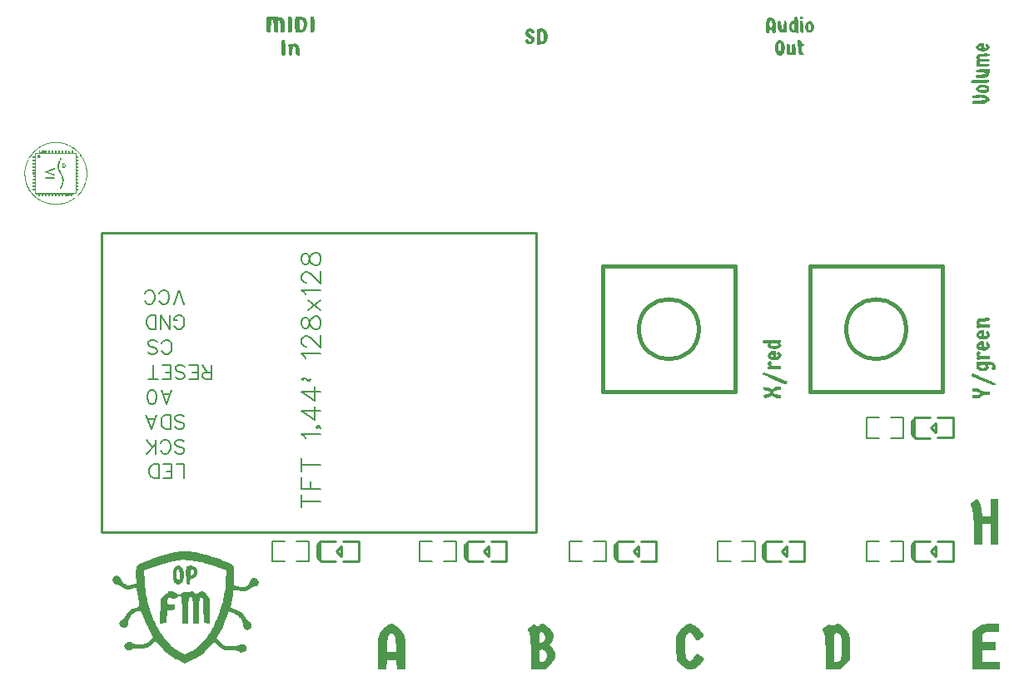
<source format=gto>
G04 Layer: TopSilkscreenLayer*
G04 EasyEDA v6.4.31, 2022-02-04 23:24:27*
G04 1551f2279af443638085206af3fd0dcc,e8ed4560e5824e1ea3c46bb2bbde2574,10*
G04 Gerber Generator version 0.2*
G04 Scale: 100 percent, Rotated: No, Reflected: No *
G04 Dimensions in millimeters *
G04 leading zeros omitted , absolute positions ,4 integer and 5 decimal *
%FSLAX45Y45*%
%MOMM*%

%ADD10C,0.2540*%
%ADD41C,0.3871*%
%ADD42C,0.1999*%
%ADD43C,0.2032*%

%LPD*%
G36*
X3044799Y-13498626D02*
G01*
X3034893Y-13498880D01*
X3025140Y-13499439D01*
X3015488Y-13500404D01*
X3005785Y-13501674D01*
X2995777Y-13503249D01*
X2969463Y-13508177D01*
X2942183Y-13513612D01*
X2915970Y-13519200D01*
X2884424Y-13526465D01*
X2859989Y-13532510D01*
X2824327Y-13542213D01*
X2789377Y-13552678D01*
X2766161Y-13560196D01*
X2742895Y-13568172D01*
X2719374Y-13576655D01*
X2659176Y-13599668D01*
X2629763Y-13611351D01*
X2617368Y-13616584D01*
X2606446Y-13621512D01*
X2596845Y-13626236D01*
X2588564Y-13630910D01*
X2581452Y-13635532D01*
X2575407Y-13640307D01*
X2570429Y-13645235D01*
X2566365Y-13650518D01*
X2563114Y-13656106D01*
X2560624Y-13662253D01*
X2558796Y-13668959D01*
X2557576Y-13676376D01*
X2556814Y-13684554D01*
X2556459Y-13698880D01*
X2637231Y-13698880D01*
X2733852Y-13661796D01*
X2757678Y-13653414D01*
X2783281Y-13644930D01*
X2810103Y-13636498D01*
X2837637Y-13628268D01*
X2865221Y-13620394D01*
X2899105Y-13611351D01*
X2925064Y-13604849D01*
X2949295Y-13599210D01*
X2971393Y-13594638D01*
X2990697Y-13591184D01*
X2998622Y-13590117D01*
X3007410Y-13589355D01*
X3027070Y-13588644D01*
X3049219Y-13588949D01*
X3073349Y-13590269D01*
X3099054Y-13592505D01*
X3125825Y-13595654D01*
X3153257Y-13599668D01*
X3180842Y-13604494D01*
X3201314Y-13608557D01*
X3228035Y-13614654D01*
X3249777Y-13620343D01*
X3272434Y-13626795D01*
X3302965Y-13636040D01*
X3340404Y-13648131D01*
X3364280Y-13656310D01*
X3386124Y-13664184D01*
X3476193Y-13698880D01*
X3468979Y-13823391D01*
X3466592Y-13850823D01*
X3463594Y-13878102D01*
X3458921Y-13911935D01*
X3454552Y-13938859D01*
X3449523Y-13965478D01*
X3443986Y-13991894D01*
X3437839Y-14018056D01*
X3432860Y-14037462D01*
X3427577Y-14056715D01*
X3420059Y-14082064D01*
X3409950Y-14113205D01*
X3399028Y-14143786D01*
X3394456Y-14155826D01*
X3382467Y-14185392D01*
X3369767Y-14214246D01*
X3359048Y-14236801D01*
X3347974Y-14258798D01*
X3333496Y-14285468D01*
X3324504Y-14301063D01*
X3312160Y-14321282D01*
X3299409Y-14340890D01*
X3286302Y-14359839D01*
X3279648Y-14369034D01*
X3269437Y-14382546D01*
X3259074Y-14395602D01*
X3244900Y-14412417D01*
X3234131Y-14424507D01*
X3215741Y-14443659D01*
X3204464Y-14454530D01*
X3196844Y-14461540D01*
X3185363Y-14471650D01*
X3169767Y-14484350D01*
X3153918Y-14496135D01*
X3137814Y-14507006D01*
X3125622Y-14514525D01*
X3117392Y-14519249D01*
X3104997Y-14525853D01*
X3056737Y-14550390D01*
X3004312Y-14523719D01*
X2991967Y-14516912D01*
X2975660Y-14507006D01*
X2959557Y-14496135D01*
X2943707Y-14484350D01*
X2928112Y-14471650D01*
X2912770Y-14458086D01*
X2897733Y-14443659D01*
X2890316Y-14436140D01*
X2879344Y-14424507D01*
X2868523Y-14412417D01*
X2854401Y-14395602D01*
X2840583Y-14378076D01*
X2827172Y-14359839D01*
X2814066Y-14340890D01*
X2801315Y-14321282D01*
X2788970Y-14301063D01*
X2779979Y-14285468D01*
X2765501Y-14258798D01*
X2754376Y-14236801D01*
X2743708Y-14214246D01*
X2733497Y-14191234D01*
X2721356Y-14161769D01*
X2712212Y-14137690D01*
X2707792Y-14125498D01*
X2697378Y-14094561D01*
X2687726Y-14063065D01*
X2682341Y-14043913D01*
X2674061Y-14011554D01*
X2668066Y-13985341D01*
X2662631Y-13958874D01*
X2657754Y-13932154D01*
X2654503Y-13911935D01*
X2650744Y-13884910D01*
X2647543Y-13857630D01*
X2645003Y-13830300D01*
X2643124Y-13802766D01*
X2637231Y-13698880D01*
X2556459Y-13698880D01*
X2556865Y-13720673D01*
X2560269Y-13827658D01*
X2512618Y-13838428D01*
X2485237Y-13845286D01*
X2481376Y-13845946D01*
X2477211Y-13845946D01*
X2472740Y-13845387D01*
X2468016Y-13844320D01*
X2463139Y-13842695D01*
X2458110Y-13840561D01*
X2452979Y-13838021D01*
X2447798Y-13835126D01*
X2442667Y-13831824D01*
X2437638Y-13828268D01*
X2427935Y-13820241D01*
X2423414Y-13815923D01*
X2419146Y-13811453D01*
X2415235Y-13806881D01*
X2411730Y-13802207D01*
X2408631Y-13797483D01*
X2406040Y-13792758D01*
X2403957Y-13788085D01*
X2400960Y-13778382D01*
X2398928Y-13773708D01*
X2396439Y-13769441D01*
X2393594Y-13765580D01*
X2390444Y-13762126D01*
X2386939Y-13759129D01*
X2383231Y-13756487D01*
X2379268Y-13754303D01*
X2375154Y-13752525D01*
X2370886Y-13751153D01*
X2366518Y-13750239D01*
X2362098Y-13749731D01*
X2357678Y-13749680D01*
X2353259Y-13750036D01*
X2348941Y-13750848D01*
X2344724Y-13752068D01*
X2340660Y-13753744D01*
X2336800Y-13755878D01*
X2333193Y-13758468D01*
X2329789Y-13761466D01*
X2326741Y-13764971D01*
X2324100Y-13768882D01*
X2321814Y-13773302D01*
X2319934Y-13778128D01*
X2318664Y-13783259D01*
X2318054Y-13788491D01*
X2318054Y-13793724D01*
X2318664Y-13798956D01*
X2319782Y-13804138D01*
X2321407Y-13809116D01*
X2323490Y-13813942D01*
X2326030Y-13818463D01*
X2328976Y-13822680D01*
X2332278Y-13826540D01*
X2335885Y-13829995D01*
X2339797Y-13832941D01*
X2343962Y-13835278D01*
X2348382Y-13837056D01*
X2352903Y-13838174D01*
X2362606Y-13839088D01*
X2368600Y-13840561D01*
X2375357Y-13842898D01*
X2382621Y-13846048D01*
X2390190Y-13849807D01*
X2397861Y-13854125D01*
X2405329Y-13858849D01*
X2422906Y-13871448D01*
X2433015Y-13877544D01*
X2437942Y-13880084D01*
X2442921Y-13882268D01*
X2447848Y-13884148D01*
X2452878Y-13885672D01*
X2457907Y-13886891D01*
X2463088Y-13887754D01*
X2468372Y-13888364D01*
X2473807Y-13888618D01*
X2479395Y-13888567D01*
X2485237Y-13888212D01*
X2497582Y-13886637D01*
X2511044Y-13883843D01*
X2535834Y-13877239D01*
X2543606Y-13875562D01*
X2549601Y-13875004D01*
X2554122Y-13875664D01*
X2557424Y-13877696D01*
X2559761Y-13881100D01*
X2561539Y-13886027D01*
X2569464Y-13927175D01*
X2576576Y-13965478D01*
X2581808Y-13996009D01*
X2583637Y-14008658D01*
X2584907Y-14019733D01*
X2585567Y-14029385D01*
X2585669Y-14037716D01*
X2585161Y-14044828D01*
X2583992Y-14050924D01*
X2582113Y-14056106D01*
X2579573Y-14060525D01*
X2576271Y-14064234D01*
X2572207Y-14067434D01*
X2567432Y-14070228D01*
X2561793Y-14072717D01*
X2555341Y-14075105D01*
X2530805Y-14082623D01*
X2519121Y-14086433D01*
X2512771Y-14088973D01*
X2506827Y-14091869D01*
X2501188Y-14095120D01*
X2495854Y-14098727D01*
X2490724Y-14102791D01*
X2485847Y-14107363D01*
X2481122Y-14112392D01*
X2476500Y-14118031D01*
X2471928Y-14124228D01*
X2467406Y-14131036D01*
X2459177Y-14144498D01*
X2451049Y-14156486D01*
X2442159Y-14168119D01*
X2432964Y-14178940D01*
X2423972Y-14188236D01*
X2415692Y-14195501D01*
X2406446Y-14202156D01*
X2401570Y-14206321D01*
X2397455Y-14210639D01*
X2394000Y-14215110D01*
X2391206Y-14219682D01*
X2389174Y-14224355D01*
X2387803Y-14229080D01*
X2387193Y-14233804D01*
X2387244Y-14238528D01*
X2388006Y-14243253D01*
X2389530Y-14247876D01*
X2391714Y-14252448D01*
X2394610Y-14256867D01*
X2398268Y-14261134D01*
X2402586Y-14265249D01*
X2407666Y-14269161D01*
X2412796Y-14272463D01*
X2417978Y-14275104D01*
X2423058Y-14277086D01*
X2428087Y-14278406D01*
X2433015Y-14279168D01*
X2437841Y-14279321D01*
X2442514Y-14278863D01*
X2446985Y-14277898D01*
X2451303Y-14276324D01*
X2455367Y-14274241D01*
X2459126Y-14271650D01*
X2462682Y-14268551D01*
X2465882Y-14264995D01*
X2468727Y-14260931D01*
X2471267Y-14256461D01*
X2473401Y-14251482D01*
X2475077Y-14246148D01*
X2476347Y-14240357D01*
X2477160Y-14234210D01*
X2477668Y-14221713D01*
X2478176Y-14215770D01*
X2478989Y-14209928D01*
X2480157Y-14204137D01*
X2481580Y-14198396D01*
X2483307Y-14192757D01*
X2485288Y-14187220D01*
X2490114Y-14176501D01*
X2492908Y-14171371D01*
X2499309Y-14161414D01*
X2502865Y-14156690D01*
X2506675Y-14152118D01*
X2514904Y-14143532D01*
X2519375Y-14139519D01*
X2523998Y-14135760D01*
X2528874Y-14132153D01*
X2533904Y-14128800D01*
X2539187Y-14125651D01*
X2544572Y-14122806D01*
X2550160Y-14120164D01*
X2555900Y-14117777D01*
X2573629Y-14111427D01*
X2588666Y-14106753D01*
X2599436Y-14104213D01*
X2602687Y-14103908D01*
X2604363Y-14104264D01*
X2605735Y-14106651D01*
X2611831Y-14120266D01*
X2621483Y-14143228D01*
X2644597Y-14200733D01*
X2654808Y-14225066D01*
X2665882Y-14250162D01*
X2677210Y-14274698D01*
X2688132Y-14297304D01*
X2698038Y-14316710D01*
X2732836Y-14379092D01*
X2687980Y-14418716D01*
X2676855Y-14427758D01*
X2671775Y-14431467D01*
X2666796Y-14434718D01*
X2661920Y-14437512D01*
X2657043Y-14439849D01*
X2652014Y-14441881D01*
X2646832Y-14443506D01*
X2641295Y-14444827D01*
X2635402Y-14445894D01*
X2629001Y-14446656D01*
X2614320Y-14447621D01*
X2596642Y-14447977D01*
X2587396Y-14447926D01*
X2578455Y-14447621D01*
X2561742Y-14446300D01*
X2553970Y-14445284D01*
X2546604Y-14444014D01*
X2539746Y-14442541D01*
X2533294Y-14440865D01*
X2527401Y-14438934D01*
X2521966Y-14436851D01*
X2517089Y-14434515D01*
X2504998Y-14426996D01*
X2498496Y-14423491D01*
X2492857Y-14421357D01*
X2487726Y-14420646D01*
X2482545Y-14421408D01*
X2476855Y-14423593D01*
X2470302Y-14427200D01*
X2462377Y-14432229D01*
X2455875Y-14436648D01*
X2450439Y-14440814D01*
X2446020Y-14444827D01*
X2442565Y-14448790D01*
X2440127Y-14452752D01*
X2438552Y-14456867D01*
X2437892Y-14461185D01*
X2438146Y-14465858D01*
X2439263Y-14470938D01*
X2441194Y-14476577D01*
X2443937Y-14482775D01*
X2447493Y-14489734D01*
X2450896Y-14494611D01*
X2455418Y-14498828D01*
X2460904Y-14502384D01*
X2467051Y-14505279D01*
X2473604Y-14507413D01*
X2480411Y-14508784D01*
X2487218Y-14509394D01*
X2493772Y-14509140D01*
X2499868Y-14508022D01*
X2505303Y-14506041D01*
X2509824Y-14503095D01*
X2513177Y-14499234D01*
X2514701Y-14497862D01*
X2517495Y-14496542D01*
X2521508Y-14495272D01*
X2526538Y-14494103D01*
X2539542Y-14492020D01*
X2555646Y-14490446D01*
X2574086Y-14489430D01*
X2583942Y-14489125D01*
X2621788Y-14488820D01*
X2636469Y-14488210D01*
X2648762Y-14487042D01*
X2654198Y-14486178D01*
X2659278Y-14485112D01*
X2664053Y-14483842D01*
X2668574Y-14482318D01*
X2672994Y-14480489D01*
X2677261Y-14478406D01*
X2681579Y-14475968D01*
X2690469Y-14470075D01*
X2700172Y-14462607D01*
X2753918Y-14417852D01*
X2831744Y-14497456D01*
X2851048Y-14516455D01*
X2869488Y-14533372D01*
X2887472Y-14548561D01*
X2896362Y-14555571D01*
X2905302Y-14562277D01*
X2923438Y-14574824D01*
X2942285Y-14586508D01*
X2962249Y-14597634D01*
X2972714Y-14603018D01*
X3056737Y-14644624D01*
X3140913Y-14602917D01*
X3152495Y-14596872D01*
X3163773Y-14590674D01*
X3174695Y-14584273D01*
X3185363Y-14577669D01*
X3195777Y-14570811D01*
X3206038Y-14563648D01*
X3216198Y-14556130D01*
X3226257Y-14548307D01*
X3236315Y-14540026D01*
X3246374Y-14531340D01*
X3256534Y-14522145D01*
X3266795Y-14512493D01*
X3277209Y-14502231D01*
X3351834Y-14426590D01*
X3408121Y-14473682D01*
X3420160Y-14483435D01*
X3430574Y-14491258D01*
X3435400Y-14494510D01*
X3440023Y-14497304D01*
X3444595Y-14499742D01*
X3449167Y-14501876D01*
X3453790Y-14503603D01*
X3458616Y-14505076D01*
X3463645Y-14506295D01*
X3474770Y-14507972D01*
X3487877Y-14508886D01*
X3503523Y-14509292D01*
X3541572Y-14509750D01*
X3559301Y-14510766D01*
X3574796Y-14512340D01*
X3587292Y-14514423D01*
X3592220Y-14515592D01*
X3596081Y-14516862D01*
X3598773Y-14518182D01*
X3600297Y-14519554D01*
X3602939Y-14522754D01*
X3606393Y-14525345D01*
X3610610Y-14527377D01*
X3615436Y-14528850D01*
X3620719Y-14529765D01*
X3626408Y-14530222D01*
X3632301Y-14530120D01*
X3638346Y-14529562D01*
X3644392Y-14528495D01*
X3650335Y-14527022D01*
X3655974Y-14525091D01*
X3661308Y-14522704D01*
X3666134Y-14519960D01*
X3670350Y-14516811D01*
X3673856Y-14513255D01*
X3676497Y-14509394D01*
X3678986Y-14504060D01*
X3680764Y-14498777D01*
X3681882Y-14493595D01*
X3682339Y-14488515D01*
X3682187Y-14483537D01*
X3681476Y-14478762D01*
X3680206Y-14474190D01*
X3678478Y-14469821D01*
X3676243Y-14465706D01*
X3673551Y-14461845D01*
X3670503Y-14458289D01*
X3667048Y-14455089D01*
X3663289Y-14452295D01*
X3659174Y-14449856D01*
X3654856Y-14447824D01*
X3650284Y-14446250D01*
X3645509Y-14445132D01*
X3640582Y-14444573D01*
X3635501Y-14444522D01*
X3630320Y-14445030D01*
X3625087Y-14446097D01*
X3619855Y-14447824D01*
X3614572Y-14450212D01*
X3605428Y-14455495D01*
X3600805Y-14457629D01*
X3595471Y-14459610D01*
X3589578Y-14461439D01*
X3583127Y-14463064D01*
X3568750Y-14465757D01*
X3552850Y-14467586D01*
X3544468Y-14468195D01*
X3526993Y-14468703D01*
X3512159Y-14468551D01*
X3499510Y-14468043D01*
X3488639Y-14466976D01*
X3479037Y-14465147D01*
X3474567Y-14463928D01*
X3470249Y-14462455D01*
X3461867Y-14458645D01*
X3453333Y-14453565D01*
X3444240Y-14447062D01*
X3434130Y-14438934D01*
X3376777Y-14389303D01*
X3416655Y-14315643D01*
X3430930Y-14287449D01*
X3440176Y-14267738D01*
X3449726Y-14246351D01*
X3459937Y-14222374D01*
X3471113Y-14194942D01*
X3483711Y-14163294D01*
X3502964Y-14113763D01*
X3559860Y-14137538D01*
X3571341Y-14143278D01*
X3582060Y-14149628D01*
X3592118Y-14156588D01*
X3601415Y-14164106D01*
X3605784Y-14168069D01*
X3613861Y-14176400D01*
X3617620Y-14180718D01*
X3624478Y-14189659D01*
X3630422Y-14199006D01*
X3633063Y-14203781D01*
X3637635Y-14213636D01*
X3639565Y-14218666D01*
X3642715Y-14228978D01*
X3643884Y-14234160D01*
X3644798Y-14239443D01*
X3645865Y-14250111D01*
X3646271Y-14260931D01*
X3646982Y-14266011D01*
X3648151Y-14270786D01*
X3649726Y-14275257D01*
X3651707Y-14279372D01*
X3654044Y-14283131D01*
X3656685Y-14286585D01*
X3659632Y-14289684D01*
X3662832Y-14292427D01*
X3666236Y-14294815D01*
X3669842Y-14296796D01*
X3673601Y-14298422D01*
X3677564Y-14299692D01*
X3681577Y-14300606D01*
X3685641Y-14301114D01*
X3689756Y-14301216D01*
X3693922Y-14300911D01*
X3698036Y-14300250D01*
X3702100Y-14299133D01*
X3706063Y-14297609D01*
X3709924Y-14295729D01*
X3713683Y-14293342D01*
X3717188Y-14290598D01*
X3720541Y-14287347D01*
X3723640Y-14283690D01*
X3726434Y-14279626D01*
X3728974Y-14275054D01*
X3731158Y-14270075D01*
X3732580Y-14264741D01*
X3732987Y-14258950D01*
X3732529Y-14252905D01*
X3731310Y-14246707D01*
X3729329Y-14240611D01*
X3726738Y-14234769D01*
X3723640Y-14229334D01*
X3720033Y-14224507D01*
X3716121Y-14220444D01*
X3711905Y-14217345D01*
X3707536Y-14215313D01*
X3700983Y-14214195D01*
X3698392Y-14212824D01*
X3695446Y-14210690D01*
X3692093Y-14207845D01*
X3684574Y-14200073D01*
X3676243Y-14190014D01*
X3667506Y-14178178D01*
X3649675Y-14150797D01*
X3641140Y-14139062D01*
X3636975Y-14134033D01*
X3632809Y-14129410D01*
X3628542Y-14125244D01*
X3624122Y-14121434D01*
X3619500Y-14117929D01*
X3614623Y-14114729D01*
X3609390Y-14111681D01*
X3603802Y-14108836D01*
X3591153Y-14103502D01*
X3565651Y-14094561D01*
X3546449Y-14087246D01*
X3538169Y-14083741D01*
X3531108Y-14080490D01*
X3525520Y-14077594D01*
X3521608Y-14075156D01*
X3519576Y-14073276D01*
X3519068Y-14071752D01*
X3518865Y-14069263D01*
X3519220Y-14061846D01*
X3520541Y-14051686D01*
X3522776Y-14039342D01*
X3525824Y-14025422D01*
X3532479Y-13998752D01*
X3535222Y-13986459D01*
X3537712Y-13973962D01*
X3539896Y-13961618D01*
X3541725Y-13949832D01*
X3543096Y-13938910D01*
X3543960Y-13929309D01*
X3544519Y-13912443D01*
X3545078Y-13905331D01*
X3546094Y-13899794D01*
X3547618Y-13895781D01*
X3549650Y-13893190D01*
X3552291Y-13891920D01*
X3555593Y-13891869D01*
X3561994Y-13893850D01*
X3569208Y-13895730D01*
X3578860Y-13897863D01*
X3603040Y-13902131D01*
X3616350Y-13904112D01*
X3630523Y-13905890D01*
X3643629Y-13907058D01*
X3649421Y-13907312D01*
X3659784Y-13907007D01*
X3664508Y-13906398D01*
X3669029Y-13905484D01*
X3673449Y-13904264D01*
X3677767Y-13902690D01*
X3682085Y-13900759D01*
X3691077Y-13895730D01*
X3700983Y-13889024D01*
X3711346Y-13881506D01*
X3721811Y-13874902D01*
X3727196Y-13871854D01*
X3737914Y-13866571D01*
X3748074Y-13862456D01*
X3752748Y-13860932D01*
X3757117Y-13859814D01*
X3761028Y-13859154D01*
X3769868Y-13858595D01*
X3774897Y-13857681D01*
X3779520Y-13856258D01*
X3783736Y-13854379D01*
X3787597Y-13851991D01*
X3791051Y-13849197D01*
X3794099Y-13846048D01*
X3796690Y-13842542D01*
X3798874Y-13838783D01*
X3800652Y-13834770D01*
X3802024Y-13830554D01*
X3802887Y-13826185D01*
X3803345Y-13821714D01*
X3803345Y-13817142D01*
X3802887Y-13812570D01*
X3801922Y-13807998D01*
X3800551Y-13803477D01*
X3798671Y-13799057D01*
X3796284Y-13794790D01*
X3793388Y-13790676D01*
X3790035Y-13786815D01*
X3786174Y-13783208D01*
X3781806Y-13779906D01*
X3776878Y-13776960D01*
X3772204Y-13774826D01*
X3767328Y-13773404D01*
X3762298Y-13772642D01*
X3757269Y-13772489D01*
X3752240Y-13772946D01*
X3747262Y-13773912D01*
X3742436Y-13775436D01*
X3737864Y-13777417D01*
X3733546Y-13779804D01*
X3729634Y-13782649D01*
X3726078Y-13785900D01*
X3723030Y-13789456D01*
X3720541Y-13793317D01*
X3718712Y-13797483D01*
X3717544Y-13801902D01*
X3717137Y-13806525D01*
X3716477Y-13810589D01*
X3714648Y-13815364D01*
X3711803Y-13820546D01*
X3707993Y-13826032D01*
X3703370Y-13831671D01*
X3698036Y-13837259D01*
X3692194Y-13842644D01*
X3685946Y-13847673D01*
X3676040Y-13854734D01*
X3671671Y-13857579D01*
X3663594Y-13861948D01*
X3659682Y-13863472D01*
X3655771Y-13864640D01*
X3651758Y-13865351D01*
X3647490Y-13865707D01*
X3642918Y-13865707D01*
X3637991Y-13865351D01*
X3632504Y-13864640D01*
X3619754Y-13862202D01*
X3552951Y-13846301D01*
X3555237Y-13731951D01*
X3555644Y-13699794D01*
X3555644Y-13659307D01*
X3555288Y-13656259D01*
X3553917Y-13653465D01*
X3551275Y-13650315D01*
X3547567Y-13646962D01*
X3542741Y-13643305D01*
X3536950Y-13639393D01*
X3530142Y-13635278D01*
X3522472Y-13630960D01*
X3504539Y-13621816D01*
X3483660Y-13612113D01*
X3460191Y-13602004D01*
X3434587Y-13591692D01*
X3407308Y-13581329D01*
X3378758Y-13571067D01*
X3341979Y-13558672D01*
X3312210Y-13549325D01*
X3275228Y-13538504D01*
X3253536Y-13532662D01*
X3225546Y-13525804D01*
X3198977Y-13520064D01*
X3158642Y-13512292D01*
X3124758Y-13506348D01*
X3109874Y-13504011D01*
X3096158Y-13502132D01*
X3083407Y-13500658D01*
X3071571Y-13499592D01*
X3060446Y-13498931D01*
G37*
G36*
X2987903Y-13647115D02*
G01*
X2984093Y-13647216D01*
X2980232Y-13647674D01*
X2976321Y-13648588D01*
X2972460Y-13649858D01*
X2968548Y-13651534D01*
X2964688Y-13653668D01*
X2960827Y-13656157D01*
X2956966Y-13659154D01*
X2953207Y-13662558D01*
X2949448Y-13666419D01*
X2946196Y-13670330D01*
X2943301Y-13674547D01*
X2940761Y-13679119D01*
X2938475Y-13684046D01*
X2936544Y-13689380D01*
X2934868Y-13695222D01*
X2933496Y-13701522D01*
X2932379Y-13708380D01*
X2931515Y-13715847D01*
X2930906Y-13723874D01*
X2930536Y-13733932D01*
X2965246Y-13733932D01*
X2965246Y-13726261D01*
X2965653Y-13718844D01*
X2966516Y-13711783D01*
X2967888Y-13705281D01*
X2969717Y-13699439D01*
X2971596Y-13695070D01*
X2973578Y-13691514D01*
X2975610Y-13688822D01*
X2977642Y-13686891D01*
X2979775Y-13685774D01*
X2981858Y-13685367D01*
X2983941Y-13685672D01*
X2985973Y-13686688D01*
X2987954Y-13688364D01*
X2989884Y-13690650D01*
X2991713Y-13693597D01*
X2993440Y-13697051D01*
X2995015Y-13701115D01*
X2996438Y-13705687D01*
X2997708Y-13710818D01*
X2998774Y-13716355D01*
X2999638Y-13722350D01*
X3000298Y-13728801D01*
X3000705Y-13735659D01*
X3000857Y-13742873D01*
X3000654Y-13755827D01*
X3000095Y-13766546D01*
X2999079Y-13775182D01*
X2997555Y-13781938D01*
X2995472Y-13786916D01*
X2992831Y-13790320D01*
X2989580Y-13792200D01*
X2985617Y-13792809D01*
X2982671Y-13792098D01*
X2979877Y-13790015D01*
X2977235Y-13786713D01*
X2974797Y-13782294D01*
X2972562Y-13777010D01*
X2970580Y-13770914D01*
X2968853Y-13764209D01*
X2967482Y-13756995D01*
X2966364Y-13749477D01*
X2965602Y-13741704D01*
X2965246Y-13733932D01*
X2930536Y-13733932D01*
X2930550Y-13748512D01*
X2931312Y-13760907D01*
X2932734Y-13772337D01*
X2934868Y-13782903D01*
X2937560Y-13792555D01*
X2939084Y-13797026D01*
X2942590Y-13805357D01*
X2946552Y-13812723D01*
X2950921Y-13819174D01*
X2955645Y-13824712D01*
X2960674Y-13829284D01*
X2965958Y-13832992D01*
X2971444Y-13835735D01*
X2974238Y-13836751D01*
X2979978Y-13838072D01*
X2985719Y-13838478D01*
X2991510Y-13837919D01*
X2997250Y-13836396D01*
X3002940Y-13833957D01*
X3008426Y-13830554D01*
X3013760Y-13826185D01*
X3018891Y-13820851D01*
X3023666Y-13814551D01*
X3028086Y-13807236D01*
X3032150Y-13799007D01*
X3035757Y-13789761D01*
X3038805Y-13779550D01*
X3040176Y-13774115D01*
X3042361Y-13762431D01*
X3043986Y-13749731D01*
X3044647Y-13736421D01*
X3044596Y-13730020D01*
X3044240Y-13723772D01*
X3043631Y-13717676D01*
X3042767Y-13711783D01*
X3041650Y-13706094D01*
X3038754Y-13695375D01*
X3036976Y-13690295D01*
X3032810Y-13680897D01*
X3030474Y-13676579D01*
X3027934Y-13672515D01*
X3025241Y-13668705D01*
X3019450Y-13661948D01*
X3016300Y-13659002D01*
X3013100Y-13656360D01*
X3009747Y-13654024D01*
X3006293Y-13652042D01*
X3002788Y-13650366D01*
X2999130Y-13648994D01*
X2995472Y-13648029D01*
X2991713Y-13647369D01*
G37*
G36*
X3111855Y-13647419D02*
G01*
X3098088Y-13648385D01*
X3091586Y-13649147D01*
X3080258Y-13651128D01*
X3075736Y-13652246D01*
X3072282Y-13653465D01*
X3069945Y-13654684D01*
X3069132Y-13655751D01*
X3068370Y-13657732D01*
X3067659Y-13660475D01*
X3066491Y-13668349D01*
X3065526Y-13678865D01*
X3064865Y-13691768D01*
X3064510Y-13706601D01*
X3064510Y-13723010D01*
X3064814Y-13740536D01*
X3065627Y-13763650D01*
X3066796Y-13787221D01*
X3068167Y-13805357D01*
X3068980Y-13812570D01*
X3069945Y-13818666D01*
X3071012Y-13823797D01*
X3072282Y-13827963D01*
X3073704Y-13831316D01*
X3075381Y-13833906D01*
X3077260Y-13835786D01*
X3079394Y-13837157D01*
X3081782Y-13837970D01*
X3084525Y-13838428D01*
X3087522Y-13838580D01*
X3090519Y-13838428D01*
X3093212Y-13838021D01*
X3095599Y-13837259D01*
X3097733Y-13835989D01*
X3099612Y-13834262D01*
X3101238Y-13831925D01*
X3102660Y-13828928D01*
X3103930Y-13825169D01*
X3104997Y-13820648D01*
X3105962Y-13815161D01*
X3106775Y-13808760D01*
X3108096Y-13792809D01*
X3109163Y-13772083D01*
X3110077Y-13748715D01*
X3111144Y-13729512D01*
X3112465Y-13714069D01*
X3114141Y-13702030D01*
X3115106Y-13697204D01*
X3116224Y-13693038D01*
X3117443Y-13689634D01*
X3118764Y-13686840D01*
X3120288Y-13684605D01*
X3121914Y-13682980D01*
X3123742Y-13681862D01*
X3125724Y-13681201D01*
X3127857Y-13680998D01*
X3131667Y-13681557D01*
X3135071Y-13683030D01*
X3138068Y-13685418D01*
X3140608Y-13688517D01*
X3142742Y-13692225D01*
X3144418Y-13696391D01*
X3145637Y-13700963D01*
X3146399Y-13705789D01*
X3146653Y-13710767D01*
X3146450Y-13715746D01*
X3145688Y-13720572D01*
X3144418Y-13725245D01*
X3142589Y-13729512D01*
X3140252Y-13733322D01*
X3137357Y-13736523D01*
X3129330Y-13742111D01*
X3125520Y-13745718D01*
X3122523Y-13749731D01*
X3120237Y-13753947D01*
X3118815Y-13758214D01*
X3118104Y-13762431D01*
X3118256Y-13766444D01*
X3119221Y-13770051D01*
X3120999Y-13773099D01*
X3123590Y-13775486D01*
X3127044Y-13777010D01*
X3131362Y-13777569D01*
X3135477Y-13777163D01*
X3139694Y-13775893D01*
X3143961Y-13773912D01*
X3148228Y-13771270D01*
X3152495Y-13768019D01*
X3156610Y-13764209D01*
X3160572Y-13759942D01*
X3164382Y-13755268D01*
X3167888Y-13750239D01*
X3171088Y-13745006D01*
X3173984Y-13739520D01*
X3176422Y-13733881D01*
X3178454Y-13728242D01*
X3179927Y-13722553D01*
X3180892Y-13716965D01*
X3181197Y-13711529D01*
X3180994Y-13705840D01*
X3180334Y-13700302D01*
X3179267Y-13695019D01*
X3177844Y-13689939D01*
X3175965Y-13685062D01*
X3173780Y-13680440D01*
X3171190Y-13676020D01*
X3168294Y-13671905D01*
X3165094Y-13668044D01*
X3161538Y-13664488D01*
X3157677Y-13661186D01*
X3153562Y-13658240D01*
X3149142Y-13655649D01*
X3144469Y-13653312D01*
X3139592Y-13651382D01*
X3134410Y-13649807D01*
X3129076Y-13648639D01*
X3123539Y-13647826D01*
X3117799Y-13647419D01*
G37*
G36*
X2910636Y-13904569D02*
G01*
X2906522Y-13904671D01*
X2902458Y-13905179D01*
X2898394Y-13906093D01*
X2894330Y-13907465D01*
X2890164Y-13909192D01*
X2885897Y-13911427D01*
X2881528Y-13914018D01*
X2872333Y-13920571D01*
X2862326Y-13928851D01*
X2851251Y-13938859D01*
X2807817Y-13979347D01*
X2801061Y-14236344D01*
X2868777Y-14229892D01*
X2874772Y-14104010D01*
X2920034Y-14100149D01*
X2926537Y-14099286D01*
X2932176Y-14098269D01*
X2936849Y-14097000D01*
X2940812Y-14095374D01*
X2944012Y-14093393D01*
X2946603Y-14090954D01*
X2948686Y-14088008D01*
X2950311Y-14084452D01*
X2951530Y-14080286D01*
X2952496Y-14075410D01*
X2953918Y-14063675D01*
X2954223Y-14058544D01*
X2954070Y-14054277D01*
X2953410Y-14050772D01*
X2952089Y-14048028D01*
X2950006Y-14045895D01*
X2947060Y-14044320D01*
X2943098Y-14043202D01*
X2938018Y-14042491D01*
X2931769Y-14042085D01*
X2898495Y-14041577D01*
X2892145Y-14041119D01*
X2887014Y-14040357D01*
X2882950Y-14039138D01*
X2879801Y-14037411D01*
X2877464Y-14035074D01*
X2875838Y-14032026D01*
X2874772Y-14028166D01*
X2874162Y-14023492D01*
X2873857Y-14011046D01*
X2874111Y-14004798D01*
X2874924Y-13999006D01*
X2876194Y-13993723D01*
X2877921Y-13988948D01*
X2880055Y-13984681D01*
X2882646Y-13980972D01*
X2885541Y-13977823D01*
X2888843Y-13975232D01*
X2892399Y-13973301D01*
X2896260Y-13971930D01*
X2900375Y-13971269D01*
X2904642Y-13971219D01*
X2909163Y-13971879D01*
X2913837Y-13973251D01*
X2918612Y-13975334D01*
X2928112Y-13980668D01*
X2932938Y-13982192D01*
X2938018Y-13982700D01*
X2943504Y-13982141D01*
X2949600Y-13980464D01*
X2956458Y-13977721D01*
X2964129Y-13973860D01*
X2972866Y-13968831D01*
X3005836Y-13948765D01*
X3016758Y-13977721D01*
X3018078Y-13983411D01*
X3019399Y-13990878D01*
X3020618Y-13999972D01*
X3022752Y-14022425D01*
X3023717Y-14035379D01*
X3025190Y-14063929D01*
X3026054Y-14094815D01*
X3026206Y-14110716D01*
X3026257Y-14234972D01*
X3087217Y-14234972D01*
X3087268Y-14087297D01*
X3087928Y-14050111D01*
X3088487Y-14034566D01*
X3089300Y-14021003D01*
X3090265Y-14009217D01*
X3091434Y-13999210D01*
X3092805Y-13990878D01*
X3094431Y-13984071D01*
X3096260Y-13978788D01*
X3098342Y-13974826D01*
X3099460Y-13973352D01*
X3103270Y-13970152D01*
X3108147Y-13967053D01*
X3110433Y-13966037D01*
X3112617Y-13965377D01*
X3114700Y-13965072D01*
X3116630Y-13965174D01*
X3118510Y-13965631D01*
X3120288Y-13966494D01*
X3121914Y-13967764D01*
X3123488Y-13969390D01*
X3124962Y-13971473D01*
X3126384Y-13973962D01*
X3128873Y-13980210D01*
X3131058Y-13988186D01*
X3132886Y-13997990D01*
X3134410Y-14009674D01*
X3135680Y-14023289D01*
X3136646Y-14038884D01*
X3137306Y-14056512D01*
X3137763Y-14076273D01*
X3137966Y-14098168D01*
X3138017Y-14234972D01*
X3198977Y-14234972D01*
X3199130Y-14049756D01*
X3199434Y-14029588D01*
X3199942Y-14013129D01*
X3200755Y-14000073D01*
X3201873Y-13990015D01*
X3202584Y-13985951D01*
X3204362Y-13979601D01*
X3205429Y-13977264D01*
X3206597Y-13975334D01*
X3207867Y-13973810D01*
X3209340Y-13972641D01*
X3210966Y-13971828D01*
X3214624Y-13970914D01*
X3218992Y-13970711D01*
X3223310Y-13970914D01*
X3225241Y-13971269D01*
X3227019Y-13971879D01*
X3228594Y-13972743D01*
X3230067Y-13973911D01*
X3231438Y-13975435D01*
X3232658Y-13977366D01*
X3234740Y-13982598D01*
X3235655Y-13986052D01*
X3237179Y-13994688D01*
X3238398Y-14006017D01*
X3239363Y-14020444D01*
X3240887Y-14059916D01*
X3244697Y-14229892D01*
X3310737Y-14236242D01*
X3310585Y-14063726D01*
X3310382Y-14045488D01*
X3309924Y-14029893D01*
X3309264Y-14016583D01*
X3308299Y-14005306D01*
X3307029Y-13995755D01*
X3305352Y-13987576D01*
X3303219Y-13980515D01*
X3300628Y-13974216D01*
X3297478Y-13968425D01*
X3293719Y-13962837D01*
X3289350Y-13957096D01*
X3284220Y-13950899D01*
X3272840Y-13937843D01*
X3262579Y-13927175D01*
X3253232Y-13918844D01*
X3248812Y-13915491D01*
X3244545Y-13912697D01*
X3240430Y-13910462D01*
X3236468Y-13908735D01*
X3232556Y-13907566D01*
X3228695Y-13906855D01*
X3224885Y-13906703D01*
X3221075Y-13907058D01*
X3217265Y-13907871D01*
X3213455Y-13909141D01*
X3209544Y-13910919D01*
X3205581Y-13913154D01*
X3201466Y-13915898D01*
X3189376Y-13925092D01*
X3183128Y-13929461D01*
X3177895Y-13932103D01*
X3173222Y-13932966D01*
X3168548Y-13932052D01*
X3163417Y-13929461D01*
X3157220Y-13925042D01*
X3143148Y-13914069D01*
X3137357Y-13910360D01*
X3131972Y-13907719D01*
X3126892Y-13906144D01*
X3122015Y-13905636D01*
X3117088Y-13906144D01*
X3112058Y-13907668D01*
X3102457Y-13912037D01*
X3097479Y-13913612D01*
X3092043Y-13914831D01*
X3086303Y-13915593D01*
X3080410Y-13915999D01*
X3074619Y-13915898D01*
X3069082Y-13915390D01*
X3058058Y-13913357D01*
X3052114Y-13913154D01*
X3046069Y-13913713D01*
X3039973Y-13915085D01*
X3033877Y-13917218D01*
X3027730Y-13920165D01*
X3021634Y-13923924D01*
X3015589Y-13928394D01*
X3007664Y-13934694D01*
X3001213Y-13939215D01*
X2995777Y-13942009D01*
X2990850Y-13943076D01*
X2985871Y-13942415D01*
X2980334Y-13940028D01*
X2973679Y-13936014D01*
X2959150Y-13926007D01*
X2947670Y-13918539D01*
X2942336Y-13915339D01*
X2932430Y-13910259D01*
X2927756Y-13908278D01*
X2923286Y-13906754D01*
X2918968Y-13905585D01*
X2914751Y-13904874D01*
G37*
G36*
X5154117Y-14239240D02*
G01*
X5149799Y-14239646D01*
X5145430Y-14240408D01*
X5141061Y-14241475D01*
X5136591Y-14242948D01*
X5132070Y-14244777D01*
X5122773Y-14249450D01*
X5113020Y-14255597D01*
X5102707Y-14263116D01*
X5091734Y-14272056D01*
X5080000Y-14282419D01*
X5066182Y-14295526D01*
X5060035Y-14301825D01*
X5054447Y-14308124D01*
X5049266Y-14314424D01*
X5044541Y-14320875D01*
X5040274Y-14327530D01*
X5036413Y-14334490D01*
X5032959Y-14341856D01*
X5029860Y-14349628D01*
X5027117Y-14358010D01*
X5024678Y-14367052D01*
X5022596Y-14376806D01*
X5020767Y-14387322D01*
X5019192Y-14398802D01*
X5016804Y-14424761D01*
X5015941Y-14439442D01*
X5014722Y-14472564D01*
X5013980Y-14528596D01*
X5110175Y-14528596D01*
X5113070Y-14437664D01*
X5114086Y-14418716D01*
X5115560Y-14402307D01*
X5117388Y-14388236D01*
X5119725Y-14376349D01*
X5122570Y-14366443D01*
X5124145Y-14362176D01*
X5127802Y-14354911D01*
X5129834Y-14351914D01*
X5132019Y-14349222D01*
X5139131Y-14342008D01*
X5145989Y-14336115D01*
X5151831Y-14332102D01*
X5155895Y-14330629D01*
X5159908Y-14332102D01*
X5165750Y-14336115D01*
X5172608Y-14342008D01*
X5179720Y-14349222D01*
X5181904Y-14351914D01*
X5183936Y-14354911D01*
X5185867Y-14358366D01*
X5187594Y-14362176D01*
X5189220Y-14366443D01*
X5190693Y-14371167D01*
X5193233Y-14382038D01*
X5195316Y-14394992D01*
X5196992Y-14410182D01*
X5198211Y-14427860D01*
X5199075Y-14448180D01*
X5201615Y-14528596D01*
X5013980Y-14528596D01*
X5013604Y-14706193D01*
X5103977Y-14706193D01*
X5110175Y-14609775D01*
X5201615Y-14609775D01*
X5207812Y-14706193D01*
X5298135Y-14706193D01*
X5297982Y-14523059D01*
X5297525Y-14482521D01*
X5296509Y-14448078D01*
X5295798Y-14432940D01*
X5294833Y-14419021D01*
X5293664Y-14406270D01*
X5292293Y-14394586D01*
X5290616Y-14383867D01*
X5288686Y-14374012D01*
X5286451Y-14364919D01*
X5283911Y-14356486D01*
X5281015Y-14348663D01*
X5277764Y-14341246D01*
X5274106Y-14334286D01*
X5270042Y-14327581D01*
X5265572Y-14321028D01*
X5260644Y-14314627D01*
X5255209Y-14308175D01*
X5249316Y-14301622D01*
X5235956Y-14287855D01*
X5224475Y-14276730D01*
X5213705Y-14267027D01*
X5203545Y-14258747D01*
X5193893Y-14251940D01*
X5189270Y-14249095D01*
X5184698Y-14246606D01*
X5180177Y-14244472D01*
X5175758Y-14242694D01*
X5171389Y-14241322D01*
X5167071Y-14240256D01*
X5162753Y-14239544D01*
X5158435Y-14239240D01*
G37*
G36*
X6687566Y-14239189D02*
G01*
X6683502Y-14239392D01*
X6679539Y-14239951D01*
X6675780Y-14240916D01*
X6672122Y-14242338D01*
X6668668Y-14244116D01*
X6665366Y-14246301D01*
X6662216Y-14248942D01*
X6659219Y-14251940D01*
X6652818Y-14259915D01*
X6649770Y-14263166D01*
X6646976Y-14265148D01*
X6644233Y-14265757D01*
X6641338Y-14265148D01*
X6638036Y-14263166D01*
X6634175Y-14259915D01*
X6621221Y-14247215D01*
X6617868Y-14244421D01*
X6614820Y-14242592D01*
X6611721Y-14241678D01*
X6608470Y-14241780D01*
X6604762Y-14242948D01*
X6600393Y-14245132D01*
X6595160Y-14248485D01*
X6581190Y-14258696D01*
X6565188Y-14270888D01*
X6552996Y-14280845D01*
X6543802Y-14289176D01*
X6540652Y-14292427D01*
X6538620Y-14294866D01*
X6537959Y-14296390D01*
X6539230Y-14300504D01*
X6542633Y-14307921D01*
X6547713Y-14317624D01*
X6555130Y-14330629D01*
X6557416Y-14335201D01*
X6559448Y-14340281D01*
X6561277Y-14345970D01*
X6562953Y-14352422D01*
X6564426Y-14359839D01*
X6565747Y-14368272D01*
X6567406Y-14382699D01*
X6656578Y-14382699D01*
X6656730Y-14374622D01*
X6657136Y-14367154D01*
X6657848Y-14360194D01*
X6658762Y-14353794D01*
X6659930Y-14348002D01*
X6661353Y-14342719D01*
X6662928Y-14338046D01*
X6664756Y-14333982D01*
X6666738Y-14330476D01*
X6668922Y-14327581D01*
X6671259Y-14325295D01*
X6673748Y-14323618D01*
X6676390Y-14322551D01*
X6679133Y-14322094D01*
X6681978Y-14322298D01*
X6684975Y-14323161D01*
X6688023Y-14324634D01*
X6691122Y-14326768D01*
X6694322Y-14329562D01*
X6697573Y-14333016D01*
X6700875Y-14337131D01*
X6704177Y-14341906D01*
X6707479Y-14347444D01*
X6710781Y-14353590D01*
X6714642Y-14361515D01*
X6717284Y-14368170D01*
X6718808Y-14374063D01*
X6719163Y-14379600D01*
X6718300Y-14385137D01*
X6716217Y-14391132D01*
X6712864Y-14397939D01*
X6708292Y-14406016D01*
X6704787Y-14411350D01*
X6700824Y-14416278D01*
X6696506Y-14420799D01*
X6691985Y-14424710D01*
X6687362Y-14427962D01*
X6682892Y-14430451D01*
X6678574Y-14431975D01*
X6674612Y-14432534D01*
X6671005Y-14432381D01*
X6667906Y-14431822D01*
X6665264Y-14430756D01*
X6663029Y-14429130D01*
X6661251Y-14426793D01*
X6659778Y-14423694D01*
X6658660Y-14419681D01*
X6657797Y-14414652D01*
X6656831Y-14401241D01*
X6656578Y-14382699D01*
X6567406Y-14382699D01*
X6568897Y-14401647D01*
X6570421Y-14432026D01*
X6571640Y-14470227D01*
X6572707Y-14517522D01*
X6573491Y-14564309D01*
X6656578Y-14564309D01*
X6656730Y-14538756D01*
X6657035Y-14529257D01*
X6657594Y-14521586D01*
X6658559Y-14515642D01*
X6659981Y-14511172D01*
X6661962Y-14507972D01*
X6664604Y-14505787D01*
X6667957Y-14504466D01*
X6672173Y-14503755D01*
X6683451Y-14503450D01*
X6689801Y-14503857D01*
X6695846Y-14504924D01*
X6701586Y-14506701D01*
X6706971Y-14509191D01*
X6711950Y-14512340D01*
X6716522Y-14516150D01*
X6720636Y-14520570D01*
X6724294Y-14525599D01*
X6727240Y-14530832D01*
X6729679Y-14536166D01*
X6731660Y-14541652D01*
X6733133Y-14547189D01*
X6734149Y-14552828D01*
X6734708Y-14558416D01*
X6734860Y-14564055D01*
X6734556Y-14569592D01*
X6733844Y-14575078D01*
X6732727Y-14580463D01*
X6731203Y-14585696D01*
X6729323Y-14590725D01*
X6727088Y-14595551D01*
X6724497Y-14600123D01*
X6721602Y-14604441D01*
X6718401Y-14608403D01*
X6714845Y-14612061D01*
X6711035Y-14615312D01*
X6706971Y-14618157D01*
X6702602Y-14620595D01*
X6697980Y-14622526D01*
X6693153Y-14623948D01*
X6688124Y-14624812D01*
X6682841Y-14625116D01*
X6671868Y-14624812D01*
X6667753Y-14624100D01*
X6664502Y-14622729D01*
X6661912Y-14620544D01*
X6659981Y-14617293D01*
X6658559Y-14612772D01*
X6657594Y-14606828D01*
X6657035Y-14599208D01*
X6656628Y-14578126D01*
X6656578Y-14564309D01*
X6573491Y-14564309D01*
X6575958Y-14706193D01*
X6723227Y-14706193D01*
X6777583Y-14645792D01*
X6787591Y-14633803D01*
X6796379Y-14622373D01*
X6803847Y-14611451D01*
X6810044Y-14600936D01*
X6812686Y-14595805D01*
X6817004Y-14585797D01*
X6818680Y-14580869D01*
X6820052Y-14576044D01*
X6821119Y-14571218D01*
X6821881Y-14566493D01*
X6822440Y-14557044D01*
X6822287Y-14552320D01*
X6821830Y-14547646D01*
X6819950Y-14538248D01*
X6818579Y-14533524D01*
X6816902Y-14528800D01*
X6812635Y-14519148D01*
X6807149Y-14509343D01*
X6803999Y-14504314D01*
X6796735Y-14494052D01*
X6764528Y-14453158D01*
X6783578Y-14426285D01*
X6786270Y-14422119D01*
X6788861Y-14417598D01*
X6791248Y-14412772D01*
X6795465Y-14402358D01*
X6797294Y-14396872D01*
X6800138Y-14385645D01*
X6801205Y-14379956D01*
X6801967Y-14374368D01*
X6802628Y-14363547D01*
X6802221Y-14353184D01*
X6801713Y-14348358D01*
X6800900Y-14343735D01*
X6799834Y-14339265D01*
X6798462Y-14334896D01*
X6796735Y-14330527D01*
X6794601Y-14326107D01*
X6792112Y-14321637D01*
X6789216Y-14317065D01*
X6785864Y-14312290D01*
X6777685Y-14301978D01*
X6767372Y-14290294D01*
X6755892Y-14278101D01*
X6745071Y-14267891D01*
X6734556Y-14259204D01*
X6729425Y-14255445D01*
X6719366Y-14249095D01*
X6714490Y-14246504D01*
X6709714Y-14244319D01*
X6705041Y-14242491D01*
X6700520Y-14241068D01*
X6696049Y-14240052D01*
X6691731Y-14239443D01*
G37*
G36*
X8192770Y-14239240D02*
G01*
X8181848Y-14240205D01*
X8176361Y-14241170D01*
X8171027Y-14242389D01*
X8166100Y-14243913D01*
X8161680Y-14245590D01*
X8152384Y-14250212D01*
X8142528Y-14256257D01*
X8132318Y-14263573D01*
X8122005Y-14271904D01*
X8111693Y-14281099D01*
X8101584Y-14290903D01*
X8091931Y-14301165D01*
X8082838Y-14311680D01*
X8074507Y-14322247D01*
X8067192Y-14332661D01*
X8061045Y-14342719D01*
X8058454Y-14347545D01*
X8056219Y-14352269D01*
X8054390Y-14356740D01*
X8052917Y-14361007D01*
X8051444Y-14367611D01*
X8049869Y-14382140D01*
X8048701Y-14402307D01*
X8047990Y-14426742D01*
X8047786Y-14454174D01*
X8048244Y-14490496D01*
X8052308Y-14610994D01*
X8115808Y-14665502D01*
X8129270Y-14676475D01*
X8141411Y-14685619D01*
X8152485Y-14693036D01*
X8157718Y-14696084D01*
X8167624Y-14700910D01*
X8172399Y-14702739D01*
X8177072Y-14704161D01*
X8181695Y-14705228D01*
X8186267Y-14705888D01*
X8190839Y-14706193D01*
X8195411Y-14706092D01*
X8200034Y-14705685D01*
X8204758Y-14704923D01*
X8209584Y-14703806D01*
X8219643Y-14700554D01*
X8224977Y-14698472D01*
X8236254Y-14693341D01*
X8240674Y-14691055D01*
X8250174Y-14685162D01*
X8260384Y-14677847D01*
X8271002Y-14669363D01*
X8281670Y-14660016D01*
X8292084Y-14650212D01*
X8301990Y-14640204D01*
X8310981Y-14630349D01*
X8318804Y-14620900D01*
X8325103Y-14612264D01*
X8327593Y-14608352D01*
X8329625Y-14604695D01*
X8331098Y-14601444D01*
X8332012Y-14598548D01*
X8332317Y-14596059D01*
X8331555Y-14593214D01*
X8329422Y-14589709D01*
X8326069Y-14585645D01*
X8321700Y-14581225D01*
X8316366Y-14576551D01*
X8310270Y-14571726D01*
X8303514Y-14566950D01*
X8296351Y-14562378D01*
X8260486Y-14540636D01*
X8227161Y-14587524D01*
X8221675Y-14594433D01*
X8216442Y-14600377D01*
X8211413Y-14605457D01*
X8206536Y-14609622D01*
X8201863Y-14612874D01*
X8197342Y-14615210D01*
X8192922Y-14616684D01*
X8188553Y-14617242D01*
X8184286Y-14616887D01*
X8180019Y-14615718D01*
X8175802Y-14613636D01*
X8171586Y-14610689D01*
X8167319Y-14606879D01*
X8163001Y-14602206D01*
X8158632Y-14596719D01*
X8155127Y-14591233D01*
X8152130Y-14584680D01*
X8149590Y-14576806D01*
X8147456Y-14567458D01*
X8145729Y-14556384D01*
X8144408Y-14543379D01*
X8143392Y-14528241D01*
X8142681Y-14510816D01*
X8142274Y-14490852D01*
X8142274Y-14441728D01*
X8142579Y-14419732D01*
X8143189Y-14401749D01*
X8144306Y-14387118D01*
X8145881Y-14375333D01*
X8146897Y-14370304D01*
X8148116Y-14365833D01*
X8151012Y-14358112D01*
X8152790Y-14354759D01*
X8154771Y-14351609D01*
X8159445Y-14345818D01*
X8165134Y-14340078D01*
X8188096Y-14318589D01*
X8218017Y-14352066D01*
X8224012Y-14359077D01*
X8229600Y-14366087D01*
X8234680Y-14372945D01*
X8239099Y-14379448D01*
X8242757Y-14385442D01*
X8245500Y-14390725D01*
X8247278Y-14395043D01*
X8247888Y-14398294D01*
X8248345Y-14402612D01*
X8249716Y-14406016D01*
X8252002Y-14408404D01*
X8255101Y-14409877D01*
X8258962Y-14410385D01*
X8263585Y-14409978D01*
X8268919Y-14408607D01*
X8274913Y-14406321D01*
X8281517Y-14403171D01*
X8288731Y-14399056D01*
X8296452Y-14394078D01*
X8311540Y-14383004D01*
X8317179Y-14378533D01*
X8321700Y-14374622D01*
X8325103Y-14371066D01*
X8327491Y-14367713D01*
X8328812Y-14364360D01*
X8329218Y-14360855D01*
X8328659Y-14356994D01*
X8327237Y-14352625D01*
X8324951Y-14347596D01*
X8318144Y-14334744D01*
X8312658Y-14326107D01*
X8305596Y-14316862D01*
X8297113Y-14307159D01*
X8292490Y-14302181D01*
X8282482Y-14292326D01*
X8271865Y-14282572D01*
X8260892Y-14273276D01*
X8249767Y-14264640D01*
X8238896Y-14256867D01*
X8228533Y-14250263D01*
X8218881Y-14245031D01*
X8214461Y-14242999D01*
X8210296Y-14241424D01*
X8206486Y-14240306D01*
X8202523Y-14239595D01*
X8197900Y-14239240D01*
G37*
G36*
X9694672Y-14239189D02*
G01*
X9690557Y-14239341D01*
X9686391Y-14239900D01*
X9682175Y-14240763D01*
X9677958Y-14242034D01*
X9673640Y-14243608D01*
X9669221Y-14245539D01*
X9656521Y-14251990D01*
X9649510Y-14255038D01*
X9643567Y-14257019D01*
X9638385Y-14257883D01*
X9633813Y-14257680D01*
X9629648Y-14256461D01*
X9625584Y-14254124D01*
X9617303Y-14247520D01*
X9613036Y-14245539D01*
X9608464Y-14244878D01*
X9603282Y-14245691D01*
X9597186Y-14248028D01*
X9589973Y-14251940D01*
X9581337Y-14257528D01*
X9563608Y-14270380D01*
X9550501Y-14280692D01*
X9540544Y-14289379D01*
X9537192Y-14292732D01*
X9535007Y-14295272D01*
X9534296Y-14296898D01*
X9535566Y-14301063D01*
X9539020Y-14308531D01*
X9544100Y-14318234D01*
X9551568Y-14331289D01*
X9553854Y-14335861D01*
X9555937Y-14340890D01*
X9557766Y-14346580D01*
X9559442Y-14353032D01*
X9560915Y-14360398D01*
X9562287Y-14368881D01*
X9563455Y-14378584D01*
X9565436Y-14402206D01*
X9566960Y-14432483D01*
X9568230Y-14470634D01*
X9569246Y-14517827D01*
X9571139Y-14625269D01*
X9653676Y-14625269D01*
X9653879Y-14431619D01*
X9654235Y-14410639D01*
X9654794Y-14392910D01*
X9655657Y-14378178D01*
X9656927Y-14366087D01*
X9658604Y-14356384D01*
X9660737Y-14348866D01*
X9662007Y-14345767D01*
X9663480Y-14343126D01*
X9665055Y-14340890D01*
X9666782Y-14339011D01*
X9668713Y-14337436D01*
X9670796Y-14336166D01*
X9675520Y-14334337D01*
X9681057Y-14333219D01*
X9687458Y-14332610D01*
X9692792Y-14333524D01*
X9699244Y-14336572D01*
X9706051Y-14341348D01*
X9712350Y-14347291D01*
X9716465Y-14352473D01*
X9720122Y-14358619D01*
X9723424Y-14365732D01*
X9726320Y-14373860D01*
X9728809Y-14383004D01*
X9730943Y-14393163D01*
X9732721Y-14404390D01*
X9734092Y-14416684D01*
X9735058Y-14430095D01*
X9735667Y-14444573D01*
X9735921Y-14460219D01*
X9735820Y-14476984D01*
X9735312Y-14494967D01*
X9734448Y-14514068D01*
X9733127Y-14534946D01*
X9731502Y-14553184D01*
X9729419Y-14568932D01*
X9728250Y-14575942D01*
X9725406Y-14588337D01*
X9723780Y-14593722D01*
X9722002Y-14598599D01*
X9720072Y-14603018D01*
X9717938Y-14606930D01*
X9715652Y-14610435D01*
X9713112Y-14613534D01*
X9710420Y-14616176D01*
X9707473Y-14618462D01*
X9704324Y-14620392D01*
X9700920Y-14621967D01*
X9697262Y-14623186D01*
X9693402Y-14624100D01*
X9689236Y-14624761D01*
X9680143Y-14625269D01*
X9571139Y-14625269D01*
X9572548Y-14706193D01*
X9719360Y-14706193D01*
X9814407Y-14606320D01*
X9818420Y-14464792D01*
X9818725Y-14445183D01*
X9818725Y-14427707D01*
X9818420Y-14412163D01*
X9817709Y-14398294D01*
X9816592Y-14386001D01*
X9815017Y-14374926D01*
X9812883Y-14364919D01*
X9811664Y-14360194D01*
X9808667Y-14351355D01*
X9805060Y-14342973D01*
X9800793Y-14334845D01*
X9795764Y-14326768D01*
X9789972Y-14318488D01*
X9775850Y-14300555D01*
X9763963Y-14286484D01*
X9752990Y-14274342D01*
X9742779Y-14264132D01*
X9733178Y-14255750D01*
X9728606Y-14252244D01*
X9724136Y-14249146D01*
X9719716Y-14246504D01*
X9715449Y-14244269D01*
X9711232Y-14242440D01*
X9707016Y-14241018D01*
X9702901Y-14240052D01*
X9698786Y-14239443D01*
G37*
G36*
X11332311Y-14239189D02*
G01*
X11224006Y-14239748D01*
X11209680Y-14240205D01*
X11197183Y-14241018D01*
X11186160Y-14242237D01*
X11176304Y-14244015D01*
X11167110Y-14246402D01*
X11158321Y-14249552D01*
X11149533Y-14253514D01*
X11140338Y-14258391D01*
X11130381Y-14264284D01*
X11119358Y-14271294D01*
X11059210Y-14310664D01*
X11059210Y-14706193D01*
X11343690Y-14706193D01*
X11343690Y-14626691D01*
X11160506Y-14626691D01*
X11167313Y-14512442D01*
X11298174Y-14506498D01*
X11298174Y-14428012D01*
X11161623Y-14428012D01*
X11161725Y-14377060D01*
X11162538Y-14365274D01*
X11163350Y-14359991D01*
X11164417Y-14355114D01*
X11165789Y-14350593D01*
X11167465Y-14346478D01*
X11169548Y-14342668D01*
X11171936Y-14339214D01*
X11174780Y-14336115D01*
X11177981Y-14333321D01*
X11181689Y-14330832D01*
X11185804Y-14328597D01*
X11190427Y-14326616D01*
X11195608Y-14324939D01*
X11201298Y-14323466D01*
X11207546Y-14322247D01*
X11221821Y-14320367D01*
X11238636Y-14319250D01*
X11258143Y-14318742D01*
X11332311Y-14318691D01*
G37*
G36*
X11244326Y-12969189D02*
G01*
X11244326Y-13141807D01*
X11162842Y-13141807D01*
X11155578Y-13075767D01*
X11152733Y-13057632D01*
X11149177Y-13040512D01*
X11145062Y-13024612D01*
X11140389Y-13010184D01*
X11137950Y-13003580D01*
X11135410Y-12997535D01*
X11132769Y-12991947D01*
X11130076Y-12986918D01*
X11127384Y-12982448D01*
X11124641Y-12978638D01*
X11121898Y-12975437D01*
X11119104Y-12972897D01*
X11116360Y-12971119D01*
X11113668Y-12970103D01*
X11110976Y-12969849D01*
X11108080Y-12970408D01*
X11104168Y-12971830D01*
X11099393Y-12973964D01*
X11088116Y-12980162D01*
X11075568Y-12988188D01*
X11069269Y-12992658D01*
X11062309Y-12998094D01*
X11056467Y-13003276D01*
X11051692Y-13008305D01*
X11048085Y-13013131D01*
X11045596Y-13017703D01*
X11044174Y-13022071D01*
X11043970Y-13026237D01*
X11044834Y-13030098D01*
X11052352Y-13050215D01*
X11058550Y-13068604D01*
X11061192Y-13077494D01*
X11063528Y-13086283D01*
X11065611Y-13095173D01*
X11067440Y-13104317D01*
X11069066Y-13113766D01*
X11070437Y-13123621D01*
X11072622Y-13145363D01*
X11074095Y-13170458D01*
X11075060Y-13199973D01*
X11075568Y-13234924D01*
X11076178Y-13436193D01*
X11160252Y-13436193D01*
X11160252Y-13222986D01*
X11244326Y-13222986D01*
X11244326Y-13436193D01*
X11328400Y-13436193D01*
X11328400Y-12969189D01*
G37*
G36*
X11218367Y-11118900D02*
G01*
X11207242Y-11122355D01*
X11202670Y-11123371D01*
X11191087Y-11125098D01*
X11177524Y-11126216D01*
X11163604Y-11126673D01*
X11153495Y-11126724D01*
X11145418Y-11127079D01*
X11138865Y-11127841D01*
X11133480Y-11129060D01*
X11128857Y-11130940D01*
X11124590Y-11133531D01*
X11120323Y-11137036D01*
X11115649Y-11141506D01*
X11110163Y-11147552D01*
X11105946Y-11153444D01*
X11103051Y-11159134D01*
X11101527Y-11164519D01*
X11101273Y-11169599D01*
X11102340Y-11174374D01*
X11104778Y-11178743D01*
X11108537Y-11182654D01*
X11112449Y-11186312D01*
X11113770Y-11189411D01*
X11112449Y-11192865D01*
X11103203Y-11203889D01*
X11101578Y-11208461D01*
X11103711Y-11213642D01*
X11109807Y-11221770D01*
X11114278Y-11226800D01*
X11118342Y-11229441D01*
X11122202Y-11229848D01*
X11128806Y-11227206D01*
X11133277Y-11226292D01*
X11139373Y-11225479D01*
X11155527Y-11224158D01*
X11165078Y-11223650D01*
X11185906Y-11223244D01*
X11237976Y-11223193D01*
X11237976Y-11187633D01*
X11177981Y-11187531D01*
X11167567Y-11187226D01*
X11158931Y-11186718D01*
X11151819Y-11186007D01*
X11146231Y-11184991D01*
X11141862Y-11183721D01*
X11138712Y-11182096D01*
X11136528Y-11180216D01*
X11134344Y-11177219D01*
X11132972Y-11174577D01*
X11132515Y-11172240D01*
X11133023Y-11170208D01*
X11134598Y-11168430D01*
X11137290Y-11166906D01*
X11141151Y-11165535D01*
X11146231Y-11164366D01*
X11152581Y-11163350D01*
X11160302Y-11162436D01*
X11191595Y-11160099D01*
X11201450Y-11159134D01*
X11209680Y-11158067D01*
X11216538Y-11156746D01*
X11222126Y-11155222D01*
X11226647Y-11153394D01*
X11230305Y-11151260D01*
X11233251Y-11148771D01*
X11238280Y-11143234D01*
X11240008Y-11139017D01*
X11238484Y-11134394D01*
X11233708Y-11127638D01*
X11228578Y-11121745D01*
X11223904Y-11118951D01*
G37*
G36*
X11158575Y-11248593D02*
G01*
X11151565Y-11248694D01*
X11145672Y-11249202D01*
X11140643Y-11250168D01*
X11136122Y-11251742D01*
X11131905Y-11254079D01*
X11127638Y-11257280D01*
X11123066Y-11261445D01*
X11117884Y-11266728D01*
X11112957Y-11272164D01*
X11108944Y-11277193D01*
X11105794Y-11281918D01*
X11103559Y-11286337D01*
X11102238Y-11290604D01*
X11101832Y-11294821D01*
X11102289Y-11299037D01*
X11103128Y-11301679D01*
X11131245Y-11301679D01*
X11131245Y-11298732D01*
X11132464Y-11295329D01*
X11134699Y-11291874D01*
X11137696Y-11288776D01*
X11141303Y-11286337D01*
X11145316Y-11285067D01*
X11151006Y-11284813D01*
X11154511Y-11286337D01*
X11156238Y-11290249D01*
X11156696Y-11297056D01*
X11156289Y-11303355D01*
X11154968Y-11307013D01*
X11152479Y-11308334D01*
X11148618Y-11307572D01*
X11145113Y-11306352D01*
X11138154Y-11304727D01*
X11135563Y-11304473D01*
X11132616Y-11303711D01*
X11131245Y-11301679D01*
X11103128Y-11301679D01*
X11103660Y-11303355D01*
X11105946Y-11307876D01*
X11109096Y-11312702D01*
X11113211Y-11317935D01*
X11123879Y-11329720D01*
X11128756Y-11334343D01*
X11133226Y-11337696D01*
X11138001Y-11339982D01*
X11143640Y-11341404D01*
X11150600Y-11342217D01*
X11159540Y-11342522D01*
X11180114Y-11342420D01*
X11188192Y-11341963D01*
X11195405Y-11341150D01*
X11201806Y-11339880D01*
X11207496Y-11338102D01*
X11212626Y-11335867D01*
X11217198Y-11332972D01*
X11221415Y-11329466D01*
X11225276Y-11325301D01*
X11228984Y-11320373D01*
X11232591Y-11314633D01*
X11236198Y-11308029D01*
X11238941Y-11301882D01*
X11240566Y-11296142D01*
X11241074Y-11290706D01*
X11240312Y-11285423D01*
X11238382Y-11280190D01*
X11235182Y-11274856D01*
X11230660Y-11269319D01*
X11224818Y-11263426D01*
X11211864Y-11251234D01*
X11202619Y-11263528D01*
X11197590Y-11270691D01*
X11196066Y-11275415D01*
X11198250Y-11279581D01*
X11210290Y-11290452D01*
X11212372Y-11294110D01*
X11210696Y-11297412D01*
X11205260Y-11301933D01*
X11198910Y-11306403D01*
X11193780Y-11308994D01*
X11189766Y-11309604D01*
X11186718Y-11308080D01*
X11184534Y-11304422D01*
X11183112Y-11298428D01*
X11182299Y-11289995D01*
X11182096Y-11279073D01*
X11182096Y-11248593D01*
G37*
G36*
X11160302Y-11360607D02*
G01*
X11153241Y-11360861D01*
X11146485Y-11362080D01*
X11139932Y-11364163D01*
X11133582Y-11367211D01*
X11127435Y-11371224D01*
X11121440Y-11376152D01*
X11115548Y-11382044D01*
X11111331Y-11386921D01*
X11107877Y-11391493D01*
X11105184Y-11395913D01*
X11103254Y-11400129D01*
X11102136Y-11404244D01*
X11101730Y-11408410D01*
X11101879Y-11409934D01*
X11132312Y-11409934D01*
X11132667Y-11406530D01*
X11134242Y-11403228D01*
X11136934Y-11400332D01*
X11140643Y-11398097D01*
X11145316Y-11396827D01*
X11151006Y-11396573D01*
X11154460Y-11398046D01*
X11156188Y-11401806D01*
X11156696Y-11408257D01*
X11155934Y-11416233D01*
X11153241Y-11420297D01*
X11147856Y-11420805D01*
X11139068Y-11418112D01*
X11135410Y-11416030D01*
X11133175Y-11413185D01*
X11132312Y-11409934D01*
X11101879Y-11409934D01*
X11102136Y-11412575D01*
X11103305Y-11416842D01*
X11105235Y-11421313D01*
X11107928Y-11425986D01*
X11111433Y-11430965D01*
X11115649Y-11436350D01*
X11120374Y-11441836D01*
X11124539Y-11446103D01*
X11128705Y-11449304D01*
X11133328Y-11451640D01*
X11138814Y-11453266D01*
X11145723Y-11454434D01*
X11154460Y-11455247D01*
X11176812Y-11456517D01*
X11185652Y-11456720D01*
X11192713Y-11456365D01*
X11198402Y-11455349D01*
X11203381Y-11453571D01*
X11208156Y-11450777D01*
X11213236Y-11446967D01*
X11219180Y-11441836D01*
X11226495Y-11434876D01*
X11232997Y-11427663D01*
X11237874Y-11421160D01*
X11240516Y-11416182D01*
X11241125Y-11411610D01*
X11240566Y-11406022D01*
X11238941Y-11399824D01*
X11236401Y-11393322D01*
X11233099Y-11386820D01*
X11229187Y-11380571D01*
X11224768Y-11375034D01*
X11220043Y-11370411D01*
X11215268Y-11367160D01*
X11211407Y-11366754D01*
X11207292Y-11369548D01*
X11202009Y-11375847D01*
X11196726Y-11383060D01*
X11194999Y-11387582D01*
X11196929Y-11391036D01*
X11202466Y-11395252D01*
X11209477Y-11401806D01*
X11212169Y-11408308D01*
X11210544Y-11414048D01*
X11204498Y-11418214D01*
X11198199Y-11420398D01*
X11193221Y-11421364D01*
X11189309Y-11420957D01*
X11186363Y-11418976D01*
X11184229Y-11415318D01*
X11182756Y-11409730D01*
X11181740Y-11402060D01*
X11179911Y-11376406D01*
X11179048Y-11371173D01*
X11177828Y-11367363D01*
X11176203Y-11364722D01*
X11174018Y-11362994D01*
X11171224Y-11361877D01*
X11167618Y-11361216D01*
G37*
G36*
X11122964Y-11463985D02*
G01*
X11117173Y-11466423D01*
X11112144Y-11469776D01*
X11108131Y-11473789D01*
X11105235Y-11478310D01*
X11103406Y-11483289D01*
X11102746Y-11488521D01*
X11103203Y-11493957D01*
X11104930Y-11499494D01*
X11107826Y-11504930D01*
X11111687Y-11511432D01*
X11113058Y-11515902D01*
X11111890Y-11519458D01*
X11103000Y-11528145D01*
X11101527Y-11532717D01*
X11103965Y-11538407D01*
X11110417Y-11546738D01*
X11115141Y-11551767D01*
X11119002Y-11554206D01*
X11122355Y-11554206D01*
X11127892Y-11550650D01*
X11131956Y-11549430D01*
X11137646Y-11548262D01*
X11144808Y-11547144D01*
X11153292Y-11546128D01*
X11173409Y-11544604D01*
X11237976Y-11542115D01*
X11237976Y-11512753D01*
X11179962Y-11512651D01*
X11161674Y-11511838D01*
X11154257Y-11511178D01*
X11148060Y-11510314D01*
X11143132Y-11509248D01*
X11139525Y-11508028D01*
X11137392Y-11506657D01*
X11132820Y-11500967D01*
X11131600Y-11496446D01*
X11133632Y-11493500D01*
X11144402Y-11491468D01*
X11145926Y-11488166D01*
X11143488Y-11482070D01*
X11137036Y-11472773D01*
X11131905Y-11466880D01*
X11127536Y-11464036D01*
G37*
G36*
X11135360Y-11568582D02*
G01*
X11123066Y-11568836D01*
X11114430Y-11569496D01*
X11111230Y-11570004D01*
X11108740Y-11570665D01*
X11106759Y-11571478D01*
X11105235Y-11572443D01*
X11104118Y-11573560D01*
X11102644Y-11576253D01*
X11101781Y-11580571D01*
X11102035Y-11585549D01*
X11103305Y-11590680D01*
X11108080Y-11600230D01*
X11109045Y-11604345D01*
X11108486Y-11607850D01*
X11103356Y-11614607D01*
X11101628Y-11618518D01*
X11101343Y-11620855D01*
X11131956Y-11620855D01*
X11132870Y-11615674D01*
X11138509Y-11609628D01*
X11143234Y-11607393D01*
X11150752Y-11605818D01*
X11160048Y-11605056D01*
X11170259Y-11605209D01*
X11182807Y-11606377D01*
X11190478Y-11608460D01*
X11194592Y-11611965D01*
X11196320Y-11617502D01*
X11196269Y-11621262D01*
X11195100Y-11624614D01*
X11192865Y-11627510D01*
X11189716Y-11629948D01*
X11185753Y-11631879D01*
X11181080Y-11633301D01*
X11175796Y-11634216D01*
X11170056Y-11634571D01*
X11163909Y-11634317D01*
X11157508Y-11633403D01*
X11150955Y-11631930D01*
X11144300Y-11629745D01*
X11135715Y-11625478D01*
X11131956Y-11620855D01*
X11101343Y-11620855D01*
X11101120Y-11622684D01*
X11101882Y-11627205D01*
X11103864Y-11632031D01*
X11107166Y-11637264D01*
X11111687Y-11642902D01*
X11117529Y-11648948D01*
X11122812Y-11653824D01*
X11127435Y-11657634D01*
X11131905Y-11660530D01*
X11136579Y-11662562D01*
X11141862Y-11663883D01*
X11148110Y-11664696D01*
X11155730Y-11665102D01*
X11173358Y-11665051D01*
X11180521Y-11664645D01*
X11186769Y-11663984D01*
X11192205Y-11662918D01*
X11197082Y-11661495D01*
X11201450Y-11659666D01*
X11205514Y-11657380D01*
X11209375Y-11654637D01*
X11215928Y-11649049D01*
X11221262Y-11643715D01*
X11225377Y-11638534D01*
X11228273Y-11633454D01*
X11229949Y-11628577D01*
X11230406Y-11623751D01*
X11229695Y-11619026D01*
X11225377Y-11608816D01*
X11226393Y-11605768D01*
X11231880Y-11604498D01*
X11243005Y-11604193D01*
X11250828Y-11604650D01*
X11257280Y-11605971D01*
X11262258Y-11608003D01*
X11265712Y-11610797D01*
X11267592Y-11614150D01*
X11267846Y-11618112D01*
X11266373Y-11622481D01*
X11260277Y-11631676D01*
X11259312Y-11635994D01*
X11260378Y-11641023D01*
X11263477Y-11647576D01*
X11266373Y-11652605D01*
X11268964Y-11656263D01*
X11271504Y-11658498D01*
X11274145Y-11659362D01*
X11276990Y-11658854D01*
X11280190Y-11656923D01*
X11284000Y-11653672D01*
X11288522Y-11649049D01*
X11293449Y-11643309D01*
X11297259Y-11637873D01*
X11299952Y-11632641D01*
X11301526Y-11627510D01*
X11301984Y-11622379D01*
X11301425Y-11617096D01*
X11299799Y-11611610D01*
X11297158Y-11605717D01*
X11292484Y-11597030D01*
X11290198Y-11593322D01*
X11285474Y-11587022D01*
X11282832Y-11584381D01*
X11279987Y-11582044D01*
X11276787Y-11580012D01*
X11273180Y-11578234D01*
X11269116Y-11576710D01*
X11264544Y-11575389D01*
X11259312Y-11574272D01*
X11246764Y-11572544D01*
X11230965Y-11571325D01*
X11211255Y-11570411D01*
X11162385Y-11568988D01*
G37*
G36*
X11065560Y-11690604D02*
G01*
X11061141Y-11693144D01*
X11056010Y-11699341D01*
X11051794Y-11706809D01*
X11050016Y-11713210D01*
X11050879Y-11714784D01*
X11053368Y-11716766D01*
X11056975Y-11718950D01*
X11061446Y-11721134D01*
X11166856Y-11766245D01*
X11204905Y-11782247D01*
X11234623Y-11794286D01*
X11257076Y-11802770D01*
X11265966Y-11805767D01*
X11273383Y-11808002D01*
X11279581Y-11809526D01*
X11284610Y-11810339D01*
X11288674Y-11810542D01*
X11291824Y-11810187D01*
X11294262Y-11809222D01*
X11296091Y-11807799D01*
X11297513Y-11805920D01*
X11299444Y-11800890D01*
X11300256Y-11797893D01*
X11300206Y-11795455D01*
X11299596Y-11794185D01*
X11297107Y-11791289D01*
X11292535Y-11787886D01*
X11285474Y-11783720D01*
X11275618Y-11778691D01*
X11262563Y-11772493D01*
X11225479Y-11756136D01*
X11141202Y-11720576D01*
X11110010Y-11707723D01*
X11085677Y-11697970D01*
X11070183Y-11692026D01*
G37*
G36*
X11081715Y-11838482D02*
G01*
X11076432Y-11838635D01*
X11072012Y-11839244D01*
X11068456Y-11840260D01*
X11065611Y-11841835D01*
X11063427Y-11843918D01*
X11061903Y-11846560D01*
X11060887Y-11849760D01*
X11060328Y-11853621D01*
X11060176Y-11858091D01*
X11060633Y-11866778D01*
X11063325Y-11871350D01*
X11070183Y-11873179D01*
X11089030Y-11873687D01*
X11095278Y-11874347D01*
X11101781Y-11875312D01*
X11108283Y-11876633D01*
X11120729Y-11879935D01*
X11126368Y-11881866D01*
X11131346Y-11883847D01*
X11135512Y-11885879D01*
X11138662Y-11887911D01*
X11140744Y-11889892D01*
X11141456Y-11891721D01*
X11140490Y-11895277D01*
X11137747Y-11898528D01*
X11133378Y-11901424D01*
X11127486Y-11903913D01*
X11120221Y-11905996D01*
X11111788Y-11907520D01*
X11102289Y-11908485D01*
X11091926Y-11908891D01*
X11060176Y-11909044D01*
X11060176Y-11944604D01*
X11105642Y-11944502D01*
X11114328Y-11944146D01*
X11121440Y-11943334D01*
X11127333Y-11941911D01*
X11132718Y-11939727D01*
X11137950Y-11936577D01*
X11143589Y-11932310D01*
X11156797Y-11921337D01*
X11162436Y-11917121D01*
X11167668Y-11913971D01*
X11172952Y-11911787D01*
X11178794Y-11910314D01*
X11185652Y-11909501D01*
X11194034Y-11909145D01*
X11237976Y-11909044D01*
X11237976Y-11873484D01*
X11190732Y-11873382D01*
X11181842Y-11873026D01*
X11174679Y-11872315D01*
X11168735Y-11871096D01*
X11163604Y-11869216D01*
X11158880Y-11866626D01*
X11154054Y-11863120D01*
X11144097Y-11854840D01*
X11139373Y-11851538D01*
X11134496Y-11848744D01*
X11129314Y-11846356D01*
X11123777Y-11844324D01*
X11117732Y-11842699D01*
X11111077Y-11841378D01*
X11103711Y-11840260D01*
X11087963Y-11838686D01*
G37*
G36*
X9019844Y-11348212D02*
G01*
X8998153Y-11348466D01*
X8979712Y-11348974D01*
X8964472Y-11349786D01*
X8952179Y-11351006D01*
X8942730Y-11352733D01*
X8938971Y-11353749D01*
X8935872Y-11354917D01*
X8933383Y-11356187D01*
X8931452Y-11357660D01*
X8930132Y-11359235D01*
X8929319Y-11361013D01*
X8929014Y-11362944D01*
X8929268Y-11365026D01*
X8929979Y-11367312D01*
X8931148Y-11369802D01*
X8932722Y-11372494D01*
X8937142Y-11378438D01*
X8942273Y-11384026D01*
X8947048Y-11386616D01*
X8952636Y-11386515D01*
X8960358Y-11384127D01*
X8968689Y-11381130D01*
X8975191Y-11379250D01*
X8979966Y-11378539D01*
X8983167Y-11379047D01*
X8984894Y-11380825D01*
X8985250Y-11383975D01*
X8984386Y-11388496D01*
X8981987Y-11395659D01*
X9009888Y-11395659D01*
X9010853Y-11392408D01*
X9012936Y-11389207D01*
X9016136Y-11386159D01*
X9020403Y-11383365D01*
X9024518Y-11381740D01*
X9029700Y-11380622D01*
X9035694Y-11379911D01*
X9042298Y-11379555D01*
X9049258Y-11379657D01*
X9056268Y-11380114D01*
X9063126Y-11380927D01*
X9069527Y-11382044D01*
X9075318Y-11383416D01*
X9080144Y-11385143D01*
X9083802Y-11387074D01*
X9085986Y-11389258D01*
X9087866Y-11393627D01*
X9087916Y-11397538D01*
X9086138Y-11400942D01*
X9082633Y-11403787D01*
X9077452Y-11406124D01*
X9070644Y-11407800D01*
X9062313Y-11408816D01*
X9052509Y-11409172D01*
X9041434Y-11408918D01*
X9031122Y-11408257D01*
X9022791Y-11407292D01*
X9017558Y-11406124D01*
X9013850Y-11404142D01*
X9011361Y-11401653D01*
X9010040Y-11398808D01*
X9009888Y-11395659D01*
X8981987Y-11395659D01*
X8980627Y-11399469D01*
X8979509Y-11403533D01*
X8979255Y-11406987D01*
X8979916Y-11410086D01*
X8981643Y-11413134D01*
X8984488Y-11416436D01*
X8988602Y-11420297D01*
X8999626Y-11429441D01*
X9004655Y-11432895D01*
X9009634Y-11435486D01*
X9014968Y-11437315D01*
X9021267Y-11438534D01*
X9028887Y-11439245D01*
X9038386Y-11439601D01*
X9062669Y-11439601D01*
X9072372Y-11439296D01*
X9079890Y-11438585D01*
X9085884Y-11437264D01*
X9090863Y-11435130D01*
X9095435Y-11432032D01*
X9100261Y-11427764D01*
X9111386Y-11416334D01*
X9115501Y-11411813D01*
X9118193Y-11408156D01*
X9119514Y-11405057D01*
X9119666Y-11402110D01*
X9118701Y-11398961D01*
X9116669Y-11395303D01*
X9109964Y-11384330D01*
X9108186Y-11379606D01*
X9108338Y-11376406D01*
X9112656Y-11373002D01*
X9114536Y-11369751D01*
X9115755Y-11365382D01*
X9116212Y-11360505D01*
X9116212Y-11348212D01*
G37*
G36*
X9036812Y-11460022D02*
G01*
X9029801Y-11460124D01*
X9023908Y-11460632D01*
X9018879Y-11461597D01*
X9014358Y-11463172D01*
X9010142Y-11465509D01*
X9005874Y-11468658D01*
X9001302Y-11472875D01*
X8996121Y-11478158D01*
X8991142Y-11483746D01*
X8987078Y-11488978D01*
X8983929Y-11493906D01*
X8981694Y-11498630D01*
X8980373Y-11503253D01*
X8979966Y-11507724D01*
X8980474Y-11512194D01*
X8980765Y-11513108D01*
X9009481Y-11513108D01*
X9009481Y-11510162D01*
X9010700Y-11506758D01*
X9012936Y-11503304D01*
X9015933Y-11500205D01*
X9019540Y-11497767D01*
X9023553Y-11496497D01*
X9029242Y-11496243D01*
X9032748Y-11497767D01*
X9034475Y-11501678D01*
X9034932Y-11508486D01*
X9034526Y-11514785D01*
X9033205Y-11518493D01*
X9030716Y-11519763D01*
X9026855Y-11519001D01*
X9023350Y-11517782D01*
X9016390Y-11516156D01*
X9013799Y-11515902D01*
X9010853Y-11515140D01*
X9009481Y-11513108D01*
X8980765Y-11513108D01*
X8981897Y-11516664D01*
X8984234Y-11521287D01*
X8987485Y-11526012D01*
X8991650Y-11530939D01*
X8996730Y-11536172D01*
X9002115Y-11541150D01*
X9006992Y-11545163D01*
X9011666Y-11548262D01*
X9016542Y-11550599D01*
X9021826Y-11552377D01*
X9027922Y-11553596D01*
X9035135Y-11554510D01*
X9043771Y-11555171D01*
X9052001Y-11555526D01*
X9059468Y-11555476D01*
X9066326Y-11554968D01*
X9072575Y-11554053D01*
X9078264Y-11552631D01*
X9083548Y-11550700D01*
X9088424Y-11548211D01*
X9093047Y-11545163D01*
X9097365Y-11541506D01*
X9101582Y-11537188D01*
X9105646Y-11532209D01*
X9109710Y-11526520D01*
X9114637Y-11518900D01*
X9118092Y-11512499D01*
X9120022Y-11506962D01*
X9120378Y-11501932D01*
X9119260Y-11497005D01*
X9116466Y-11491823D01*
X9112097Y-11485981D01*
X9106103Y-11479123D01*
X9090914Y-11462562D01*
X9081262Y-11474907D01*
X9075928Y-11482120D01*
X9074302Y-11486845D01*
X9076436Y-11490960D01*
X9088526Y-11501882D01*
X9090660Y-11505539D01*
X9088932Y-11508841D01*
X9083497Y-11513362D01*
X9077198Y-11517833D01*
X9072067Y-11520424D01*
X9068003Y-11521033D01*
X9064955Y-11519560D01*
X9062770Y-11515852D01*
X9061348Y-11509857D01*
X9060586Y-11501424D01*
X9060332Y-11490502D01*
X9060332Y-11460022D01*
G37*
G36*
X9000998Y-11562384D02*
G01*
X8996172Y-11564518D01*
X8990380Y-11568480D01*
X8985910Y-11572544D01*
X8982760Y-11576710D01*
X8980830Y-11581130D01*
X8980220Y-11585803D01*
X8980881Y-11590832D01*
X8982710Y-11596268D01*
X8985758Y-11602212D01*
X8990380Y-11610492D01*
X8992057Y-11615572D01*
X8990888Y-11618569D01*
X8981236Y-11623852D01*
X8979509Y-11628069D01*
X8981744Y-11634063D01*
X8987993Y-11642699D01*
X8993124Y-11648236D01*
X8997848Y-11650827D01*
X9003487Y-11650776D01*
X9014968Y-11647271D01*
X9020302Y-11646255D01*
X9034576Y-11644528D01*
X9052052Y-11643360D01*
X9070848Y-11642953D01*
X9116212Y-11642953D01*
X9116212Y-11612473D01*
X9054592Y-11612372D01*
X9043619Y-11612118D01*
X9034932Y-11611610D01*
X9028277Y-11610848D01*
X9023299Y-11609679D01*
X9019641Y-11608155D01*
X9017101Y-11606225D01*
X9015323Y-11603786D01*
X9013494Y-11599519D01*
X9013342Y-11595811D01*
X9014815Y-11592560D01*
X9021572Y-11586260D01*
X9022435Y-11582857D01*
X9020403Y-11578285D01*
X9015323Y-11571579D01*
X9009837Y-11565636D01*
X9005316Y-11562689D01*
G37*
G36*
X8941917Y-11679428D02*
G01*
X8938869Y-11679834D01*
X8936685Y-11680952D01*
X8935059Y-11682628D01*
X8932468Y-11686438D01*
X8930386Y-11690451D01*
X8928912Y-11694160D01*
X8928354Y-11697106D01*
X8928709Y-11697766D01*
X8931554Y-11699900D01*
X8936990Y-11703100D01*
X8944864Y-11707266D01*
X8966911Y-11717985D01*
X8995816Y-11731193D01*
X9029700Y-11745976D01*
X9105595Y-11778335D01*
X9149588Y-11797385D01*
X9157970Y-11801195D01*
X9162592Y-11802719D01*
X9166453Y-11801754D01*
X9170212Y-11797995D01*
X9174276Y-11791086D01*
X9181846Y-11776456D01*
X9025026Y-11709654D01*
X8974988Y-11689130D01*
X8964015Y-11685066D01*
X8955430Y-11682171D01*
X8948826Y-11680342D01*
X8943848Y-11679529D01*
G37*
G36*
X9086748Y-11825884D02*
G01*
X9078417Y-11826036D01*
X9071102Y-11826494D01*
X9064650Y-11827306D01*
X9058859Y-11828526D01*
X9053423Y-11830253D01*
X9048191Y-11832539D01*
X9042908Y-11835434D01*
X9026042Y-11846356D01*
X9022130Y-11848338D01*
X9018879Y-11849150D01*
X9015882Y-11848947D01*
X9012834Y-11847728D01*
X9009278Y-11845493D01*
X9004909Y-11842343D01*
X9001709Y-11840311D01*
X8997696Y-11838330D01*
X8992971Y-11836400D01*
X8982202Y-11832894D01*
X8976461Y-11831472D01*
X8970670Y-11830304D01*
X8965031Y-11829491D01*
X8938361Y-11826392D01*
X8938412Y-11849354D01*
X8938818Y-11853672D01*
X8939834Y-11856923D01*
X8941714Y-11859260D01*
X8944762Y-11860936D01*
X8949283Y-11862257D01*
X8974226Y-11866321D01*
X8984183Y-11868912D01*
X8992514Y-11871858D01*
X8998000Y-11874804D01*
X9002826Y-11878868D01*
X9004401Y-11881815D01*
X9002725Y-11884761D01*
X8997797Y-11888876D01*
X8992768Y-11891924D01*
X8985808Y-11894972D01*
X8977884Y-11897614D01*
X8963050Y-11901017D01*
X8956954Y-11902795D01*
X8951569Y-11904827D01*
X8946997Y-11907062D01*
X8943340Y-11909501D01*
X8940596Y-11912092D01*
X8938920Y-11914733D01*
X8938361Y-11917426D01*
X8939072Y-11919813D01*
X8941003Y-11923471D01*
X8943898Y-11927840D01*
X8947353Y-11932462D01*
X8956395Y-11943588D01*
X8983827Y-11933174D01*
X8994800Y-11928652D01*
X9004350Y-11923928D01*
X9011513Y-11919661D01*
X9017711Y-11913971D01*
X9021013Y-11913971D01*
X9025534Y-11916511D01*
X9035186Y-11924741D01*
X9039301Y-11927535D01*
X9043924Y-11930176D01*
X9048953Y-11932615D01*
X9054388Y-11934799D01*
X9060230Y-11936730D01*
X9066326Y-11938457D01*
X9072676Y-11939879D01*
X9079230Y-11941048D01*
X9085986Y-11941911D01*
X9092793Y-11942419D01*
X9099702Y-11942673D01*
X9108795Y-11942267D01*
X9113723Y-11940184D01*
X9115806Y-11935053D01*
X9116212Y-11925706D01*
X9116161Y-11920067D01*
X9115755Y-11915800D01*
X9114688Y-11912650D01*
X9112656Y-11910415D01*
X9109252Y-11908840D01*
X9104223Y-11907672D01*
X9087866Y-11905691D01*
X9075877Y-11903913D01*
X9064091Y-11901170D01*
X9053931Y-11897868D01*
X9049918Y-11896140D01*
X9046768Y-11894413D01*
X9033967Y-11886031D01*
X9045244Y-11873992D01*
X9048597Y-11870740D01*
X9052102Y-11868048D01*
X9055912Y-11865864D01*
X9060180Y-11864136D01*
X9065056Y-11862765D01*
X9070746Y-11861698D01*
X9077401Y-11860936D01*
X9101480Y-11859260D01*
X9106611Y-11858345D01*
X9110167Y-11856974D01*
X9112453Y-11854891D01*
X9113875Y-11851894D01*
X9114688Y-11847779D01*
X9116872Y-11825884D01*
G37*
G36*
X1738731Y-9333280D02*
G01*
X1726641Y-9333636D01*
X1714500Y-9334500D01*
X1701698Y-9335922D01*
X1689049Y-9337751D01*
X1676654Y-9340037D01*
X1664462Y-9342780D01*
X1652473Y-9345980D01*
X1640687Y-9349587D01*
X1629105Y-9353651D01*
X1617776Y-9358172D01*
X1606600Y-9363100D01*
X1595678Y-9368485D01*
X1584960Y-9374327D01*
X1574444Y-9380626D01*
X1564132Y-9387332D01*
X1554022Y-9394494D01*
X1544116Y-9402064D01*
X1534464Y-9410090D01*
X1525016Y-9418574D01*
X1515770Y-9427514D01*
X1507236Y-9436354D01*
X1499108Y-9445396D01*
X1491386Y-9454692D01*
X1484071Y-9464192D01*
X1477111Y-9473895D01*
X1470558Y-9483801D01*
X1464411Y-9493859D01*
X1458671Y-9504121D01*
X1453337Y-9514535D01*
X1448358Y-9525101D01*
X1443837Y-9535820D01*
X1439722Y-9546640D01*
X1435963Y-9557613D01*
X1432661Y-9568688D01*
X1429766Y-9579864D01*
X1427276Y-9591090D01*
X1425194Y-9602470D01*
X1423568Y-9613849D01*
X1422298Y-9625279D01*
X1421485Y-9636810D01*
X1421130Y-9648342D01*
X1421099Y-9656368D01*
X1430680Y-9656368D01*
X1430731Y-9643059D01*
X1431188Y-9630257D01*
X1432052Y-9618573D01*
X1433271Y-9608515D01*
X1435658Y-9595358D01*
X1438452Y-9582454D01*
X1441704Y-9569805D01*
X1445412Y-9557461D01*
X1449578Y-9545370D01*
X1454200Y-9533585D01*
X1459280Y-9522053D01*
X1464818Y-9510725D01*
X1470812Y-9499752D01*
X1477264Y-9488982D01*
X1484223Y-9478467D01*
X1491640Y-9468205D01*
X1499514Y-9458198D01*
X1507845Y-9448444D01*
X1516634Y-9438894D01*
X1525930Y-9429648D01*
X1535938Y-9420301D01*
X1546148Y-9411563D01*
X1556562Y-9403384D01*
X1567129Y-9395764D01*
X1577949Y-9388652D01*
X1588973Y-9382099D01*
X1600301Y-9376003D01*
X1611934Y-9370415D01*
X1623822Y-9365335D01*
X1636064Y-9360712D01*
X1648714Y-9356496D01*
X1661668Y-9352788D01*
X1675942Y-9349181D01*
X1688338Y-9346641D01*
X1700326Y-9345015D01*
X1713382Y-9344101D01*
X1729028Y-9343847D01*
X1765046Y-9344406D01*
X1777441Y-9344914D01*
X1787296Y-9345676D01*
X1795932Y-9346895D01*
X1804670Y-9348724D01*
X1814830Y-9351213D01*
X1826920Y-9354566D01*
X1838553Y-9358172D01*
X1849831Y-9362084D01*
X1860753Y-9366351D01*
X1871319Y-9370872D01*
X1881632Y-9375800D01*
X1891639Y-9381083D01*
X1901393Y-9386773D01*
X1910943Y-9392818D01*
X1920290Y-9399320D01*
X1929485Y-9406178D01*
X1938578Y-9413544D01*
X1947519Y-9421368D01*
X1956409Y-9429648D01*
X1965299Y-9438487D01*
X1973732Y-9447631D01*
X1981758Y-9457029D01*
X1989378Y-9466630D01*
X1996592Y-9476486D01*
X2003348Y-9486595D01*
X2009698Y-9496856D01*
X2015642Y-9507321D01*
X2021128Y-9517989D01*
X2026157Y-9528860D01*
X2030730Y-9539884D01*
X2034895Y-9551060D01*
X2038604Y-9562388D01*
X2041855Y-9573818D01*
X2044700Y-9585452D01*
X2047036Y-9597136D01*
X2048967Y-9608921D01*
X2050389Y-9620859D01*
X2051405Y-9632848D01*
X2051913Y-9644888D01*
X2051964Y-9657029D01*
X2051557Y-9669221D01*
X2050643Y-9681464D01*
X2049272Y-9693706D01*
X2047443Y-9706000D01*
X2045106Y-9718294D01*
X2042312Y-9730587D01*
X2039010Y-9742881D01*
X2036064Y-9752126D01*
X2032152Y-9762439D01*
X2027580Y-9773513D01*
X2022500Y-9784791D01*
X2017115Y-9795967D01*
X2011629Y-9806584D01*
X2006193Y-9816236D01*
X2001012Y-9824415D01*
X1993595Y-9835032D01*
X1985822Y-9845243D01*
X1977694Y-9855098D01*
X1969211Y-9864547D01*
X1960372Y-9873640D01*
X1951228Y-9882378D01*
X1941779Y-9890709D01*
X1932025Y-9898634D01*
X1921916Y-9906152D01*
X1911604Y-9913264D01*
X1900936Y-9919919D01*
X1890064Y-9926218D01*
X1878939Y-9932009D01*
X1867560Y-9937394D01*
X1855927Y-9942322D01*
X1844141Y-9946792D01*
X1832102Y-9950805D01*
X1819859Y-9954361D01*
X1807464Y-9957409D01*
X1794865Y-9960000D01*
X1783537Y-9961626D01*
X1770430Y-9962794D01*
X1756105Y-9963505D01*
X1741170Y-9963708D01*
X1726234Y-9963505D01*
X1711909Y-9962794D01*
X1698752Y-9961626D01*
X1687474Y-9960000D01*
X1675282Y-9957511D01*
X1663293Y-9954615D01*
X1651558Y-9951262D01*
X1639976Y-9947503D01*
X1628648Y-9943338D01*
X1617522Y-9938766D01*
X1606651Y-9933787D01*
X1596034Y-9928453D01*
X1585671Y-9922713D01*
X1575562Y-9916617D01*
X1565706Y-9910114D01*
X1556105Y-9903307D01*
X1546809Y-9896144D01*
X1537817Y-9888626D01*
X1529130Y-9880752D01*
X1520698Y-9872573D01*
X1512620Y-9864090D01*
X1504848Y-9855250D01*
X1497431Y-9846157D01*
X1490319Y-9836759D01*
X1483563Y-9827056D01*
X1477162Y-9817100D01*
X1471117Y-9806889D01*
X1465427Y-9796373D01*
X1460144Y-9785604D01*
X1455216Y-9774631D01*
X1450695Y-9763404D01*
X1446530Y-9751923D01*
X1442821Y-9740239D01*
X1439519Y-9728301D01*
X1436624Y-9716211D01*
X1434185Y-9703866D01*
X1432763Y-9693960D01*
X1431696Y-9682378D01*
X1430985Y-9669627D01*
X1430680Y-9656368D01*
X1421099Y-9656368D01*
X1421333Y-9665665D01*
X1421993Y-9677247D01*
X1423111Y-9688830D01*
X1424635Y-9700361D01*
X1426616Y-9711893D01*
X1429004Y-9723424D01*
X1431848Y-9734854D01*
X1435100Y-9746234D01*
X1438808Y-9757562D01*
X1442974Y-9768840D01*
X1447546Y-9780016D01*
X1452575Y-9791039D01*
X1458264Y-9802418D01*
X1464614Y-9813899D01*
X1471422Y-9825024D01*
X1478635Y-9835896D01*
X1486255Y-9846411D01*
X1494282Y-9856571D01*
X1502714Y-9866426D01*
X1511503Y-9875875D01*
X1520698Y-9884968D01*
X1530197Y-9893655D01*
X1540052Y-9901986D01*
X1550212Y-9909860D01*
X1560728Y-9917379D01*
X1571498Y-9924440D01*
X1582572Y-9931044D01*
X1593900Y-9937191D01*
X1605534Y-9942931D01*
X1617370Y-9948164D01*
X1629460Y-9952939D01*
X1641754Y-9957155D01*
X1654302Y-9960965D01*
X1666138Y-9964166D01*
X1677314Y-9966756D01*
X1688185Y-9968839D01*
X1699006Y-9970414D01*
X1710131Y-9971532D01*
X1721815Y-9972192D01*
X1734413Y-9972548D01*
X1754327Y-9972395D01*
X1766468Y-9971887D01*
X1777796Y-9971024D01*
X1788718Y-9969703D01*
X1799539Y-9967874D01*
X1810512Y-9965537D01*
X1821992Y-9962642D01*
X1834337Y-9959136D01*
X1846732Y-9955123D01*
X1858924Y-9950602D01*
X1870913Y-9945624D01*
X1882648Y-9940137D01*
X1894078Y-9934194D01*
X1905304Y-9927793D01*
X1916226Y-9920935D01*
X1926894Y-9913670D01*
X1937207Y-9906000D01*
X1947214Y-9897872D01*
X1956917Y-9889388D01*
X1966264Y-9880447D01*
X1975256Y-9871202D01*
X1983841Y-9861550D01*
X1992071Y-9851542D01*
X1999945Y-9841179D01*
X2007362Y-9830511D01*
X2014372Y-9819487D01*
X2020925Y-9808159D01*
X2027021Y-9796576D01*
X2032355Y-9785400D01*
X2037232Y-9774123D01*
X2041652Y-9762744D01*
X2045614Y-9751263D01*
X2049119Y-9739680D01*
X2052167Y-9728047D01*
X2054758Y-9716312D01*
X2056942Y-9704578D01*
X2058619Y-9692741D01*
X2059889Y-9680905D01*
X2060702Y-9669018D01*
X2061057Y-9657181D01*
X2060956Y-9645294D01*
X2060448Y-9633458D01*
X2059482Y-9621621D01*
X2058060Y-9609836D01*
X2056180Y-9598101D01*
X2053894Y-9586417D01*
X2051151Y-9574784D01*
X2047951Y-9563252D01*
X2044344Y-9551822D01*
X2040280Y-9540494D01*
X2035759Y-9529267D01*
X2030831Y-9518192D01*
X2025446Y-9507270D01*
X2019655Y-9496450D01*
X2013356Y-9485833D01*
X2006701Y-9475368D01*
X1999691Y-9465259D01*
X1992274Y-9455505D01*
X1984502Y-9446056D01*
X1976374Y-9436912D01*
X1967941Y-9428124D01*
X1959152Y-9419640D01*
X1950059Y-9411563D01*
X1940661Y-9403791D01*
X1931009Y-9396425D01*
X1921103Y-9389414D01*
X1910943Y-9382760D01*
X1900529Y-9376511D01*
X1889912Y-9370618D01*
X1879092Y-9365183D01*
X1868119Y-9360103D01*
X1856943Y-9355480D01*
X1845564Y-9351264D01*
X1834083Y-9347454D01*
X1822450Y-9344101D01*
X1810715Y-9341154D01*
X1798929Y-9338665D01*
X1786991Y-9336684D01*
X1775002Y-9335109D01*
X1762963Y-9333992D01*
X1750872Y-9333382D01*
G37*
G36*
X1864664Y-9420860D02*
G01*
X1864664Y-9442754D01*
X1847291Y-9442754D01*
X1847291Y-9421114D01*
X1835556Y-9421266D01*
X1833270Y-9422434D01*
X1832254Y-9425482D01*
X1831187Y-9437319D01*
X1830120Y-9440468D01*
X1827631Y-9441789D01*
X1814830Y-9443008D01*
X1814830Y-9421114D01*
X1797507Y-9421114D01*
X1797507Y-9442754D01*
X1782318Y-9442754D01*
X1782318Y-9421114D01*
X1764995Y-9421114D01*
X1764995Y-9442754D01*
X1749806Y-9442754D01*
X1749806Y-9421114D01*
X1732483Y-9421114D01*
X1732483Y-9443008D01*
X1719681Y-9441789D01*
X1717192Y-9440468D01*
X1716125Y-9437319D01*
X1715058Y-9425482D01*
X1714042Y-9422434D01*
X1711756Y-9421266D01*
X1700022Y-9421114D01*
X1700022Y-9442754D01*
X1682648Y-9442754D01*
X1682648Y-9421114D01*
X1665325Y-9421114D01*
X1665325Y-9442754D01*
X1650187Y-9442754D01*
X1650187Y-9421114D01*
X1632864Y-9421114D01*
X1632864Y-9442754D01*
X1617675Y-9442754D01*
X1617675Y-9421114D01*
X1600352Y-9421114D01*
X1600352Y-9443008D01*
X1587550Y-9441789D01*
X1585061Y-9440468D01*
X1583944Y-9437319D01*
X1582928Y-9425482D01*
X1581912Y-9422434D01*
X1579575Y-9421266D01*
X1567840Y-9421114D01*
X1567840Y-9442754D01*
X1550974Y-9442754D01*
X1543812Y-9442958D01*
X1537970Y-9443466D01*
X1533702Y-9444278D01*
X1531467Y-9445345D01*
X1530400Y-9447580D01*
X1529588Y-9451644D01*
X1529029Y-9457182D01*
X1528876Y-9479584D01*
X1507185Y-9479584D01*
X1507185Y-9496958D01*
X1528876Y-9496958D01*
X1528876Y-9512096D01*
X1507185Y-9512096D01*
X1507185Y-9529470D01*
X1529130Y-9529470D01*
X1528470Y-9537547D01*
X1527860Y-9542221D01*
X1526540Y-9544710D01*
X1523390Y-9545828D01*
X1511604Y-9546844D01*
X1508506Y-9547910D01*
X1507388Y-9550196D01*
X1507185Y-9554464D01*
X1507185Y-9561931D01*
X1528876Y-9561931D01*
X1528876Y-9579305D01*
X1507185Y-9579305D01*
X1507185Y-9596628D01*
X1528876Y-9596628D01*
X1528876Y-9605619D01*
X1537919Y-9605619D01*
X1538122Y-9474962D01*
X1538478Y-9454540D01*
X1538732Y-9453930D01*
X1539900Y-9453575D01*
X1545793Y-9452965D01*
X1557070Y-9452457D01*
X1574698Y-9452051D01*
X1632254Y-9451594D01*
X1940458Y-9451441D01*
X1940458Y-9854488D01*
X1538579Y-9853371D01*
X1537919Y-9605619D01*
X1528876Y-9605619D01*
X1528876Y-9611766D01*
X1507185Y-9611766D01*
X1507185Y-9629140D01*
X1528876Y-9629140D01*
X1528876Y-9644278D01*
X1507185Y-9644278D01*
X1507185Y-9661601D01*
X1528876Y-9661601D01*
X1528876Y-9669068D01*
X1528673Y-9673386D01*
X1527505Y-9675672D01*
X1524457Y-9676688D01*
X1512671Y-9677755D01*
X1509522Y-9678822D01*
X1508150Y-9681311D01*
X1506931Y-9694113D01*
X1529130Y-9694113D01*
X1528470Y-9702241D01*
X1527860Y-9706914D01*
X1526540Y-9709404D01*
X1523339Y-9710521D01*
X1506931Y-9711690D01*
X1508150Y-9724288D01*
X1509522Y-9726777D01*
X1512671Y-9727844D01*
X1524457Y-9728860D01*
X1527505Y-9729927D01*
X1528673Y-9732213D01*
X1528876Y-9736480D01*
X1528876Y-9743948D01*
X1507185Y-9743948D01*
X1507185Y-9761321D01*
X1528876Y-9761321D01*
X1528876Y-9776460D01*
X1507185Y-9776460D01*
X1507185Y-9793782D01*
X1528876Y-9793782D01*
X1528876Y-9808972D01*
X1507185Y-9808972D01*
X1507185Y-9826294D01*
X1528876Y-9826294D01*
X1529029Y-9849154D01*
X1529638Y-9854488D01*
X1530807Y-9858502D01*
X1532839Y-9861397D01*
X1535785Y-9863378D01*
X1539849Y-9864547D01*
X1545234Y-9865156D01*
X1565706Y-9865309D01*
X1565706Y-9884816D01*
X1583029Y-9884816D01*
X1583131Y-9869424D01*
X1583994Y-9866528D01*
X1586230Y-9865461D01*
X1590598Y-9865309D01*
X1594967Y-9865461D01*
X1597202Y-9866528D01*
X1598066Y-9869424D01*
X1598168Y-9884816D01*
X1615490Y-9884816D01*
X1615490Y-9865309D01*
X1632864Y-9865309D01*
X1632864Y-9885070D01*
X1645564Y-9883851D01*
X1648053Y-9882581D01*
X1649222Y-9879736D01*
X1650288Y-9869322D01*
X1651355Y-9866579D01*
X1653641Y-9865512D01*
X1657857Y-9865309D01*
X1662175Y-9865461D01*
X1664360Y-9866579D01*
X1665224Y-9869474D01*
X1665325Y-9884816D01*
X1682648Y-9884816D01*
X1682800Y-9869424D01*
X1683613Y-9866528D01*
X1685899Y-9865461D01*
X1690268Y-9865309D01*
X1694637Y-9865461D01*
X1696872Y-9866528D01*
X1697685Y-9869424D01*
X1697837Y-9884816D01*
X1715160Y-9884816D01*
X1715262Y-9869424D01*
X1716125Y-9866528D01*
X1718360Y-9865461D01*
X1722729Y-9865309D01*
X1727098Y-9865461D01*
X1729384Y-9866528D01*
X1730197Y-9869424D01*
X1730349Y-9884816D01*
X1747672Y-9884816D01*
X1747672Y-9865309D01*
X1764995Y-9865309D01*
X1765096Y-9880650D01*
X1765960Y-9883546D01*
X1768195Y-9884664D01*
X1772564Y-9884816D01*
X1776933Y-9884664D01*
X1779168Y-9883546D01*
X1780032Y-9880650D01*
X1780133Y-9865309D01*
X1797507Y-9865309D01*
X1797507Y-9884816D01*
X1814830Y-9884816D01*
X1814931Y-9869424D01*
X1815795Y-9866528D01*
X1818030Y-9865461D01*
X1822399Y-9865309D01*
X1826768Y-9865461D01*
X1829003Y-9866528D01*
X1829866Y-9869424D01*
X1829968Y-9884816D01*
X1847291Y-9884816D01*
X1847443Y-9869424D01*
X1848256Y-9866528D01*
X1850542Y-9865461D01*
X1854911Y-9865309D01*
X1859280Y-9865461D01*
X1861515Y-9866528D01*
X1862328Y-9869424D01*
X1862480Y-9884816D01*
X1879803Y-9884816D01*
X1879955Y-9869474D01*
X1880768Y-9866579D01*
X1883003Y-9865461D01*
X1887270Y-9865309D01*
X1891487Y-9865512D01*
X1893773Y-9866579D01*
X1894839Y-9869322D01*
X1895906Y-9879736D01*
X1897075Y-9882581D01*
X1899564Y-9883851D01*
X1912315Y-9885070D01*
X1912315Y-9865766D01*
X1935632Y-9864496D01*
X1940915Y-9863683D01*
X1944878Y-9862413D01*
X1947722Y-9860381D01*
X1949551Y-9857435D01*
X1950669Y-9853422D01*
X1951177Y-9848037D01*
X1951278Y-9826548D01*
X1967484Y-9825380D01*
X1970532Y-9824313D01*
X1971700Y-9821976D01*
X1971852Y-9817658D01*
X1971700Y-9813290D01*
X1970532Y-9810953D01*
X1967484Y-9809886D01*
X1955698Y-9808870D01*
X1952650Y-9807854D01*
X1951482Y-9805568D01*
X1951278Y-9801402D01*
X1951482Y-9797186D01*
X1952650Y-9794900D01*
X1955698Y-9793884D01*
X1967484Y-9792868D01*
X1970532Y-9791801D01*
X1971700Y-9789515D01*
X1971852Y-9785146D01*
X1971700Y-9780778D01*
X1970532Y-9778441D01*
X1967484Y-9777374D01*
X1955698Y-9776358D01*
X1952650Y-9775342D01*
X1951482Y-9773107D01*
X1951278Y-9768890D01*
X1951482Y-9764674D01*
X1952650Y-9762388D01*
X1955698Y-9761372D01*
X1967484Y-9760356D01*
X1970532Y-9759340D01*
X1971700Y-9757003D01*
X1971852Y-9752634D01*
X1971700Y-9748266D01*
X1970532Y-9745929D01*
X1967484Y-9744913D01*
X1955698Y-9743897D01*
X1952650Y-9742830D01*
X1951482Y-9740595D01*
X1951278Y-9736378D01*
X1951482Y-9732162D01*
X1952650Y-9729927D01*
X1955698Y-9728860D01*
X1967484Y-9727844D01*
X1970532Y-9726828D01*
X1971700Y-9724491D01*
X1971852Y-9720122D01*
X1971700Y-9715754D01*
X1970532Y-9713417D01*
X1967484Y-9712401D01*
X1951278Y-9711232D01*
X1951278Y-9694113D01*
X1973224Y-9694113D01*
X1972005Y-9681311D01*
X1970633Y-9678822D01*
X1967484Y-9677755D01*
X1955698Y-9676688D01*
X1952650Y-9675672D01*
X1951482Y-9673437D01*
X1951278Y-9669221D01*
X1951482Y-9665004D01*
X1952650Y-9662718D01*
X1955698Y-9661702D01*
X1967484Y-9660686D01*
X1970532Y-9659670D01*
X1971700Y-9657334D01*
X1971852Y-9652965D01*
X1971700Y-9648596D01*
X1970532Y-9646259D01*
X1967484Y-9645192D01*
X1955698Y-9644176D01*
X1952650Y-9643160D01*
X1951482Y-9640925D01*
X1951278Y-9636709D01*
X1951482Y-9632492D01*
X1952650Y-9630257D01*
X1955698Y-9629190D01*
X1967484Y-9628174D01*
X1970532Y-9627158D01*
X1971700Y-9624822D01*
X1971852Y-9620453D01*
X1971700Y-9616084D01*
X1970532Y-9613747D01*
X1967484Y-9612731D01*
X1955698Y-9611715D01*
X1952650Y-9610648D01*
X1951482Y-9608413D01*
X1951278Y-9604197D01*
X1951482Y-9599980D01*
X1952650Y-9597745D01*
X1955698Y-9596678D01*
X1967484Y-9595662D01*
X1970532Y-9594646D01*
X1971700Y-9592310D01*
X1971852Y-9587941D01*
X1971700Y-9583572D01*
X1970532Y-9581235D01*
X1967484Y-9580219D01*
X1951278Y-9579051D01*
X1951278Y-9561931D01*
X1972970Y-9561931D01*
X1972970Y-9546793D01*
X1951278Y-9546793D01*
X1951278Y-9529673D01*
X1967484Y-9528505D01*
X1970532Y-9527489D01*
X1971700Y-9525152D01*
X1971852Y-9520783D01*
X1971700Y-9516414D01*
X1970532Y-9514078D01*
X1967484Y-9513062D01*
X1955698Y-9512046D01*
X1952650Y-9510979D01*
X1951482Y-9508744D01*
X1951278Y-9504527D01*
X1951482Y-9500311D01*
X1952650Y-9498076D01*
X1955698Y-9497009D01*
X1967484Y-9495993D01*
X1970532Y-9494977D01*
X1971700Y-9492640D01*
X1971852Y-9488271D01*
X1971700Y-9483902D01*
X1970532Y-9481566D01*
X1967484Y-9480550D01*
X1951278Y-9479381D01*
X1951126Y-9458198D01*
X1950567Y-9453118D01*
X1949399Y-9449257D01*
X1947519Y-9446463D01*
X1944674Y-9444634D01*
X1940712Y-9443466D01*
X1935530Y-9442907D01*
X1914448Y-9442754D01*
X1914448Y-9421114D01*
X1897125Y-9421114D01*
X1897125Y-9442754D01*
X1885391Y-9442602D01*
X1883105Y-9441434D01*
X1882038Y-9438386D01*
X1881022Y-9426549D01*
X1879904Y-9423400D01*
X1877466Y-9422079D01*
G37*
G36*
X1571701Y-9462668D02*
G01*
X1564182Y-9463024D01*
X1557375Y-9467291D01*
X1553413Y-9474301D01*
X1553159Y-9481718D01*
X1556461Y-9488271D01*
X1562963Y-9492792D01*
X1567586Y-9493808D01*
X1572006Y-9493402D01*
X1576070Y-9491726D01*
X1579524Y-9489084D01*
X1582166Y-9485680D01*
X1583791Y-9481616D01*
X1584198Y-9477197D01*
X1583232Y-9472574D01*
X1578559Y-9465970D01*
G37*
G36*
X1793748Y-9492996D02*
G01*
X1791258Y-9493097D01*
X1789023Y-9494113D01*
X1786788Y-9496196D01*
X1784502Y-9499498D01*
X1779168Y-9509048D01*
X1773428Y-9520834D01*
X1767992Y-9533280D01*
X1763674Y-9544608D01*
X1761794Y-9551466D01*
X1760524Y-9559137D01*
X1759864Y-9568535D01*
X1759762Y-9586874D01*
X1760372Y-9597898D01*
X1761032Y-9602774D01*
X1762048Y-9607499D01*
X1763420Y-9612325D01*
X1765249Y-9617354D01*
X1767636Y-9622891D01*
X1774240Y-9636048D01*
X1791462Y-9667849D01*
X1797304Y-9680244D01*
X1801520Y-9691217D01*
X1803044Y-9696399D01*
X1805127Y-9706508D01*
X1806041Y-9716820D01*
X1806041Y-9727234D01*
X1805127Y-9737090D01*
X1804365Y-9742068D01*
X1801977Y-9752228D01*
X1800453Y-9757460D01*
X1796491Y-9768281D01*
X1791462Y-9779914D01*
X1788464Y-9786010D01*
X1782978Y-9798304D01*
X1780844Y-9806381D01*
X1782064Y-9810851D01*
X1786636Y-9812223D01*
X1789887Y-9811461D01*
X1793087Y-9808311D01*
X1797253Y-9801453D01*
X1806397Y-9783368D01*
X1811578Y-9771329D01*
X1815642Y-9759848D01*
X1817268Y-9754260D01*
X1819656Y-9743236D01*
X1820519Y-9737750D01*
X1821434Y-9726726D01*
X1821434Y-9715144D01*
X1821078Y-9709454D01*
X1820468Y-9703917D01*
X1819605Y-9698482D01*
X1818386Y-9693148D01*
X1816862Y-9687712D01*
X1814982Y-9682226D01*
X1810054Y-9670542D01*
X1803450Y-9657638D01*
X1795119Y-9642754D01*
X1787906Y-9629343D01*
X1782521Y-9617964D01*
X1780387Y-9612884D01*
X1777238Y-9603486D01*
X1775256Y-9594697D01*
X1774240Y-9585858D01*
X1773986Y-9575698D01*
X1774799Y-9565792D01*
X1775612Y-9560814D01*
X1776730Y-9555734D01*
X1779879Y-9545269D01*
X1784299Y-9533940D01*
X1796186Y-9508134D01*
X1798726Y-9499600D01*
X1797862Y-9494926D01*
G37*
G36*
X1810461Y-9550552D02*
G01*
X1810470Y-9573869D01*
X1819148Y-9573869D01*
X1819300Y-9567773D01*
X1819859Y-9564166D01*
X1821078Y-9562388D01*
X1823059Y-9561931D01*
X1824786Y-9562134D01*
X1826564Y-9562693D01*
X1828241Y-9563557D01*
X1829562Y-9564522D01*
X1831543Y-9568180D01*
X1832000Y-9572853D01*
X1830984Y-9577679D01*
X1828546Y-9581845D01*
X1824278Y-9585452D01*
X1821383Y-9585401D01*
X1819706Y-9581591D01*
X1819148Y-9573869D01*
X1810470Y-9573869D01*
X1810664Y-9582454D01*
X1811121Y-9590024D01*
X1811782Y-9595358D01*
X1812594Y-9597644D01*
X1817522Y-9598152D01*
X1824583Y-9596120D01*
X1831949Y-9592310D01*
X1837639Y-9587484D01*
X1840585Y-9583572D01*
X1842211Y-9580067D01*
X1842719Y-9576155D01*
X1842363Y-9571024D01*
X1840433Y-9562744D01*
X1836572Y-9557004D01*
X1830374Y-9553397D01*
X1821484Y-9551619D01*
G37*
G36*
X1726285Y-9596729D02*
G01*
X1722069Y-9597898D01*
X1701139Y-9605467D01*
X1643786Y-9627819D01*
X1637690Y-9630765D01*
X1634134Y-9634067D01*
X1633270Y-9637572D01*
X1635150Y-9641027D01*
X1636826Y-9642144D01*
X1644650Y-9645904D01*
X1657045Y-9651187D01*
X1672234Y-9657334D01*
X1703832Y-9669322D01*
X1716684Y-9673844D01*
X1725168Y-9676434D01*
X1727250Y-9676790D01*
X1730603Y-9675977D01*
X1732940Y-9673894D01*
X1733956Y-9670846D01*
X1733397Y-9667290D01*
X1732737Y-9666528D01*
X1728825Y-9664192D01*
X1721459Y-9660737D01*
X1710689Y-9656165D01*
X1666646Y-9638995D01*
X1665630Y-9638131D01*
X1665884Y-9637166D01*
X1667764Y-9635794D01*
X1671421Y-9633966D01*
X1703527Y-9620859D01*
X1716125Y-9615424D01*
X1726031Y-9610750D01*
X1731924Y-9607397D01*
X1733042Y-9606432D01*
X1733702Y-9603079D01*
X1732483Y-9599930D01*
X1729841Y-9597593D01*
G37*
G36*
X1683918Y-9694113D02*
G01*
X1659940Y-9694265D01*
X1645462Y-9694722D01*
X1641043Y-9695180D01*
X1637995Y-9695789D01*
X1636064Y-9696551D01*
X1634845Y-9697567D01*
X1633677Y-9699345D01*
X1633169Y-9701022D01*
X1633372Y-9702749D01*
X1634286Y-9704578D01*
X1635302Y-9705644D01*
X1637030Y-9706508D01*
X1639874Y-9707168D01*
X1644192Y-9707676D01*
X1658620Y-9708388D01*
X1706829Y-9708946D01*
X1721408Y-9708692D01*
X1726031Y-9708337D01*
X1729181Y-9707778D01*
X1731213Y-9707118D01*
X1732330Y-9706203D01*
X1733448Y-9704527D01*
X1733854Y-9702800D01*
X1733550Y-9700869D01*
X1732584Y-9698583D01*
X1731619Y-9697161D01*
X1730248Y-9696094D01*
X1727911Y-9695281D01*
X1724101Y-9694722D01*
X1709978Y-9694214D01*
G37*
G36*
X11154054Y-8326018D02*
G01*
X11147399Y-8326323D01*
X11141049Y-8327237D01*
X11135055Y-8328761D01*
X11129467Y-8330844D01*
X11124234Y-8333536D01*
X11119459Y-8336788D01*
X11115141Y-8340547D01*
X11111280Y-8344865D01*
X11106912Y-8350554D01*
X11103406Y-8355533D01*
X11100663Y-8359952D01*
X11098834Y-8363915D01*
X11097818Y-8367522D01*
X11097762Y-8369401D01*
X11124996Y-8369401D01*
X11126114Y-8366048D01*
X11129162Y-8362594D01*
X11133734Y-8359394D01*
X11139271Y-8356904D01*
X11145113Y-8355736D01*
X11149634Y-8356701D01*
X11152479Y-8359698D01*
X11153495Y-8364474D01*
X11152378Y-8369350D01*
X11149330Y-8373313D01*
X11144758Y-8375954D01*
X11139271Y-8376970D01*
X11133734Y-8376361D01*
X11129162Y-8374735D01*
X11126114Y-8372297D01*
X11124996Y-8369401D01*
X11097762Y-8369401D01*
X11097717Y-8370925D01*
X11098479Y-8374278D01*
X11100155Y-8377681D01*
X11102695Y-8381288D01*
X11106200Y-8385149D01*
X11110620Y-8389518D01*
X11116005Y-8394395D01*
X11119866Y-8397544D01*
X11124082Y-8400338D01*
X11128552Y-8402828D01*
X11133328Y-8404961D01*
X11138255Y-8406739D01*
X11143437Y-8408212D01*
X11148720Y-8409381D01*
X11154156Y-8410244D01*
X11159642Y-8410803D01*
X11170767Y-8410956D01*
X11176355Y-8410549D01*
X11181842Y-8409889D01*
X11187277Y-8408924D01*
X11192560Y-8407654D01*
X11197691Y-8406079D01*
X11202670Y-8404199D01*
X11207394Y-8402116D01*
X11211864Y-8399678D01*
X11216030Y-8396986D01*
X11219891Y-8394039D01*
X11223345Y-8390788D01*
X11226444Y-8387334D01*
X11229086Y-8383574D01*
X11233404Y-8376412D01*
X11236452Y-8370620D01*
X11238230Y-8365845D01*
X11238687Y-8361730D01*
X11237823Y-8358022D01*
X11235588Y-8354314D01*
X11232032Y-8350300D01*
X11227104Y-8345678D01*
X11218926Y-8339378D01*
X11212017Y-8336483D01*
X11205921Y-8336788D01*
X11200231Y-8340242D01*
X11196015Y-8344865D01*
X11194643Y-8348725D01*
X11196015Y-8352129D01*
X11200180Y-8355279D01*
X11205006Y-8358581D01*
X11208258Y-8362188D01*
X11209934Y-8365794D01*
X11210086Y-8369249D01*
X11208715Y-8372297D01*
X11205972Y-8374735D01*
X11201806Y-8376361D01*
X11196269Y-8376970D01*
X11190020Y-8375345D01*
X11185550Y-8370570D01*
X11182908Y-8362645D01*
X11181994Y-8351469D01*
X11181791Y-8343900D01*
X11181130Y-8338007D01*
X11179657Y-8333536D01*
X11177270Y-8330285D01*
X11173764Y-8328101D01*
X11168837Y-8326831D01*
X11162334Y-8326170D01*
G37*
G36*
X11198606Y-8432952D02*
G01*
X11184686Y-8433308D01*
X11169802Y-8434222D01*
X11151158Y-8436051D01*
X11136274Y-8438286D01*
X11130076Y-8439658D01*
X11124692Y-8441182D01*
X11119967Y-8442909D01*
X11115903Y-8444839D01*
X11112449Y-8446973D01*
X11109553Y-8449411D01*
X11107064Y-8452053D01*
X11105032Y-8454999D01*
X11101171Y-8463026D01*
X11099952Y-8470138D01*
X11101324Y-8476488D01*
X11105235Y-8482330D01*
X11108690Y-8486952D01*
X11110569Y-8491626D01*
X11110772Y-8495690D01*
X11109147Y-8498687D01*
X11107216Y-8501329D01*
X11105540Y-8505291D01*
X11104067Y-8510320D01*
X11102898Y-8516264D01*
X11102035Y-8522716D01*
X11101425Y-8529523D01*
X11101171Y-8536381D01*
X11101222Y-8542985D01*
X11101628Y-8549132D01*
X11102441Y-8554516D01*
X11103610Y-8558885D01*
X11105184Y-8561984D01*
X11106962Y-8563457D01*
X11109807Y-8564676D01*
X11113668Y-8565692D01*
X11123879Y-8567064D01*
X11136833Y-8567572D01*
X11151717Y-8567369D01*
X11167567Y-8566556D01*
X11183670Y-8565083D01*
X11199164Y-8563152D01*
X11213185Y-8560765D01*
X11219434Y-8559444D01*
X11224971Y-8558022D01*
X11229746Y-8556548D01*
X11233658Y-8555024D01*
X11236553Y-8553399D01*
X11238382Y-8551773D01*
X11238992Y-8550097D01*
X11238331Y-8547100D01*
X11236198Y-8544610D01*
X11232540Y-8542578D01*
X11227206Y-8541004D01*
X11220043Y-8539784D01*
X11211001Y-8538972D01*
X11199926Y-8538464D01*
X11173002Y-8538159D01*
X11161674Y-8537702D01*
X11152581Y-8536889D01*
X11145570Y-8535619D01*
X11140440Y-8533892D01*
X11137036Y-8531707D01*
X11135106Y-8528964D01*
X11134496Y-8525611D01*
X11135106Y-8522258D01*
X11137036Y-8519464D01*
X11140440Y-8517280D01*
X11145570Y-8515553D01*
X11152581Y-8514283D01*
X11161674Y-8513470D01*
X11173002Y-8513013D01*
X11200536Y-8512708D01*
X11211814Y-8512251D01*
X11220907Y-8511387D01*
X11227917Y-8510168D01*
X11233048Y-8508441D01*
X11236502Y-8506206D01*
X11238382Y-8503462D01*
X11238992Y-8500110D01*
X11238382Y-8496757D01*
X11236502Y-8494014D01*
X11233048Y-8491778D01*
X11227917Y-8490051D01*
X11220907Y-8488832D01*
X11211814Y-8487968D01*
X11200536Y-8487511D01*
X11173002Y-8487206D01*
X11161674Y-8486749D01*
X11152581Y-8485936D01*
X11145570Y-8484666D01*
X11140440Y-8482939D01*
X11137036Y-8480755D01*
X11135106Y-8477961D01*
X11134496Y-8474608D01*
X11135055Y-8471306D01*
X11136884Y-8468563D01*
X11140033Y-8466378D01*
X11144707Y-8464651D01*
X11151057Y-8463381D01*
X11159185Y-8462518D01*
X11169243Y-8462060D01*
X11189665Y-8461756D01*
X11197386Y-8461400D01*
X11211001Y-8459927D01*
X11216894Y-8458860D01*
X11222126Y-8457590D01*
X11226698Y-8456117D01*
X11230559Y-8454491D01*
X11233658Y-8452713D01*
X11236045Y-8450783D01*
X11237620Y-8448700D01*
X11238433Y-8446465D01*
X11238382Y-8444179D01*
X11237468Y-8441740D01*
X11235639Y-8439251D01*
X11232946Y-8436660D01*
X11231321Y-8435746D01*
X11228781Y-8434984D01*
X11221313Y-8433816D01*
X11211001Y-8433155D01*
G37*
G36*
X11237366Y-8588552D02*
G01*
X11156492Y-8591600D01*
X11135461Y-8592921D01*
X11127079Y-8593734D01*
X11120018Y-8594699D01*
X11114176Y-8595868D01*
X11109452Y-8597239D01*
X11105692Y-8598814D01*
X11102797Y-8600694D01*
X11100663Y-8602776D01*
X11099241Y-8605215D01*
X11098377Y-8607958D01*
X11097971Y-8610752D01*
X11098123Y-8613190D01*
X11098936Y-8615324D01*
X11100409Y-8617204D01*
X11102746Y-8618778D01*
X11105896Y-8620150D01*
X11110061Y-8621268D01*
X11115243Y-8622233D01*
X11121593Y-8623096D01*
X11138001Y-8624366D01*
X11156442Y-8625433D01*
X11170666Y-8626703D01*
X11182096Y-8628380D01*
X11190681Y-8630310D01*
X11193881Y-8631377D01*
X11196421Y-8632494D01*
X11198199Y-8633663D01*
X11199317Y-8634831D01*
X11199723Y-8636000D01*
X11199368Y-8637168D01*
X11198352Y-8638336D01*
X11196624Y-8639454D01*
X11194135Y-8640572D01*
X11190986Y-8641638D01*
X11182502Y-8643620D01*
X11171174Y-8645296D01*
X11157000Y-8646566D01*
X11140033Y-8647582D01*
X11132007Y-8648293D01*
X11124692Y-8649208D01*
X11118240Y-8650325D01*
X11112550Y-8651595D01*
X11107623Y-8653068D01*
X11103508Y-8654694D01*
X11100206Y-8656523D01*
X11097717Y-8658504D01*
X11095990Y-8660638D01*
X11095126Y-8662974D01*
X11095024Y-8665464D01*
X11095736Y-8668105D01*
X11097310Y-8670950D01*
X11099647Y-8673896D01*
X11102848Y-8677046D01*
X11105540Y-8678672D01*
X11109502Y-8680043D01*
X11114582Y-8681110D01*
X11120628Y-8681872D01*
X11135004Y-8682583D01*
X11151260Y-8682228D01*
X11159744Y-8681720D01*
X11176558Y-8679942D01*
X11192154Y-8677249D01*
X11199114Y-8675624D01*
X11205260Y-8673744D01*
X11210493Y-8671712D01*
X11217046Y-8668410D01*
X11222380Y-8664854D01*
X11226647Y-8660790D01*
X11229898Y-8656015D01*
X11232337Y-8650224D01*
X11234013Y-8643264D01*
X11235131Y-8634882D01*
X11235791Y-8624773D01*
G37*
G36*
X11183518Y-8697366D02*
G01*
X11163554Y-8697569D01*
X11111839Y-8699093D01*
X11090605Y-8700109D01*
X11074704Y-8701379D01*
X11068558Y-8702141D01*
X11063427Y-8703056D01*
X11059261Y-8704122D01*
X11055959Y-8705342D01*
X11053470Y-8706713D01*
X11051590Y-8708339D01*
X11050320Y-8710168D01*
X11049508Y-8712250D01*
X11049101Y-8714638D01*
X11049101Y-8719921D01*
X11049457Y-8722258D01*
X11050168Y-8724341D01*
X11051336Y-8726119D01*
X11053013Y-8727694D01*
X11055299Y-8729014D01*
X11058296Y-8730132D01*
X11062106Y-8731046D01*
X11066830Y-8731808D01*
X11079226Y-8732824D01*
X11096294Y-8733383D01*
X11144758Y-8733485D01*
X11167262Y-8733078D01*
X11186160Y-8732215D01*
X11201755Y-8730894D01*
X11214201Y-8729065D01*
X11219281Y-8727948D01*
X11223650Y-8726678D01*
X11227308Y-8725255D01*
X11230305Y-8723630D01*
X11232642Y-8721902D01*
X11234369Y-8719972D01*
X11235486Y-8717838D01*
X11236045Y-8715552D01*
X11236045Y-8713063D01*
X11235537Y-8710422D01*
X11234470Y-8707526D01*
X11233556Y-8705799D01*
X11232134Y-8704275D01*
X11230305Y-8702954D01*
X11227917Y-8701735D01*
X11224920Y-8700668D01*
X11217046Y-8699042D01*
X11206175Y-8697976D01*
G37*
G36*
X11165941Y-8749741D02*
G01*
X11159134Y-8750096D01*
X11152479Y-8750808D01*
X11145977Y-8751874D01*
X11139728Y-8753297D01*
X11133785Y-8755126D01*
X11128248Y-8757259D01*
X11123168Y-8759799D01*
X11118596Y-8762695D01*
X11114582Y-8765946D01*
X11111280Y-8769553D01*
X11105489Y-8777071D01*
X11101324Y-8783066D01*
X11098784Y-8787993D01*
X11098152Y-8790940D01*
X11129060Y-8790940D01*
X11130280Y-8788552D01*
X11132769Y-8786266D01*
X11136325Y-8784082D01*
X11140846Y-8782100D01*
X11146129Y-8780424D01*
X11152073Y-8779002D01*
X11158524Y-8777986D01*
X11165281Y-8777376D01*
X11172190Y-8777274D01*
X11179149Y-8777732D01*
X11186464Y-8778697D01*
X11192713Y-8780018D01*
X11197945Y-8781592D01*
X11202111Y-8783320D01*
X11205260Y-8785199D01*
X11207445Y-8787231D01*
X11208562Y-8789263D01*
X11208715Y-8791346D01*
X11207851Y-8793327D01*
X11206022Y-8795207D01*
X11203178Y-8796985D01*
X11199418Y-8798509D01*
X11194694Y-8799779D01*
X11189004Y-8800744D01*
X11182400Y-8801404D01*
X11174882Y-8801608D01*
X11167262Y-8801506D01*
X11152987Y-8800592D01*
X11146637Y-8799880D01*
X11141100Y-8799017D01*
X11136579Y-8798001D01*
X11133175Y-8796883D01*
X11131042Y-8795715D01*
X11129264Y-8793327D01*
X11129060Y-8790940D01*
X11098152Y-8790940D01*
X11097869Y-8792260D01*
X11098530Y-8796426D01*
X11100816Y-8800846D01*
X11104626Y-8806129D01*
X11110061Y-8812631D01*
X11113516Y-8816086D01*
X11117834Y-8819286D01*
X11122914Y-8822182D01*
X11128603Y-8824823D01*
X11134801Y-8827160D01*
X11141456Y-8829192D01*
X11148415Y-8830818D01*
X11155578Y-8832138D01*
X11162893Y-8833104D01*
X11170208Y-8833662D01*
X11177422Y-8833815D01*
X11184432Y-8833561D01*
X11191189Y-8832850D01*
X11197488Y-8831732D01*
X11203330Y-8830106D01*
X11208562Y-8828024D01*
X11215217Y-8824366D01*
X11220958Y-8820150D01*
X11225784Y-8815527D01*
X11229644Y-8810548D01*
X11232540Y-8805265D01*
X11234470Y-8799830D01*
X11235385Y-8794191D01*
X11235283Y-8788552D01*
X11234115Y-8782964D01*
X11231880Y-8777427D01*
X11228578Y-8772093D01*
X11224158Y-8767013D01*
X11220145Y-8763609D01*
X11215573Y-8760561D01*
X11210442Y-8757869D01*
X11204905Y-8755583D01*
X11198961Y-8753652D01*
X11192662Y-8752128D01*
X11186210Y-8750960D01*
X11179505Y-8750198D01*
X11172748Y-8749792D01*
G37*
G36*
X11151514Y-8853728D02*
G01*
X11135512Y-8854033D01*
X11115497Y-8854846D01*
X11097006Y-8856268D01*
X11089284Y-8857183D01*
X11082528Y-8858250D01*
X11076787Y-8859469D01*
X11071961Y-8860891D01*
X11068050Y-8862517D01*
X11065002Y-8864346D01*
X11062817Y-8866428D01*
X11061496Y-8868714D01*
X11060938Y-8871305D01*
X11061192Y-8874099D01*
X11062157Y-8877198D01*
X11063884Y-8880602D01*
X11066272Y-8884310D01*
X11068558Y-8886901D01*
X11071453Y-8888780D01*
X11075009Y-8890050D01*
X11079327Y-8890609D01*
X11084509Y-8890558D01*
X11090706Y-8889796D01*
X11097971Y-8888425D01*
X11113770Y-8884818D01*
X11121491Y-8883548D01*
X11129467Y-8882684D01*
X11137544Y-8882176D01*
X11145621Y-8882024D01*
X11153597Y-8882176D01*
X11161268Y-8882634D01*
X11168583Y-8883396D01*
X11175339Y-8884462D01*
X11181537Y-8885732D01*
X11186922Y-8887307D01*
X11191443Y-8889085D01*
X11194999Y-8891066D01*
X11197386Y-8893251D01*
X11198504Y-8895638D01*
X11198301Y-8898178D01*
X11197183Y-8899550D01*
X11194999Y-8900922D01*
X11191798Y-8902242D01*
X11187633Y-8903512D01*
X11176609Y-8905798D01*
X11162436Y-8907729D01*
X11145621Y-8909253D01*
X11100612Y-8911437D01*
X11090503Y-8912098D01*
X11082121Y-8912961D01*
X11075314Y-8913926D01*
X11069929Y-8915146D01*
X11065814Y-8916619D01*
X11062766Y-8918397D01*
X11060633Y-8920480D01*
X11059363Y-8923020D01*
X11058702Y-8925966D01*
X11058499Y-8929370D01*
X11058652Y-8932824D01*
X11059261Y-8935770D01*
X11060430Y-8938209D01*
X11062309Y-8940292D01*
X11065103Y-8941917D01*
X11068862Y-8943238D01*
X11073841Y-8944254D01*
X11080089Y-8944965D01*
X11087811Y-8945473D01*
X11108182Y-8945930D01*
X11129873Y-8945930D01*
X11145520Y-8945524D01*
X11159134Y-8944660D01*
X11171021Y-8943187D01*
X11176406Y-8942273D01*
X11186210Y-8939936D01*
X11195151Y-8936888D01*
X11203432Y-8933078D01*
X11211407Y-8928455D01*
X11217452Y-8924442D01*
X11222685Y-8920581D01*
X11227155Y-8916873D01*
X11230813Y-8913317D01*
X11233658Y-8909812D01*
X11235740Y-8906357D01*
X11237061Y-8902954D01*
X11237569Y-8899550D01*
X11237264Y-8896146D01*
X11236248Y-8892743D01*
X11234369Y-8889187D01*
X11231778Y-8885631D01*
X11228374Y-8881922D01*
X11224158Y-8878062D01*
X11219230Y-8874048D01*
X11209578Y-8867190D01*
X11205768Y-8864803D01*
X11198098Y-8860840D01*
X11194186Y-8859215D01*
X11190071Y-8857843D01*
X11185702Y-8856675D01*
X11176101Y-8854998D01*
X11164874Y-8854033D01*
G37*
G36*
X9324340Y-8055000D02*
G01*
X9319514Y-8055457D01*
X9315145Y-8057032D01*
X9311640Y-8059521D01*
X9309303Y-8062925D01*
X9308439Y-8067192D01*
X9309049Y-8072272D01*
X9310776Y-8077098D01*
X9313367Y-8081162D01*
X9316516Y-8083956D01*
X9320682Y-8084870D01*
X9325356Y-8083753D01*
X9330080Y-8081060D01*
X9334449Y-8077250D01*
X9337954Y-8072831D01*
X9340088Y-8068259D01*
X9340494Y-8063992D01*
X9338716Y-8060588D01*
X9334296Y-8057489D01*
X9329369Y-8055660D01*
G37*
G36*
X9271609Y-8057032D02*
G01*
X9268561Y-8057184D01*
X9265158Y-8057743D01*
X9257385Y-8060232D01*
X9253880Y-8063433D01*
X9251645Y-8069376D01*
X9250934Y-8077200D01*
X9251899Y-8086090D01*
X9253372Y-8095843D01*
X9252864Y-8101533D01*
X9250222Y-8103463D01*
X9245447Y-8101787D01*
X9241536Y-8100110D01*
X9237573Y-8099399D01*
X9233560Y-8099602D01*
X9229547Y-8100669D01*
X9225584Y-8102549D01*
X9221774Y-8105190D01*
X9218066Y-8108492D01*
X9214612Y-8112455D01*
X9211360Y-8117027D01*
X9208414Y-8122107D01*
X9205772Y-8127644D01*
X9203537Y-8133588D01*
X9201708Y-8139887D01*
X9200337Y-8146491D01*
X9199473Y-8153298D01*
X9199355Y-8156041D01*
X9227261Y-8156041D01*
X9227362Y-8149691D01*
X9227921Y-8143595D01*
X9229039Y-8137956D01*
X9230664Y-8132927D01*
X9233103Y-8128304D01*
X9235694Y-8125409D01*
X9238386Y-8124190D01*
X9241078Y-8124444D01*
X9243720Y-8126120D01*
X9246108Y-8129066D01*
X9248292Y-8133080D01*
X9250121Y-8138159D01*
X9251492Y-8144052D01*
X9252356Y-8150656D01*
X9252610Y-8157921D01*
X9252204Y-8165592D01*
X9250324Y-8176514D01*
X9247428Y-8185150D01*
X9243923Y-8190687D01*
X9240164Y-8192211D01*
X9237522Y-8190890D01*
X9235084Y-8188299D01*
X9232950Y-8184591D01*
X9231071Y-8179968D01*
X9229547Y-8174583D01*
X9228378Y-8168690D01*
X9227616Y-8162442D01*
X9227261Y-8156041D01*
X9199355Y-8156041D01*
X9199168Y-8160359D01*
X9199422Y-8167928D01*
X9200083Y-8175040D01*
X9201200Y-8181543D01*
X9202775Y-8187588D01*
X9204858Y-8193074D01*
X9207347Y-8198103D01*
X9210395Y-8202574D01*
X9213900Y-8206587D01*
X9217914Y-8210092D01*
X9222435Y-8213140D01*
X9227464Y-8215731D01*
X9233001Y-8217865D01*
X9239097Y-8219541D01*
X9245752Y-8220760D01*
X9252915Y-8221522D01*
X9260636Y-8221878D01*
X9290202Y-8222386D01*
X9290202Y-8139175D01*
X9289846Y-8116773D01*
X9289034Y-8098434D01*
X9287713Y-8083905D01*
X9286748Y-8077962D01*
X9285681Y-8072881D01*
X9284360Y-8068564D01*
X9282836Y-8065008D01*
X9281109Y-8062112D01*
X9279128Y-8059928D01*
X9276892Y-8058403D01*
X9274403Y-8057438D01*
G37*
G36*
X9005773Y-8064347D02*
G01*
X9000540Y-8064906D01*
X8995460Y-8066379D01*
X8990584Y-8068868D01*
X8985808Y-8072323D01*
X8981186Y-8076793D01*
X8976664Y-8082178D01*
X8974378Y-8085632D01*
X8972245Y-8089646D01*
X8970365Y-8094218D01*
X8968689Y-8099298D01*
X8967216Y-8104987D01*
X8965946Y-8111286D01*
X8964879Y-8118195D01*
X8963598Y-8130844D01*
X8998915Y-8130844D01*
X8999118Y-8122412D01*
X8999677Y-8115350D01*
X9000642Y-8109508D01*
X9002064Y-8104886D01*
X9003893Y-8101431D01*
X9006281Y-8098993D01*
X9009126Y-8097621D01*
X9012580Y-8097164D01*
X9015984Y-8097621D01*
X9018879Y-8098993D01*
X9021216Y-8101431D01*
X9023096Y-8104886D01*
X9024518Y-8109508D01*
X9025483Y-8115350D01*
X9026042Y-8122412D01*
X9026245Y-8130844D01*
X9026042Y-8139277D01*
X9025483Y-8146389D01*
X9024518Y-8152231D01*
X9023096Y-8156854D01*
X9021216Y-8160308D01*
X9018879Y-8162696D01*
X9015984Y-8164118D01*
X9012580Y-8164575D01*
X9009126Y-8164118D01*
X9006281Y-8162696D01*
X9003893Y-8160308D01*
X9002064Y-8156854D01*
X9000642Y-8152231D01*
X8999677Y-8146389D01*
X8999118Y-8139277D01*
X8998915Y-8130844D01*
X8963598Y-8130844D01*
X8962898Y-8142630D01*
X8962491Y-8162239D01*
X8962694Y-8186115D01*
X8962999Y-8195309D01*
X8963558Y-8202879D01*
X8964320Y-8208975D01*
X8965387Y-8213750D01*
X8966809Y-8217357D01*
X8968638Y-8219998D01*
X8970873Y-8221776D01*
X8973616Y-8222843D01*
X8976868Y-8223351D01*
X8980728Y-8223503D01*
X8988653Y-8222488D01*
X8994343Y-8219287D01*
X8997797Y-8214055D01*
X8999982Y-8200085D01*
X9002877Y-8194751D01*
X9007246Y-8191144D01*
X9012580Y-8189823D01*
X9017914Y-8191144D01*
X9022232Y-8194751D01*
X9025178Y-8200085D01*
X9027363Y-8214055D01*
X9030766Y-8219287D01*
X9036456Y-8222488D01*
X9044432Y-8223503D01*
X9048242Y-8223351D01*
X9051544Y-8222843D01*
X9054236Y-8221776D01*
X9056522Y-8219998D01*
X9058300Y-8217357D01*
X9059722Y-8213699D01*
X9060840Y-8208873D01*
X9061602Y-8202726D01*
X9062110Y-8195106D01*
X9062618Y-8174786D01*
X9062567Y-8149285D01*
X9062364Y-8138363D01*
X9061907Y-8128914D01*
X9061246Y-8120786D01*
X9060281Y-8113725D01*
X9058960Y-8107680D01*
X9057284Y-8102346D01*
X9055150Y-8097672D01*
X9052560Y-8093456D01*
X9049461Y-8089493D01*
X9045803Y-8085683D01*
X9041587Y-8081772D01*
X9034983Y-8076438D01*
X9028684Y-8072069D01*
X9022588Y-8068665D01*
X9016796Y-8066278D01*
X9011158Y-8064804D01*
G37*
G36*
X9099346Y-8095843D02*
G01*
X9095486Y-8096859D01*
X9091371Y-8099196D01*
X9086900Y-8102803D01*
X9084970Y-8105444D01*
X9083395Y-8109407D01*
X9082176Y-8114538D01*
X9081363Y-8120532D01*
X9080855Y-8127339D01*
X9080652Y-8134705D01*
X9080804Y-8142528D01*
X9081262Y-8150656D01*
X9082024Y-8158784D01*
X9083040Y-8166862D01*
X9084360Y-8174685D01*
X9085884Y-8182102D01*
X9087662Y-8188909D01*
X9089694Y-8194903D01*
X9091930Y-8199983D01*
X9094368Y-8203946D01*
X9098178Y-8208416D01*
X9102394Y-8212124D01*
X9107017Y-8215172D01*
X9112199Y-8217560D01*
X9117990Y-8219287D01*
X9124492Y-8220405D01*
X9131757Y-8220964D01*
X9139885Y-8221014D01*
X9171889Y-8220202D01*
X9171838Y-8147354D01*
X9171279Y-8128762D01*
X9170771Y-8121345D01*
X9170060Y-8115046D01*
X9169146Y-8109864D01*
X9168028Y-8105698D01*
X9166707Y-8102396D01*
X9165082Y-8100009D01*
X9163253Y-8098383D01*
X9161119Y-8097469D01*
X9158681Y-8097164D01*
X9155328Y-8097774D01*
X9152432Y-8099653D01*
X9149943Y-8102955D01*
X9147860Y-8107730D01*
X9146133Y-8114030D01*
X9144711Y-8122107D01*
X9143593Y-8131911D01*
X9142018Y-8152942D01*
X9140952Y-8161629D01*
X9139682Y-8169503D01*
X9138158Y-8176361D01*
X9136481Y-8182051D01*
X9134652Y-8186369D01*
X9132773Y-8189061D01*
X9130893Y-8190026D01*
X9129014Y-8189061D01*
X9127185Y-8186369D01*
X9125356Y-8182051D01*
X9123680Y-8176361D01*
X9122156Y-8169503D01*
X9120835Y-8161629D01*
X9119819Y-8152942D01*
X9118244Y-8133283D01*
X9117076Y-8124240D01*
X9115552Y-8116417D01*
X9113672Y-8109864D01*
X9111488Y-8104530D01*
X9108948Y-8100466D01*
X9106052Y-8097672D01*
X9102852Y-8096097D01*
G37*
G36*
X9321139Y-8098332D02*
G01*
X9318396Y-8098434D01*
X9316059Y-8099094D01*
X9314078Y-8100466D01*
X9312503Y-8102650D01*
X9311233Y-8105698D01*
X9310268Y-8109813D01*
X9309557Y-8115046D01*
X9309049Y-8121446D01*
X9308592Y-8138464D01*
X9308693Y-8159699D01*
X9309709Y-8178444D01*
X9310573Y-8186674D01*
X9311589Y-8194040D01*
X9312859Y-8200644D01*
X9314332Y-8206435D01*
X9316008Y-8211312D01*
X9317888Y-8215375D01*
X9319920Y-8218576D01*
X9322155Y-8220862D01*
X9324543Y-8222234D01*
X9327134Y-8222691D01*
X9329877Y-8222234D01*
X9332772Y-8220760D01*
X9335820Y-8218373D01*
X9337192Y-8216595D01*
X9338462Y-8214004D01*
X9339630Y-8210651D01*
X9341459Y-8201863D01*
X9342729Y-8190687D01*
X9343390Y-8177580D01*
X9343339Y-8163052D01*
X9342424Y-8145170D01*
X9341002Y-8128558D01*
X9340037Y-8121903D01*
X9338970Y-8116316D01*
X9337700Y-8111642D01*
X9336176Y-8107832D01*
X9334398Y-8104784D01*
X9332366Y-8102447D01*
X9330029Y-8100720D01*
X9327388Y-8099501D01*
X9324340Y-8098739D01*
G37*
G36*
X9407855Y-8100161D02*
G01*
X9403689Y-8100517D01*
X9399270Y-8101685D01*
X9394494Y-8103717D01*
X9389211Y-8106613D01*
X9383369Y-8110220D01*
X9379458Y-8113217D01*
X9375902Y-8116773D01*
X9372752Y-8120837D01*
X9370009Y-8125409D01*
X9367672Y-8130336D01*
X9365742Y-8135620D01*
X9364218Y-8141157D01*
X9363100Y-8146948D01*
X9362542Y-8151266D01*
X9390888Y-8151266D01*
X9391396Y-8144916D01*
X9392462Y-8139074D01*
X9394190Y-8133842D01*
X9396577Y-8129117D01*
X9399117Y-8126069D01*
X9401708Y-8124545D01*
X9404350Y-8124494D01*
X9406940Y-8125815D01*
X9409379Y-8128406D01*
X9411614Y-8132165D01*
X9413646Y-8137093D01*
X9415272Y-8142986D01*
X9416542Y-8149742D01*
X9417405Y-8157413D01*
X9417659Y-8165744D01*
X9417507Y-8173872D01*
X9416999Y-8180679D01*
X9416135Y-8186267D01*
X9414916Y-8190636D01*
X9413341Y-8193786D01*
X9411360Y-8195716D01*
X9409023Y-8196529D01*
X9406280Y-8196173D01*
X9403232Y-8194548D01*
X9400438Y-8191601D01*
X9397949Y-8187588D01*
X9395764Y-8182660D01*
X9393936Y-8177022D01*
X9392462Y-8170875D01*
X9391446Y-8164423D01*
X9390938Y-8157819D01*
X9390888Y-8151266D01*
X9362542Y-8151266D01*
X9362033Y-8158886D01*
X9362084Y-8164931D01*
X9362592Y-8170976D01*
X9363506Y-8176920D01*
X9364776Y-8182711D01*
X9366504Y-8188248D01*
X9368637Y-8193582D01*
X9371177Y-8198561D01*
X9374124Y-8203133D01*
X9377476Y-8207298D01*
X9381286Y-8210905D01*
X9385554Y-8214156D01*
X9389821Y-8216747D01*
X9394139Y-8218678D01*
X9398355Y-8220049D01*
X9402572Y-8220862D01*
X9406737Y-8221167D01*
X9410852Y-8220913D01*
X9414865Y-8220151D01*
X9418726Y-8218982D01*
X9422536Y-8217306D01*
X9426143Y-8215274D01*
X9429597Y-8212886D01*
X9432899Y-8210092D01*
X9435998Y-8206994D01*
X9438894Y-8203539D01*
X9441535Y-8199881D01*
X9443974Y-8195919D01*
X9446107Y-8191753D01*
X9447987Y-8187385D01*
X9449562Y-8182813D01*
X9450832Y-8178139D01*
X9451746Y-8173313D01*
X9452305Y-8168436D01*
X9452508Y-8163458D01*
X9452305Y-8158429D01*
X9451746Y-8153400D01*
X9450730Y-8148370D01*
X9449257Y-8143392D01*
X9447377Y-8138464D01*
X9444990Y-8133638D01*
X9442145Y-8128914D01*
X9438741Y-8124291D01*
X9433356Y-8117840D01*
X9428480Y-8112404D01*
X9424009Y-8107984D01*
X9419844Y-8104581D01*
X9415780Y-8102193D01*
X9411817Y-8100720D01*
G37*
G36*
X9298279Y-8290458D02*
G01*
X9293402Y-8291880D01*
X9288830Y-8294979D01*
X9288119Y-8296351D01*
X9287560Y-8298992D01*
X9286849Y-8307578D01*
X9286595Y-8319719D01*
X9286798Y-8334451D01*
X9287408Y-8350808D01*
X9288322Y-8367775D01*
X9289592Y-8384489D01*
X9291116Y-8399932D01*
X9292894Y-8413089D01*
X9294774Y-8423046D01*
X9298076Y-8430615D01*
X9303613Y-8437676D01*
X9310674Y-8443417D01*
X9318447Y-8447024D01*
X9324594Y-8448446D01*
X9330182Y-8449056D01*
X9335211Y-8448852D01*
X9339580Y-8448040D01*
X9343186Y-8446566D01*
X9345980Y-8444585D01*
X9347860Y-8442147D01*
X9348724Y-8439353D01*
X9348520Y-8436254D01*
X9347149Y-8432952D01*
X9344558Y-8429498D01*
X9337344Y-8422741D01*
X9334449Y-8418525D01*
X9331960Y-8413546D01*
X9329978Y-8407958D01*
X9328404Y-8401862D01*
X9327235Y-8395512D01*
X9326524Y-8389010D01*
X9326270Y-8382457D01*
X9326473Y-8376158D01*
X9327134Y-8370112D01*
X9328200Y-8364575D01*
X9329724Y-8359698D01*
X9331706Y-8355634D01*
X9334093Y-8352536D01*
X9336989Y-8350554D01*
X9340291Y-8349894D01*
X9345574Y-8349234D01*
X9349943Y-8347405D01*
X9352838Y-8344712D01*
X9353956Y-8341461D01*
X9352940Y-8338159D01*
X9350197Y-8335518D01*
X9346184Y-8333689D01*
X9341256Y-8333028D01*
X9335922Y-8331352D01*
X9330639Y-8326831D01*
X9326118Y-8320125D01*
X9320428Y-8305342D01*
X9317024Y-8299805D01*
X9312910Y-8295436D01*
X9308236Y-8292388D01*
X9303308Y-8290661D01*
G37*
G36*
X9102191Y-8292084D02*
G01*
X9097975Y-8292693D01*
X9093657Y-8294217D01*
X9089186Y-8296808D01*
X9084360Y-8300313D01*
X9079128Y-8304885D01*
X9073337Y-8310422D01*
X9069832Y-8314232D01*
X9066631Y-8318398D01*
X9063736Y-8322919D01*
X9061196Y-8327745D01*
X9058960Y-8332825D01*
X9057081Y-8338159D01*
X9055455Y-8343696D01*
X9054185Y-8349386D01*
X9053220Y-8355228D01*
X9052560Y-8361172D01*
X9052319Y-8365947D01*
X9090761Y-8365947D01*
X9090863Y-8357971D01*
X9091320Y-8350808D01*
X9092133Y-8344611D01*
X9093301Y-8339226D01*
X9094876Y-8334705D01*
X9096806Y-8331047D01*
X9099092Y-8328202D01*
X9101785Y-8326221D01*
X9104884Y-8325002D01*
X9108338Y-8324596D01*
X9110472Y-8325408D01*
X9112300Y-8327745D01*
X9113774Y-8331606D01*
X9114840Y-8336838D01*
X9115552Y-8343493D01*
X9115907Y-8351469D01*
X9115856Y-8360664D01*
X9115450Y-8371027D01*
X9114078Y-8386368D01*
X9113164Y-8392972D01*
X9112097Y-8398865D01*
X9109608Y-8408365D01*
X9108236Y-8411972D01*
X9106814Y-8414816D01*
X9105341Y-8416899D01*
X9103817Y-8418169D01*
X9102293Y-8418626D01*
X9100820Y-8418271D01*
X9099346Y-8417102D01*
X9097924Y-8415070D01*
X9096603Y-8412226D01*
X9095333Y-8408466D01*
X9094216Y-8403894D01*
X9093200Y-8398408D01*
X9092336Y-8392007D01*
X9091625Y-8384692D01*
X9091015Y-8374888D01*
X9090761Y-8365947D01*
X9052319Y-8365947D01*
X9052204Y-8373262D01*
X9052509Y-8379358D01*
X9053118Y-8385403D01*
X9054033Y-8391398D01*
X9055252Y-8397290D01*
X9056827Y-8403082D01*
X9058656Y-8408720D01*
X9060789Y-8414156D01*
X9063278Y-8419388D01*
X9066022Y-8424367D01*
X9069120Y-8429040D01*
X9072524Y-8433409D01*
X9076182Y-8437422D01*
X9082684Y-8443671D01*
X9088374Y-8448497D01*
X9093352Y-8451900D01*
X9097975Y-8454034D01*
X9102445Y-8454948D01*
X9106916Y-8454694D01*
X9111691Y-8453424D01*
X9116974Y-8451088D01*
X9121749Y-8448548D01*
X9126169Y-8445703D01*
X9130182Y-8442604D01*
X9133890Y-8439200D01*
X9137243Y-8435543D01*
X9140240Y-8431530D01*
X9142882Y-8427110D01*
X9145270Y-8422386D01*
X9147302Y-8417255D01*
X9149029Y-8411718D01*
X9150502Y-8405774D01*
X9151670Y-8399322D01*
X9153194Y-8385048D01*
X9153550Y-8377174D01*
X9153550Y-8361070D01*
X9153245Y-8354161D01*
X9152686Y-8347862D01*
X9151874Y-8342172D01*
X9150756Y-8337042D01*
X9149283Y-8332266D01*
X9147505Y-8327948D01*
X9145371Y-8323884D01*
X9142831Y-8320024D01*
X9139885Y-8316366D01*
X9136481Y-8312810D01*
X9132620Y-8309203D01*
X9126321Y-8303920D01*
X9120682Y-8299602D01*
X9115552Y-8296249D01*
X9110878Y-8293912D01*
X9106458Y-8292490D01*
G37*
G36*
X9190075Y-8333028D02*
G01*
X9186316Y-8333181D01*
X9183116Y-8333638D01*
X9180423Y-8334603D01*
X9178188Y-8336127D01*
X9176359Y-8338312D01*
X9174937Y-8341309D01*
X9173819Y-8345271D01*
X9173006Y-8350199D01*
X9172448Y-8356295D01*
X9171940Y-8372348D01*
X9171940Y-8390737D01*
X9172549Y-8405114D01*
X9173159Y-8411362D01*
X9173972Y-8417001D01*
X9174988Y-8422081D01*
X9176308Y-8426653D01*
X9177934Y-8430666D01*
X9179864Y-8434222D01*
X9182150Y-8437321D01*
X9184792Y-8439962D01*
X9187789Y-8442248D01*
X9191244Y-8444128D01*
X9195104Y-8445703D01*
X9199422Y-8446922D01*
X9204248Y-8447887D01*
X9215424Y-8449005D01*
X9228785Y-8449310D01*
X9262922Y-8449259D01*
X9262872Y-8379002D01*
X9262364Y-8359902D01*
X9261856Y-8352739D01*
X9261043Y-8346948D01*
X9259976Y-8342426D01*
X9258554Y-8338921D01*
X9256725Y-8336432D01*
X9254490Y-8334705D01*
X9251746Y-8333689D01*
X9248495Y-8333181D01*
X9244685Y-8333028D01*
X9239351Y-8333333D01*
X9235084Y-8334552D01*
X9231934Y-8336940D01*
X9229598Y-8340902D01*
X9228023Y-8346795D01*
X9227108Y-8354923D01*
X9226600Y-8365693D01*
X9226296Y-8388654D01*
X9225788Y-8397341D01*
X9224924Y-8405215D01*
X9223806Y-8412073D01*
X9222486Y-8417763D01*
X9220911Y-8422030D01*
X9219234Y-8424722D01*
X9217406Y-8425688D01*
X9215577Y-8424722D01*
X9213850Y-8422030D01*
X9212326Y-8417763D01*
X9210954Y-8412073D01*
X9209836Y-8405215D01*
X9209024Y-8397341D01*
X9208465Y-8388654D01*
X9208160Y-8365693D01*
X9207703Y-8354923D01*
X9206738Y-8346795D01*
X9205163Y-8340902D01*
X9202877Y-8336940D01*
X9199676Y-8334552D01*
X9195460Y-8333333D01*
G37*
G36*
X6563207Y-8175599D02*
G01*
X6558838Y-8175955D01*
X6554165Y-8176869D01*
X6549339Y-8178342D01*
X6544513Y-8180273D01*
X6539738Y-8182660D01*
X6535318Y-8185353D01*
X6531254Y-8188299D01*
X6527800Y-8191500D01*
X6523532Y-8196325D01*
X6519976Y-8201152D01*
X6517131Y-8205927D01*
X6514998Y-8210702D01*
X6513576Y-8215477D01*
X6512915Y-8220151D01*
X6512915Y-8224875D01*
X6513626Y-8229498D01*
X6515049Y-8234121D01*
X6517182Y-8238642D01*
X6519976Y-8243163D01*
X6523532Y-8247583D01*
X6527749Y-8251952D01*
X6532727Y-8256219D01*
X6538366Y-8260435D01*
X6552133Y-8269325D01*
X6558635Y-8273999D01*
X6564122Y-8278469D01*
X6568643Y-8282787D01*
X6572199Y-8286953D01*
X6574688Y-8290864D01*
X6576212Y-8294624D01*
X6576720Y-8298129D01*
X6576212Y-8301431D01*
X6574637Y-8304530D01*
X6572046Y-8307324D01*
X6568440Y-8309864D01*
X6564071Y-8310422D01*
X6558534Y-8308187D01*
X6552488Y-8303615D01*
X6546697Y-8297164D01*
X6542735Y-8291982D01*
X6539382Y-8288172D01*
X6536435Y-8285734D01*
X6533794Y-8284616D01*
X6531203Y-8284819D01*
X6528460Y-8286292D01*
X6525361Y-8288985D01*
X6521805Y-8292846D01*
X6518656Y-8296757D01*
X6516522Y-8300262D01*
X6515404Y-8303615D01*
X6515404Y-8306968D01*
X6516471Y-8310422D01*
X6518656Y-8314181D01*
X6522008Y-8318500D01*
X6526530Y-8323427D01*
X6531965Y-8328609D01*
X6537350Y-8332774D01*
X6542785Y-8335975D01*
X6548170Y-8338210D01*
X6553657Y-8339429D01*
X6559143Y-8339683D01*
X6564680Y-8338972D01*
X6570319Y-8337245D01*
X6576009Y-8334552D01*
X6581851Y-8330844D01*
X6587794Y-8326170D01*
X6593840Y-8320531D01*
X6598767Y-8315350D01*
X6602933Y-8310372D01*
X6606336Y-8305596D01*
X6609029Y-8301024D01*
X6610959Y-8296605D01*
X6612178Y-8292287D01*
X6612585Y-8288121D01*
X6612280Y-8284006D01*
X6611162Y-8279993D01*
X6609283Y-8275980D01*
X6606641Y-8272018D01*
X6603238Y-8268055D01*
X6599072Y-8264042D01*
X6594094Y-8259978D01*
X6588302Y-8255863D01*
X6574180Y-8246821D01*
X6567627Y-8242147D01*
X6562090Y-8237626D01*
X6557568Y-8233308D01*
X6554114Y-8229142D01*
X6551625Y-8225231D01*
X6550202Y-8221472D01*
X6549796Y-8217916D01*
X6550456Y-8214614D01*
X6552133Y-8211464D01*
X6554876Y-8208619D01*
X6558686Y-8205978D01*
X6562699Y-8204962D01*
X6566865Y-8206130D01*
X6570573Y-8209330D01*
X6576466Y-8219338D01*
X6580530Y-8223300D01*
X6585305Y-8225942D01*
X6590538Y-8227263D01*
X6595922Y-8227212D01*
X6601053Y-8225790D01*
X6605727Y-8222894D01*
X6609638Y-8218474D01*
X6611010Y-8214817D01*
X6610908Y-8210651D01*
X6609384Y-8206079D01*
X6606743Y-8201355D01*
X6603034Y-8196630D01*
X6598513Y-8192008D01*
X6593331Y-8187639D01*
X6587642Y-8183727D01*
X6581597Y-8180425D01*
X6575399Y-8177885D01*
X6569202Y-8176209D01*
G37*
G36*
X6673646Y-8177275D02*
G01*
X6660896Y-8178292D01*
X6649313Y-8180070D01*
X6644386Y-8181238D01*
X6640271Y-8182508D01*
X6637070Y-8183829D01*
X6634937Y-8185251D01*
X6634022Y-8186826D01*
X6633159Y-8189722D01*
X6632346Y-8193735D01*
X6631127Y-8204911D01*
X6630365Y-8219592D01*
X6630060Y-8236966D01*
X6630510Y-8261807D01*
X6669125Y-8261807D01*
X6669379Y-8242147D01*
X6669684Y-8234476D01*
X6670192Y-8228126D01*
X6670954Y-8222945D01*
X6671970Y-8218881D01*
X6673240Y-8215833D01*
X6674866Y-8213648D01*
X6676847Y-8212328D01*
X6679234Y-8211616D01*
X6682028Y-8211566D01*
X6685229Y-8211972D01*
X6689344Y-8213191D01*
X6692900Y-8215325D01*
X6695897Y-8218424D01*
X6698386Y-8222640D01*
X6700418Y-8228025D01*
X6702044Y-8234730D01*
X6703314Y-8242808D01*
X6704228Y-8252307D01*
X6704634Y-8260994D01*
X6704431Y-8269224D01*
X6703669Y-8276945D01*
X6702450Y-8284159D01*
X6700723Y-8290763D01*
X6698488Y-8296706D01*
X6695846Y-8301888D01*
X6692849Y-8306308D01*
X6689445Y-8309813D01*
X6685686Y-8312403D01*
X6681571Y-8314029D01*
X6677202Y-8314588D01*
X6675577Y-8313521D01*
X6674053Y-8310422D01*
X6672681Y-8305546D01*
X6671513Y-8299094D01*
X6670497Y-8291271D01*
X6669786Y-8282330D01*
X6669278Y-8272424D01*
X6669125Y-8261807D01*
X6630510Y-8261807D01*
X6633667Y-8340648D01*
X6665620Y-8340648D01*
X6671411Y-8340445D01*
X6676999Y-8339988D01*
X6682435Y-8339175D01*
X6687667Y-8338058D01*
X6692696Y-8336635D01*
X6697522Y-8334908D01*
X6702145Y-8332876D01*
X6706514Y-8330590D01*
X6710730Y-8327999D01*
X6714642Y-8325154D01*
X6718350Y-8322056D01*
X6721856Y-8318652D01*
X6725107Y-8314994D01*
X6728053Y-8311083D01*
X6730796Y-8306968D01*
X6733235Y-8302599D01*
X6735419Y-8297976D01*
X6737350Y-8293150D01*
X6739026Y-8288070D01*
X6740347Y-8282787D01*
X6741414Y-8277301D01*
X6742175Y-8271662D01*
X6742633Y-8265769D01*
X6742836Y-8259673D01*
X6742633Y-8252002D01*
X6742023Y-8244636D01*
X6741058Y-8237575D01*
X6739737Y-8230870D01*
X6738010Y-8224520D01*
X6735927Y-8218525D01*
X6733540Y-8212886D01*
X6730746Y-8207603D01*
X6727647Y-8202777D01*
X6724243Y-8198256D01*
X6720484Y-8194192D01*
X6716420Y-8190534D01*
X6712102Y-8187334D01*
X6707428Y-8184540D01*
X6702501Y-8182152D01*
X6697268Y-8180273D01*
X6691731Y-8178800D01*
X6685991Y-8177834D01*
X6679946Y-8177326D01*
G37*
G36*
X4121251Y-8054289D02*
G01*
X4114546Y-8054695D01*
X4111751Y-8055356D01*
X4109364Y-8056422D01*
X4107281Y-8057997D01*
X4105554Y-8060181D01*
X4104081Y-8063077D01*
X4102862Y-8066786D01*
X4101896Y-8071408D01*
X4101134Y-8076996D01*
X4100525Y-8083702D01*
X4099864Y-8100771D01*
X4099610Y-8123326D01*
X4099610Y-8150504D01*
X4099864Y-8173059D01*
X4100525Y-8190128D01*
X4101134Y-8196783D01*
X4101896Y-8202422D01*
X4102862Y-8207044D01*
X4104081Y-8210753D01*
X4105554Y-8213648D01*
X4107281Y-8215833D01*
X4109364Y-8217408D01*
X4111751Y-8218474D01*
X4114546Y-8219135D01*
X4121251Y-8219541D01*
X4127957Y-8219135D01*
X4130751Y-8218474D01*
X4133138Y-8217408D01*
X4135221Y-8215833D01*
X4136948Y-8213648D01*
X4138422Y-8210753D01*
X4139641Y-8207044D01*
X4140606Y-8202422D01*
X4141368Y-8196783D01*
X4142384Y-8182203D01*
X4142790Y-8162493D01*
X4142892Y-8123326D01*
X4142384Y-8091576D01*
X4141368Y-8076996D01*
X4140606Y-8071408D01*
X4139641Y-8066786D01*
X4138422Y-8063077D01*
X4136948Y-8060181D01*
X4135221Y-8057997D01*
X4133138Y-8056422D01*
X4130751Y-8055356D01*
X4127957Y-8054695D01*
G37*
G36*
X4348784Y-8054289D02*
G01*
X4342079Y-8054695D01*
X4339336Y-8055356D01*
X4336897Y-8056422D01*
X4334865Y-8057997D01*
X4333087Y-8060181D01*
X4331614Y-8063077D01*
X4330395Y-8066786D01*
X4329430Y-8071408D01*
X4328668Y-8076996D01*
X4327652Y-8091576D01*
X4327245Y-8111286D01*
X4327144Y-8150504D01*
X4327398Y-8173059D01*
X4328109Y-8190128D01*
X4328668Y-8196783D01*
X4329430Y-8202422D01*
X4330395Y-8207044D01*
X4331614Y-8210753D01*
X4333087Y-8213648D01*
X4334865Y-8215833D01*
X4336897Y-8217408D01*
X4339336Y-8218474D01*
X4342079Y-8219135D01*
X4348784Y-8219541D01*
X4355490Y-8219135D01*
X4358284Y-8218474D01*
X4360672Y-8217408D01*
X4362754Y-8215833D01*
X4364532Y-8213648D01*
X4366006Y-8210753D01*
X4367174Y-8207044D01*
X4368139Y-8202422D01*
X4368901Y-8196783D01*
X4369511Y-8190128D01*
X4370222Y-8173059D01*
X4370425Y-8123326D01*
X4370222Y-8100771D01*
X4369511Y-8083702D01*
X4368901Y-8076996D01*
X4368139Y-8071408D01*
X4367174Y-8066786D01*
X4366006Y-8063077D01*
X4364532Y-8060181D01*
X4362754Y-8057997D01*
X4360672Y-8056422D01*
X4358284Y-8055356D01*
X4355490Y-8054695D01*
G37*
G36*
X4208830Y-8056321D02*
G01*
X4202734Y-8056524D01*
X4196943Y-8057032D01*
X4191609Y-8057794D01*
X4186783Y-8058861D01*
X4182465Y-8060232D01*
X4178858Y-8061909D01*
X4177588Y-8063331D01*
X4176471Y-8066074D01*
X4175455Y-8070037D01*
X4174540Y-8075066D01*
X4173270Y-8088122D01*
X4172610Y-8104378D01*
X4172610Y-8123072D01*
X4173316Y-8141258D01*
X4218787Y-8141258D01*
X4219092Y-8123936D01*
X4219549Y-8116722D01*
X4220210Y-8110474D01*
X4221022Y-8105140D01*
X4222089Y-8100618D01*
X4223410Y-8096910D01*
X4224934Y-8094014D01*
X4226763Y-8091779D01*
X4228846Y-8090255D01*
X4231182Y-8089392D01*
X4233875Y-8089087D01*
X4240225Y-8090153D01*
X4246473Y-8093100D01*
X4251807Y-8097520D01*
X4255516Y-8102853D01*
X4257802Y-8108340D01*
X4259529Y-8114284D01*
X4260799Y-8120583D01*
X4261561Y-8127085D01*
X4261866Y-8133791D01*
X4261662Y-8140547D01*
X4261002Y-8147253D01*
X4259884Y-8153806D01*
X4258310Y-8160105D01*
X4256278Y-8166100D01*
X4253788Y-8171637D01*
X4250893Y-8176615D01*
X4247184Y-8181848D01*
X4243679Y-8186013D01*
X4240377Y-8189214D01*
X4237278Y-8191398D01*
X4234434Y-8192617D01*
X4231792Y-8192770D01*
X4229354Y-8192008D01*
X4227220Y-8190230D01*
X4225239Y-8187486D01*
X4223562Y-8183727D01*
X4222140Y-8179053D01*
X4220921Y-8173415D01*
X4220006Y-8166811D01*
X4219295Y-8159242D01*
X4218889Y-8150707D01*
X4218787Y-8141258D01*
X4173316Y-8141258D01*
X4177639Y-8219541D01*
X4214063Y-8219541D01*
X4220870Y-8219389D01*
X4233621Y-8218271D01*
X4239463Y-8217255D01*
X4245051Y-8215934D01*
X4250283Y-8214359D01*
X4255211Y-8212480D01*
X4259834Y-8210296D01*
X4264202Y-8207756D01*
X4268216Y-8204962D01*
X4271924Y-8201812D01*
X4275378Y-8198408D01*
X4278477Y-8194649D01*
X4281322Y-8190534D01*
X4283913Y-8186115D01*
X4286199Y-8181390D01*
X4288180Y-8176310D01*
X4289907Y-8170875D01*
X4291380Y-8165134D01*
X4292549Y-8159038D01*
X4293463Y-8152587D01*
X4294124Y-8145780D01*
X4294632Y-8131149D01*
X4294225Y-8112353D01*
X4293717Y-8104784D01*
X4292904Y-8098231D01*
X4291736Y-8092541D01*
X4290212Y-8087664D01*
X4288231Y-8083499D01*
X4285742Y-8079841D01*
X4282795Y-8076590D01*
X4279239Y-8073694D01*
X4275074Y-8071002D01*
X4270248Y-8068360D01*
X4265269Y-8066074D01*
X4259884Y-8064042D01*
X4254042Y-8062214D01*
X4247896Y-8060639D01*
X4241495Y-8059267D01*
X4234942Y-8058150D01*
X4228338Y-8057286D01*
X4215180Y-8056372D01*
G37*
G36*
X3929735Y-8057286D02*
G01*
X3916375Y-8057591D01*
X3904691Y-8058302D01*
X3895242Y-8059521D01*
X3891483Y-8060283D01*
X3888435Y-8061147D01*
X3886200Y-8062163D01*
X3885031Y-8063585D01*
X3884015Y-8066278D01*
X3883050Y-8070189D01*
X3881577Y-8081213D01*
X3880612Y-8095945D01*
X3880256Y-8113471D01*
X3880561Y-8133080D01*
X3881526Y-8155431D01*
X3882745Y-8175599D01*
X3884218Y-8191093D01*
X3885082Y-8197291D01*
X3886098Y-8202523D01*
X3887266Y-8206892D01*
X3888587Y-8210448D01*
X3890111Y-8213293D01*
X3891889Y-8215528D01*
X3893870Y-8217153D01*
X3896156Y-8218322D01*
X3898747Y-8219033D01*
X3904843Y-8219541D01*
X3909060Y-8219338D01*
X3912666Y-8218627D01*
X3915714Y-8217357D01*
X3918356Y-8215223D01*
X3920540Y-8212175D01*
X3922369Y-8208060D01*
X3923842Y-8202726D01*
X3925112Y-8195970D01*
X3926128Y-8187690D01*
X3927754Y-8165896D01*
X3928872Y-8144306D01*
X3929989Y-8130133D01*
X3931361Y-8118094D01*
X3933037Y-8108035D01*
X3934917Y-8100059D01*
X3936898Y-8094116D01*
X3937965Y-8091931D01*
X3939082Y-8090204D01*
X3940149Y-8089036D01*
X3941267Y-8088375D01*
X3942384Y-8088172D01*
X3943502Y-8088528D01*
X3944620Y-8089341D01*
X3945737Y-8090712D01*
X3947871Y-8094929D01*
X3949903Y-8101177D01*
X3951782Y-8109458D01*
X3953459Y-8119719D01*
X3954881Y-8132013D01*
X3955999Y-8146338D01*
X3957167Y-8167725D01*
X3958793Y-8188959D01*
X3959809Y-8196986D01*
X3961079Y-8203539D01*
X3962603Y-8208670D01*
X3964482Y-8212632D01*
X3966718Y-8215528D01*
X3969461Y-8217509D01*
X3972661Y-8218728D01*
X3976420Y-8219338D01*
X3980840Y-8219541D01*
X3987292Y-8219135D01*
X3989933Y-8218525D01*
X3992270Y-8217560D01*
X3994302Y-8216138D01*
X3996029Y-8214156D01*
X3997502Y-8211616D01*
X3998671Y-8208416D01*
X3999636Y-8204453D01*
X4000449Y-8199628D01*
X4001465Y-8187283D01*
X4001922Y-8170773D01*
X4002024Y-8149437D01*
X4002379Y-8128965D01*
X4003344Y-8112150D01*
X4004868Y-8099145D01*
X4005884Y-8094116D01*
X4007002Y-8090103D01*
X4008272Y-8087156D01*
X4009694Y-8085277D01*
X4011218Y-8084464D01*
X4012895Y-8084718D01*
X4014368Y-8086039D01*
X4015740Y-8088477D01*
X4017111Y-8091931D01*
X4018330Y-8096300D01*
X4019499Y-8101533D01*
X4021429Y-8114233D01*
X4022851Y-8129270D01*
X4023614Y-8146034D01*
X4023766Y-8168487D01*
X4024325Y-8189772D01*
X4024934Y-8197748D01*
X4025900Y-8204200D01*
X4027170Y-8209280D01*
X4028846Y-8213090D01*
X4030979Y-8215833D01*
X4033672Y-8217712D01*
X4036923Y-8218830D01*
X4040835Y-8219389D01*
X4045407Y-8219541D01*
X4049979Y-8219389D01*
X4053890Y-8218779D01*
X4057142Y-8217611D01*
X4059834Y-8215680D01*
X4061968Y-8212785D01*
X4063644Y-8208772D01*
X4064914Y-8203438D01*
X4065828Y-8196630D01*
X4066489Y-8188198D01*
X4066997Y-8165541D01*
X4066997Y-8138515D01*
X4066235Y-8117484D01*
X4065524Y-8108746D01*
X4064558Y-8101126D01*
X4063339Y-8094472D01*
X4061815Y-8088731D01*
X4059986Y-8083854D01*
X4057853Y-8079689D01*
X4055364Y-8076133D01*
X4052570Y-8073186D01*
X4049318Y-8070697D01*
X4046982Y-8069427D01*
X4040073Y-8067090D01*
X4030472Y-8064906D01*
X4018686Y-8062925D01*
X4005275Y-8061248D01*
X3990594Y-8059826D01*
X3975252Y-8058658D01*
X3959656Y-8057845D01*
X3944315Y-8057388D01*
G37*
G36*
X4047845Y-8290356D02*
G01*
X4045458Y-8290763D01*
X4043375Y-8291677D01*
X4041597Y-8293150D01*
X4040073Y-8295335D01*
X4038752Y-8298230D01*
X4037685Y-8301939D01*
X4036771Y-8306562D01*
X4036060Y-8312150D01*
X4035145Y-8326678D01*
X4034688Y-8346084D01*
X4034536Y-8371078D01*
X4034637Y-8397036D01*
X4035094Y-8416950D01*
X4035501Y-8424926D01*
X4036110Y-8431631D01*
X4036872Y-8437270D01*
X4037837Y-8441893D01*
X4039057Y-8445601D01*
X4040581Y-8448497D01*
X4042359Y-8450681D01*
X4044442Y-8452256D01*
X4046931Y-8453323D01*
X4049725Y-8453932D01*
X4052976Y-8454237D01*
X4060291Y-8454237D01*
X4063542Y-8453983D01*
X4066387Y-8453374D01*
X4068826Y-8452408D01*
X4070858Y-8450935D01*
X4072585Y-8448903D01*
X4073956Y-8446109D01*
X4075023Y-8442553D01*
X4075836Y-8438134D01*
X4076395Y-8432698D01*
X4076801Y-8418525D01*
X4076496Y-8399170D01*
X4074566Y-8350859D01*
X4073296Y-8332419D01*
X4071721Y-8318195D01*
X4070756Y-8312505D01*
X4069638Y-8307628D01*
X4068368Y-8303514D01*
X4066895Y-8300110D01*
X4065270Y-8297367D01*
X4063390Y-8295131D01*
X4061307Y-8293455D01*
X4058970Y-8292185D01*
X4056379Y-8291322D01*
X4053535Y-8290712D01*
X4050487Y-8290356D01*
G37*
G36*
X4165041Y-8328710D02*
G01*
X4160062Y-8330336D01*
X4154982Y-8332876D01*
X4147362Y-8334959D01*
X4138117Y-8336381D01*
X4128414Y-8336889D01*
X4119372Y-8337753D01*
X4112158Y-8340090D01*
X4107484Y-8343544D01*
X4106062Y-8347760D01*
X4107332Y-8369503D01*
X4109415Y-8418677D01*
X4110380Y-8428837D01*
X4111751Y-8437118D01*
X4113529Y-8443620D01*
X4115815Y-8448497D01*
X4118660Y-8451799D01*
X4122064Y-8453678D01*
X4126077Y-8454288D01*
X4130040Y-8453678D01*
X4133494Y-8451799D01*
X4136440Y-8448598D01*
X4138929Y-8443925D01*
X4141012Y-8437727D01*
X4142689Y-8429955D01*
X4144010Y-8420506D01*
X4145787Y-8401913D01*
X4146804Y-8394954D01*
X4148124Y-8388553D01*
X4149648Y-8382660D01*
X4151376Y-8377377D01*
X4153255Y-8372703D01*
X4155236Y-8368639D01*
X4157319Y-8365236D01*
X4159453Y-8362543D01*
X4161637Y-8360562D01*
X4163720Y-8359292D01*
X4165803Y-8358835D01*
X4167733Y-8359140D01*
X4169562Y-8360308D01*
X4171238Y-8362340D01*
X4172661Y-8365236D01*
X4173829Y-8369046D01*
X4174744Y-8373770D01*
X4175353Y-8379459D01*
X4175861Y-8396224D01*
X4176522Y-8405622D01*
X4177639Y-8414359D01*
X4179112Y-8422284D01*
X4180992Y-8429447D01*
X4183227Y-8435797D01*
X4185767Y-8441283D01*
X4188663Y-8445855D01*
X4191863Y-8449513D01*
X4195368Y-8452154D01*
X4199128Y-8453780D01*
X4203141Y-8454288D01*
X4208068Y-8454085D01*
X4212285Y-8453424D01*
X4215739Y-8452154D01*
X4218533Y-8450224D01*
X4220667Y-8447379D01*
X4222140Y-8443671D01*
X4223054Y-8438845D01*
X4223359Y-8432800D01*
X4223207Y-8425484D01*
X4222496Y-8416747D01*
X4219803Y-8394446D01*
X4217162Y-8378901D01*
X4215587Y-8372144D01*
X4213860Y-8365998D01*
X4211878Y-8360511D01*
X4209694Y-8355584D01*
X4207256Y-8351164D01*
X4204563Y-8347202D01*
X4201617Y-8343747D01*
X4198366Y-8340699D01*
X4194759Y-8338007D01*
X4190847Y-8335670D01*
X4181449Y-8331555D01*
X4172508Y-8329168D01*
G37*
D43*
X4241802Y-12990829D02*
G01*
X4435604Y-12990829D01*
X4241802Y-13055600D02*
G01*
X4241802Y-12926313D01*
X4241802Y-12865354D02*
G01*
X4435604Y-12865354D01*
X4241802Y-12865354D02*
G01*
X4241802Y-12745212D01*
X4334004Y-12865354D02*
G01*
X4334004Y-12791439D01*
X4241802Y-12619736D02*
G01*
X4435604Y-12619736D01*
X4241802Y-12684252D02*
G01*
X4241802Y-12554965D01*
X4278632Y-12351765D02*
G01*
X4269488Y-12333224D01*
X4241802Y-12305537D01*
X4435604Y-12305537D01*
X4398774Y-12226289D02*
G01*
X4407918Y-12235434D01*
X4398774Y-12244578D01*
X4389376Y-12235434D01*
X4398774Y-12226289D01*
X4417316Y-12226289D01*
X4435604Y-12244578D01*
X4241802Y-12072874D02*
G01*
X4371088Y-12165329D01*
X4371088Y-12026645D01*
X4241802Y-12072874D02*
G01*
X4435604Y-12072874D01*
X4241802Y-11873229D02*
G01*
X4371088Y-11965686D01*
X4371088Y-11827255D01*
X4241802Y-11873229D02*
G01*
X4435604Y-11873229D01*
X4260090Y-11747754D02*
G01*
X4250946Y-11756897D01*
X4241802Y-11747754D01*
X4250946Y-11738610D01*
X4269488Y-11738610D01*
X4287776Y-11747754D01*
X4297174Y-11756897D01*
X4287776Y-11747754D02*
G01*
X4306318Y-11766295D01*
X4324860Y-11766295D01*
X4334004Y-11756897D01*
X4324860Y-11747754D01*
X4315716Y-11756897D01*
X4324860Y-11766295D01*
X4278632Y-11535410D02*
G01*
X4269488Y-11516868D01*
X4241802Y-11489181D01*
X4435604Y-11489181D01*
X4287776Y-11418824D02*
G01*
X4278632Y-11418824D01*
X4260090Y-11409679D01*
X4250946Y-11400536D01*
X4241802Y-11381994D01*
X4241802Y-11344910D01*
X4250946Y-11326621D01*
X4260090Y-11317224D01*
X4278632Y-11308079D01*
X4297174Y-11308079D01*
X4315716Y-11317224D01*
X4343402Y-11335765D01*
X4435604Y-11428221D01*
X4435604Y-11298936D01*
X4241802Y-11191747D02*
G01*
X4250946Y-11219434D01*
X4269488Y-11228578D01*
X4287776Y-11228578D01*
X4306318Y-11219434D01*
X4315716Y-11200892D01*
X4324860Y-11164062D01*
X4334004Y-11136376D01*
X4352546Y-11117834D01*
X4371088Y-11108689D01*
X4398774Y-11108689D01*
X4417316Y-11117834D01*
X4426460Y-11126978D01*
X4435604Y-11154663D01*
X4435604Y-11191747D01*
X4426460Y-11219434D01*
X4417316Y-11228578D01*
X4398774Y-11237976D01*
X4371088Y-11237976D01*
X4352546Y-11228578D01*
X4334004Y-11210289D01*
X4324860Y-11182350D01*
X4315716Y-11145520D01*
X4306318Y-11126978D01*
X4287776Y-11117834D01*
X4269488Y-11117834D01*
X4250946Y-11126978D01*
X4241802Y-11154663D01*
X4241802Y-11191747D01*
X4306318Y-11047729D02*
G01*
X4435604Y-10946129D01*
X4306318Y-10946129D02*
G01*
X4435604Y-11047729D01*
X4278632Y-10885170D02*
G01*
X4269488Y-10866628D01*
X4241802Y-10838942D01*
X4435604Y-10838942D01*
X4287776Y-10768584D02*
G01*
X4278632Y-10768584D01*
X4260090Y-10759439D01*
X4250946Y-10750295D01*
X4241802Y-10731754D01*
X4241802Y-10694670D01*
X4250946Y-10676381D01*
X4260090Y-10666984D01*
X4278632Y-10657839D01*
X4297174Y-10657839D01*
X4315716Y-10666984D01*
X4343402Y-10685526D01*
X4435604Y-10777981D01*
X4435604Y-10648695D01*
X4241802Y-10541508D02*
G01*
X4250946Y-10569194D01*
X4269488Y-10578337D01*
X4287776Y-10578337D01*
X4306318Y-10569194D01*
X4315716Y-10550652D01*
X4324860Y-10513821D01*
X4334004Y-10486136D01*
X4352546Y-10467594D01*
X4371088Y-10458450D01*
X4398774Y-10458450D01*
X4417316Y-10467594D01*
X4426460Y-10476737D01*
X4435604Y-10504424D01*
X4435604Y-10541508D01*
X4426460Y-10569194D01*
X4417316Y-10578337D01*
X4398774Y-10587736D01*
X4371088Y-10587736D01*
X4352546Y-10578337D01*
X4334004Y-10560050D01*
X4324860Y-10532110D01*
X4315716Y-10495279D01*
X4306318Y-10476737D01*
X4287776Y-10467594D01*
X4269488Y-10467594D01*
X4250946Y-10476737D01*
X4241802Y-10504424D01*
X4241802Y-10541508D01*
X3048000Y-12756387D02*
G01*
X3048000Y-12613131D01*
X3048000Y-12613131D02*
G01*
X2966211Y-12613131D01*
X2921254Y-12756387D02*
G01*
X2921254Y-12613131D01*
X2921254Y-12756387D02*
G01*
X2832608Y-12756387D01*
X2921254Y-12688315D02*
G01*
X2866643Y-12688315D01*
X2921254Y-12613131D02*
G01*
X2832608Y-12613131D01*
X2787650Y-12756387D02*
G01*
X2787650Y-12613131D01*
X2787650Y-12756387D02*
G01*
X2739897Y-12756387D01*
X2719324Y-12749529D01*
X2705608Y-12736068D01*
X2699004Y-12722352D01*
X2692145Y-12701778D01*
X2692145Y-12667742D01*
X2699004Y-12647421D01*
X2705608Y-12633705D01*
X2719324Y-12619989D01*
X2739897Y-12613131D01*
X2787650Y-12613131D01*
X2952241Y-12487655D02*
G01*
X2965958Y-12501118D01*
X2986277Y-12507976D01*
X3013709Y-12507976D01*
X3034029Y-12501118D01*
X3047745Y-12487655D01*
X3047745Y-12473939D01*
X3040888Y-12460224D01*
X3034029Y-12453365D01*
X3020568Y-12446762D01*
X2979674Y-12433045D01*
X2965958Y-12426187D01*
X2959100Y-12419329D01*
X2952241Y-12405613D01*
X2952241Y-12385294D01*
X2965958Y-12371578D01*
X2986277Y-12364720D01*
X3013709Y-12364720D01*
X3034029Y-12371578D01*
X3047745Y-12385294D01*
X2804922Y-12473939D02*
G01*
X2811779Y-12487655D01*
X2825495Y-12501118D01*
X2839211Y-12507976D01*
X2866390Y-12507976D01*
X2880106Y-12501118D01*
X2893568Y-12487655D01*
X2900425Y-12473939D01*
X2907284Y-12453365D01*
X2907284Y-12419329D01*
X2900425Y-12399010D01*
X2893568Y-12385294D01*
X2880106Y-12371578D01*
X2866390Y-12364720D01*
X2839211Y-12364720D01*
X2825495Y-12371578D01*
X2811779Y-12385294D01*
X2804922Y-12399010D01*
X2759963Y-12507976D02*
G01*
X2759963Y-12364720D01*
X2664459Y-12507976D02*
G01*
X2759963Y-12412471D01*
X2725927Y-12446762D02*
G01*
X2664459Y-12364720D01*
X2952241Y-12233655D02*
G01*
X2965958Y-12247118D01*
X2986277Y-12253976D01*
X3013709Y-12253976D01*
X3034029Y-12247118D01*
X3047745Y-12233655D01*
X3047745Y-12219939D01*
X3040888Y-12206224D01*
X3034029Y-12199365D01*
X3020568Y-12192762D01*
X2979674Y-12179045D01*
X2965958Y-12172187D01*
X2959100Y-12165329D01*
X2952241Y-12151613D01*
X2952241Y-12131294D01*
X2965958Y-12117578D01*
X2986277Y-12110720D01*
X3013709Y-12110720D01*
X3034029Y-12117578D01*
X3047745Y-12131294D01*
X2907284Y-12253976D02*
G01*
X2907284Y-12110720D01*
X2907284Y-12253976D02*
G01*
X2859531Y-12253976D01*
X2839211Y-12247118D01*
X2825495Y-12233655D01*
X2818638Y-12219939D01*
X2811779Y-12199365D01*
X2811779Y-12165329D01*
X2818638Y-12145010D01*
X2825495Y-12131294D01*
X2839211Y-12117578D01*
X2859531Y-12110720D01*
X2907284Y-12110720D01*
X2712211Y-12253976D02*
G01*
X2766822Y-12110720D01*
X2712211Y-12253976D02*
G01*
X2657856Y-12110720D01*
X2746502Y-12158471D02*
G01*
X2678175Y-12158471D01*
X2866136Y-11999976D02*
G01*
X2920745Y-11856720D01*
X2866136Y-11999976D02*
G01*
X2811779Y-11856720D01*
X2900172Y-11904471D02*
G01*
X2832100Y-11904471D01*
X2725674Y-11999976D02*
G01*
X2746247Y-11993118D01*
X2759963Y-11972797D01*
X2766568Y-11938762D01*
X2766568Y-11918187D01*
X2759963Y-11884152D01*
X2746247Y-11863578D01*
X2725674Y-11856720D01*
X2712211Y-11856720D01*
X2691638Y-11863578D01*
X2677922Y-11884152D01*
X2671318Y-11918187D01*
X2671318Y-11938762D01*
X2677922Y-11972797D01*
X2691638Y-11993118D01*
X2712211Y-11999976D01*
X2725674Y-11999976D01*
X3327145Y-11745976D02*
G01*
X3327145Y-11602720D01*
X3327145Y-11745976D02*
G01*
X3265677Y-11745976D01*
X3245358Y-11739118D01*
X3238500Y-11732260D01*
X3231641Y-11718797D01*
X3231641Y-11705081D01*
X3238500Y-11691365D01*
X3245358Y-11684762D01*
X3265677Y-11677904D01*
X3327145Y-11677904D01*
X3279393Y-11677904D02*
G01*
X3231641Y-11602720D01*
X3186684Y-11745976D02*
G01*
X3186684Y-11602720D01*
X3186684Y-11745976D02*
G01*
X3098038Y-11745976D01*
X3186684Y-11677904D02*
G01*
X3132074Y-11677904D01*
X3186684Y-11602720D02*
G01*
X3098038Y-11602720D01*
X2957575Y-11725655D02*
G01*
X2971291Y-11739118D01*
X2991611Y-11745976D01*
X3019043Y-11745976D01*
X3039363Y-11739118D01*
X3053079Y-11725655D01*
X3053079Y-11711939D01*
X3046222Y-11698224D01*
X3039363Y-11691365D01*
X3025902Y-11684762D01*
X2984754Y-11671045D01*
X2971291Y-11664187D01*
X2964434Y-11657329D01*
X2957575Y-11643613D01*
X2957575Y-11623294D01*
X2971291Y-11609578D01*
X2991611Y-11602720D01*
X3019043Y-11602720D01*
X3039363Y-11609578D01*
X3053079Y-11623294D01*
X2912618Y-11745976D02*
G01*
X2912618Y-11602720D01*
X2912618Y-11745976D02*
G01*
X2823972Y-11745976D01*
X2912618Y-11677904D02*
G01*
X2858008Y-11677904D01*
X2912618Y-11602720D02*
G01*
X2823972Y-11602720D01*
X2731261Y-11745976D02*
G01*
X2731261Y-11602720D01*
X2779013Y-11745976D02*
G01*
X2683509Y-11745976D01*
X2818384Y-11457939D02*
G01*
X2825241Y-11471655D01*
X2838958Y-11485118D01*
X2852674Y-11491976D01*
X2879852Y-11491976D01*
X2893568Y-11485118D01*
X2907029Y-11471655D01*
X2913888Y-11457939D01*
X2920745Y-11437365D01*
X2920745Y-11403329D01*
X2913888Y-11383010D01*
X2907029Y-11369294D01*
X2893568Y-11355578D01*
X2879852Y-11348720D01*
X2852674Y-11348720D01*
X2838958Y-11355578D01*
X2825241Y-11369294D01*
X2818384Y-11383010D01*
X2677922Y-11471655D02*
G01*
X2691638Y-11485118D01*
X2712211Y-11491976D01*
X2739390Y-11491976D01*
X2759963Y-11485118D01*
X2773425Y-11471655D01*
X2773425Y-11457939D01*
X2766568Y-11444224D01*
X2759963Y-11437365D01*
X2746247Y-11430762D01*
X2705354Y-11417045D01*
X2691638Y-11410187D01*
X2684779Y-11403329D01*
X2677922Y-11389613D01*
X2677922Y-11369294D01*
X2691638Y-11355578D01*
X2712211Y-11348720D01*
X2739390Y-11348720D01*
X2759963Y-11355578D01*
X2773425Y-11369294D01*
X2945384Y-11203939D02*
G01*
X2952241Y-11217655D01*
X2965958Y-11231118D01*
X2979674Y-11237976D01*
X3006852Y-11237976D01*
X3020568Y-11231118D01*
X3034029Y-11217655D01*
X3040888Y-11203939D01*
X3047745Y-11183365D01*
X3047745Y-11149329D01*
X3040888Y-11129010D01*
X3034029Y-11115294D01*
X3020568Y-11101578D01*
X3006852Y-11094720D01*
X2979674Y-11094720D01*
X2965958Y-11101578D01*
X2952241Y-11115294D01*
X2945384Y-11129010D01*
X2945384Y-11149329D01*
X2979674Y-11149329D02*
G01*
X2945384Y-11149329D01*
X2900425Y-11237976D02*
G01*
X2900425Y-11094720D01*
X2900425Y-11237976D02*
G01*
X2804922Y-11094720D01*
X2804922Y-11237976D02*
G01*
X2804922Y-11094720D01*
X2759963Y-11237976D02*
G01*
X2759963Y-11094720D01*
X2759963Y-11237976D02*
G01*
X2712211Y-11237976D01*
X2691891Y-11231118D01*
X2678175Y-11217655D01*
X2671318Y-11203939D01*
X2664459Y-11183365D01*
X2664459Y-11149329D01*
X2671318Y-11129010D01*
X2678175Y-11115294D01*
X2691891Y-11101578D01*
X2712211Y-11094720D01*
X2759963Y-11094720D01*
X3047745Y-10983976D02*
G01*
X2993136Y-10840720D01*
X2938779Y-10983976D02*
G01*
X2993136Y-10840720D01*
X2791459Y-10949939D02*
G01*
X2798318Y-10963655D01*
X2811779Y-10977118D01*
X2825495Y-10983976D01*
X2852674Y-10983976D01*
X2866390Y-10977118D01*
X2880106Y-10963655D01*
X2886963Y-10949939D01*
X2893568Y-10929365D01*
X2893568Y-10895329D01*
X2886963Y-10875010D01*
X2880106Y-10861294D01*
X2866390Y-10847578D01*
X2852674Y-10840720D01*
X2825495Y-10840720D01*
X2811779Y-10847578D01*
X2798318Y-10861294D01*
X2791459Y-10875010D01*
X2644140Y-10949939D02*
G01*
X2650997Y-10963655D01*
X2664459Y-10977118D01*
X2678175Y-10983976D01*
X2705354Y-10983976D01*
X2719070Y-10977118D01*
X2732786Y-10963655D01*
X2739643Y-10949939D01*
X2746502Y-10929365D01*
X2746502Y-10895329D01*
X2739643Y-10875010D01*
X2732786Y-10861294D01*
X2719070Y-10847578D01*
X2705354Y-10840720D01*
X2678175Y-10840720D01*
X2664459Y-10847578D01*
X2650997Y-10861294D01*
X2644140Y-10875010D01*
D10*
X2209800Y-11785600D02*
G01*
X2209800Y-10261600D01*
X6629400Y-10261600D01*
X6629400Y-13309600D01*
X2209800Y-13309600D01*
X2209800Y-11785600D01*
D41*
X8646159Y-11879579D02*
G01*
X7305040Y-11879579D01*
X7305040Y-11879579D02*
G01*
X7305040Y-10599420D01*
X7305040Y-10599420D02*
G01*
X8646159Y-10599420D01*
X8646159Y-10599420D02*
G01*
X8646159Y-11879579D01*
X10754359Y-11879579D02*
G01*
X9413240Y-11879579D01*
X9413240Y-11879579D02*
G01*
X9413240Y-10599420D01*
X9413240Y-10599420D02*
G01*
X10754359Y-10599420D01*
X10754359Y-10599420D02*
G01*
X10754359Y-11879579D01*
D42*
X10228173Y-12346279D02*
G01*
X10360177Y-12346279D01*
X10360177Y-12139269D01*
X10228173Y-12139269D01*
X10114965Y-12346279D02*
G01*
X9982961Y-12346279D01*
X9982961Y-12139269D01*
X10114965Y-12139269D01*
X10228173Y-13603579D02*
G01*
X10360177Y-13603579D01*
X10360177Y-13396569D01*
X10228173Y-13396569D01*
X10114965Y-13603579D02*
G01*
X9982961Y-13603579D01*
X9982961Y-13396569D01*
X10114965Y-13396569D01*
X8716873Y-13603579D02*
G01*
X8848877Y-13603579D01*
X8848877Y-13396569D01*
X8716873Y-13396569D01*
X8603665Y-13603579D02*
G01*
X8471661Y-13603579D01*
X8471661Y-13396569D01*
X8603665Y-13396569D01*
X7205573Y-13603579D02*
G01*
X7337577Y-13603579D01*
X7337577Y-13396569D01*
X7205573Y-13396569D01*
X7092365Y-13603579D02*
G01*
X6960361Y-13603579D01*
X6960361Y-13396569D01*
X7092365Y-13396569D01*
X5681573Y-13603579D02*
G01*
X5813577Y-13603579D01*
X5813577Y-13396569D01*
X5681573Y-13396569D01*
X5568365Y-13603579D02*
G01*
X5436361Y-13603579D01*
X5436361Y-13396569D01*
X5568365Y-13396569D01*
X4182973Y-13603579D02*
G01*
X4314977Y-13603579D01*
X4314977Y-13396569D01*
X4182973Y-13396569D01*
X4069765Y-13603579D02*
G01*
X3937761Y-13603579D01*
X3937761Y-13396569D01*
X4069765Y-13396569D01*
D10*
X10708893Y-12344527D02*
G01*
X10863834Y-12344527D01*
X10863834Y-12141327D01*
X10708893Y-12141327D01*
X10630154Y-12347067D02*
G01*
X10482834Y-12347067D01*
X10442193Y-12306427D01*
X10442193Y-12179427D01*
X10480293Y-12141327D01*
X10632693Y-12141327D01*
X10686288Y-12292964D02*
G01*
X10686288Y-12192888D01*
X10686288Y-12192888D01*
X10636250Y-12242927D01*
X10636250Y-12242927D01*
X10686288Y-12292964D01*
X10466324Y-12322937D02*
G01*
X10466324Y-12162917D01*
X10708893Y-13601827D02*
G01*
X10863834Y-13601827D01*
X10863834Y-13398627D01*
X10708893Y-13398627D01*
X10630154Y-13604367D02*
G01*
X10482834Y-13604367D01*
X10442193Y-13563727D01*
X10442193Y-13436727D01*
X10480293Y-13398627D01*
X10632693Y-13398627D01*
X10686288Y-13550264D02*
G01*
X10686288Y-13450188D01*
X10686288Y-13450188D01*
X10636250Y-13500227D01*
X10636250Y-13500227D01*
X10686288Y-13550264D01*
X10466324Y-13580237D02*
G01*
X10466324Y-13420217D01*
X9197593Y-13601827D02*
G01*
X9352534Y-13601827D01*
X9352534Y-13398627D01*
X9197593Y-13398627D01*
X9118854Y-13604367D02*
G01*
X8971534Y-13604367D01*
X8930893Y-13563727D01*
X8930893Y-13436727D01*
X8968993Y-13398627D01*
X9121393Y-13398627D01*
X9174988Y-13550264D02*
G01*
X9174988Y-13450188D01*
X9174988Y-13450188D01*
X9124950Y-13500227D01*
X9124950Y-13500227D01*
X9174988Y-13550264D01*
X8955024Y-13580237D02*
G01*
X8955024Y-13420217D01*
X7689722Y-13601827D02*
G01*
X7844663Y-13601827D01*
X7844663Y-13398627D01*
X7689722Y-13398627D01*
X7610983Y-13604367D02*
G01*
X7463663Y-13604367D01*
X7423022Y-13563727D01*
X7423022Y-13436727D01*
X7461122Y-13398627D01*
X7613522Y-13398627D01*
X7667116Y-13550264D02*
G01*
X7667116Y-13450188D01*
X7667116Y-13450188D01*
X7617079Y-13500227D01*
X7617079Y-13500227D01*
X7667116Y-13550264D01*
X7447152Y-13580237D02*
G01*
X7447152Y-13420217D01*
X6165722Y-13601827D02*
G01*
X6320663Y-13601827D01*
X6320663Y-13398627D01*
X6165722Y-13398627D01*
X6086983Y-13604367D02*
G01*
X5939663Y-13604367D01*
X5899022Y-13563727D01*
X5899022Y-13436727D01*
X5937122Y-13398627D01*
X6089522Y-13398627D01*
X6143116Y-13550264D02*
G01*
X6143116Y-13450188D01*
X6143116Y-13450188D01*
X6093079Y-13500227D01*
X6093079Y-13500227D01*
X6143116Y-13550264D01*
X5923152Y-13580237D02*
G01*
X5923152Y-13420217D01*
X4663693Y-13601827D02*
G01*
X4818634Y-13601827D01*
X4818634Y-13398627D01*
X4663693Y-13398627D01*
X4584954Y-13604367D02*
G01*
X4437634Y-13604367D01*
X4396993Y-13563727D01*
X4396993Y-13436727D01*
X4435093Y-13398627D01*
X4587493Y-13398627D01*
X4641088Y-13550264D02*
G01*
X4641088Y-13450188D01*
X4641088Y-13450188D01*
X4591050Y-13500227D01*
X4591050Y-13500227D01*
X4641088Y-13550264D01*
X4421124Y-13580237D02*
G01*
X4421124Y-13420217D01*
D41*
G75*
G01
X8280400Y-11239500D02*
G03X8280400Y-11239500I-304800J0D01*
G75*
G01
X10388600Y-11239500D02*
G03X10388600Y-11239500I-304800J0D01*
M02*

</source>
